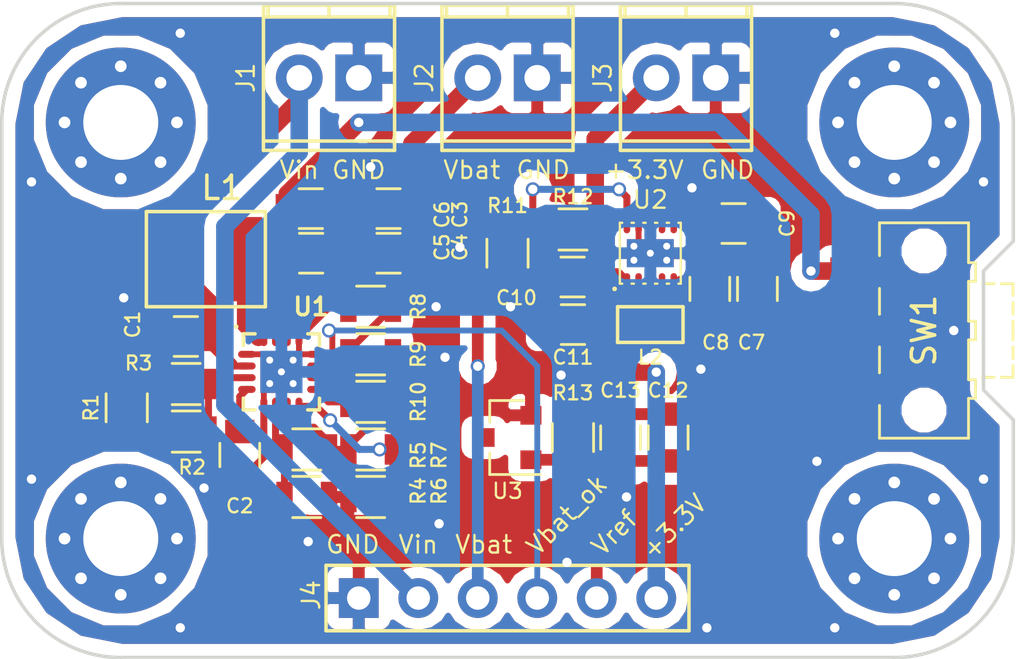
<source format=kicad_pcb>
(kicad_pcb (version 4) (host pcbnew 4.0.6+dfsg1-1)

  (general
    (links 112)
    (no_connects 0)
    (area 126.924999 88.824999 170.255001 116.915001)
    (thickness 1.6)
    (drawings 24)
    (tracks 196)
    (zones 0)
    (modules 65)
    (nets 24)
  )

  (page A4)
  (layers
    (0 F.Cu mixed)
    (31 B.Cu signal)
    (36 B.SilkS user hide)
    (37 F.SilkS user)
    (38 B.Mask user hide)
    (39 F.Mask user hide)
    (40 Dwgs.User user hide)
    (41 Cmts.User user hide)
    (44 Edge.Cuts user)
    (45 Margin user hide)
    (47 F.CrtYd user)
    (48 B.Fab user hide)
    (49 F.Fab user hide)
  )

  (setup
    (last_trace_width 0.3)
    (user_trace_width 0.3)
    (user_trace_width 0.5)
    (user_trace_width 0.75)
    (user_trace_width 1)
    (user_trace_width 1.25)
    (user_trace_width 1.5)
    (user_trace_width 1.75)
    (user_trace_width 2)
    (trace_clearance 0.15)
    (zone_clearance 0.508)
    (zone_45_only yes)
    (trace_min 0.25)
    (segment_width 0.2)
    (edge_width 0.15)
    (via_size 0.6)
    (via_drill 0.4)
    (via_min_size 0.4)
    (via_min_drill 0.3)
    (uvia_size 0.3)
    (uvia_drill 0.1)
    (uvias_allowed no)
    (uvia_min_size 0.2)
    (uvia_min_drill 0.1)
    (pcb_text_width 0.3)
    (pcb_text_size 1.5 1.5)
    (mod_edge_width 0.15)
    (mod_text_size 1 1)
    (mod_text_width 0.15)
    (pad_size 0.6 0.6)
    (pad_drill 0.4)
    (pad_to_mask_clearance 0)
    (aux_axis_origin 0 0)
    (visible_elements 7FFE6B7F)
    (pcbplotparams
      (layerselection 0x00030_80000001)
      (usegerberextensions false)
      (excludeedgelayer true)
      (linewidth 0.100000)
      (plotframeref false)
      (viasonmask false)
      (mode 1)
      (useauxorigin false)
      (hpglpennumber 1)
      (hpglpenspeed 20)
      (hpglpendiameter 15)
      (hpglpenoverlay 2)
      (psnegative false)
      (psa4output false)
      (plotreference true)
      (plotvalue true)
      (plotinvisibletext false)
      (padsonsilk false)
      (subtractmaskfromsilk false)
      (outputformat 1)
      (mirror false)
      (drillshape 1)
      (scaleselection 1)
      (outputdirectory ""))
  )

  (net 0 "")
  (net 1 GND)
  (net 2 /VIN)
  (net 3 "Net-(R1-Pad1)")
  (net 4 "Net-(C2-Pad1)")
  (net 5 "Net-(R4-Pad1)")
  (net 6 "Net-(R8-Pad1)")
  (net 7 /Vbat_ok)
  (net 8 /VBAT)
  (net 9 "Net-(C5-Pad1)")
  (net 10 "Net-(L1-Pad2)")
  (net 11 "Net-(C9-Pad1)")
  (net 12 +3V3)
  (net 13 /Vref)
  (net 14 "Net-(R10-Pad2)")
  (net 15 "Net-(L2-Pad2)")
  (net 16 "Net-(L2-Pad1)")
  (net 17 "Net-(R2-Pad1)")
  (net 18 "Net-(R10-Pad1)")
  (net 19 "Net-(R6-Pad1)")
  (net 20 "Net-(R11-Pad2)")
  (net 21 "Net-(R14-Pad2)")
  (net 22 "Net-(SW1-Pad1)")
  (net 23 "Net-(C7-Pad1)")

  (net_class Default "Ceci est la Netclass par défaut"
    (clearance 0.15)
    (trace_width 0.25)
    (via_dia 0.6)
    (via_drill 0.4)
    (uvia_dia 0.3)
    (uvia_drill 0.1)
    (add_net +3V3)
    (add_net /VBAT)
    (add_net /VIN)
    (add_net /Vbat_ok)
    (add_net /Vref)
    (add_net GND)
    (add_net "Net-(C2-Pad1)")
    (add_net "Net-(C5-Pad1)")
    (add_net "Net-(C7-Pad1)")
    (add_net "Net-(C9-Pad1)")
    (add_net "Net-(L1-Pad2)")
    (add_net "Net-(L2-Pad1)")
    (add_net "Net-(L2-Pad2)")
    (add_net "Net-(R1-Pad1)")
    (add_net "Net-(R10-Pad1)")
    (add_net "Net-(R10-Pad2)")
    (add_net "Net-(R11-Pad2)")
    (add_net "Net-(R14-Pad2)")
    (add_net "Net-(R2-Pad1)")
    (add_net "Net-(R4-Pad1)")
    (add_net "Net-(R6-Pad1)")
    (add_net "Net-(R8-Pad1)")
    (add_net "Net-(SW1-Pad1)")
  )

  (module project_footprint:Via_0.4mm-0.6mm (layer F.Cu) (tedit 5ADA2085) (tstamp 5AE9BE9D)
    (at 161.798 108.458)
    (fp_text reference Via (at 0 0) (layer F.SilkS) hide
      (effects (font (size 1 1) (thickness 0.15)))
    )
    (fp_text value "" (at 0 0) (layer F.Fab) hide
      (effects (font (size 1 1) (thickness 0.15)))
    )
    (pad 1 thru_hole circle (at 0 0) (size 0.6 0.6) (drill 0.4) (layers *.Cu)
      (net 1 GND) (zone_connect 2))
  )

  (module project_footprint:Via_0.4mm-0.6mm (layer F.Cu) (tedit 5ADA2085) (tstamp 5AE9BE99)
    (at 135.636 109.601)
    (fp_text reference Via (at 0 0) (layer F.SilkS) hide
      (effects (font (size 1 1) (thickness 0.15)))
    )
    (fp_text value "" (at 0 0) (layer F.Fab) hide
      (effects (font (size 1 1) (thickness 0.15)))
    )
    (pad 1 thru_hole circle (at 0 0) (size 0.6 0.6) (drill 0.4) (layers *.Cu)
      (net 1 GND) (zone_connect 2))
  )

  (module project_footprint:Via_0.4mm-0.6mm (layer F.Cu) (tedit 5ADA2085) (tstamp 5AE9BE8E)
    (at 167.64 102.87)
    (fp_text reference Via (at 0 0) (layer F.SilkS) hide
      (effects (font (size 1 1) (thickness 0.15)))
    )
    (fp_text value "" (at 0 0) (layer F.Fab) hide
      (effects (font (size 1 1) (thickness 0.15)))
    )
    (pad 1 thru_hole circle (at 0 0) (size 0.6 0.6) (drill 0.4) (layers *.Cu)
      (net 1 GND) (zone_connect 2))
  )

  (module project_footprint:Via_0.4mm-0.6mm (layer F.Cu) (tedit 5ADA2085) (tstamp 5AE9BE8A)
    (at 132.207 101.473)
    (fp_text reference Via (at 0 0) (layer F.SilkS) hide
      (effects (font (size 1 1) (thickness 0.15)))
    )
    (fp_text value "" (at 0 0) (layer F.Fab) hide
      (effects (font (size 1 1) (thickness 0.15)))
    )
    (pad 1 thru_hole circle (at 0 0) (size 0.6 0.6) (drill 0.4) (layers *.Cu)
      (net 1 GND) (zone_connect 2))
  )

  (module project_footprint:Via_0.4mm-0.6mm (layer F.Cu) (tedit 5ADA2085) (tstamp 5AE9BE86)
    (at 157.099 115.57)
    (fp_text reference Via (at 0 0) (layer F.SilkS) hide
      (effects (font (size 1 1) (thickness 0.15)))
    )
    (fp_text value "" (at 0 0) (layer F.Fab) hide
      (effects (font (size 1 1) (thickness 0.15)))
    )
    (pad 1 thru_hole circle (at 0 0) (size 0.6 0.6) (drill 0.4) (layers *.Cu)
      (net 1 GND) (zone_connect 2))
  )

  (module project_footprint:Via_0.4mm-0.6mm (layer F.Cu) (tedit 5ADA2085) (tstamp 5AE9BE82)
    (at 140.081 111.887)
    (fp_text reference Via (at 0 0) (layer F.SilkS) hide
      (effects (font (size 1 1) (thickness 0.15)))
    )
    (fp_text value "" (at 0 0) (layer F.Fab) hide
      (effects (font (size 1 1) (thickness 0.15)))
    )
    (pad 1 thru_hole circle (at 0 0) (size 0.6 0.6) (drill 0.4) (layers *.Cu)
      (net 1 GND) (zone_connect 2))
  )

  (module project_footprint:Via_0.4mm-0.6mm (layer F.Cu) (tedit 5ADA2085) (tstamp 5AE9BE7E)
    (at 156.845 104.521)
    (fp_text reference Via (at 0 0) (layer F.SilkS) hide
      (effects (font (size 1 1) (thickness 0.15)))
    )
    (fp_text value "" (at 0 0) (layer F.Fab) hide
      (effects (font (size 1 1) (thickness 0.15)))
    )
    (pad 1 thru_hole circle (at 0 0) (size 0.6 0.6) (drill 0.4) (layers *.Cu)
      (net 1 GND) (zone_connect 2))
  )

  (module project_footprint:Via_0.4mm-0.6mm (layer F.Cu) (tedit 5ADA2085) (tstamp 5AE9BE7A)
    (at 153.67 109.982)
    (fp_text reference Via (at 0 0) (layer F.SilkS) hide
      (effects (font (size 1 1) (thickness 0.15)))
    )
    (fp_text value "" (at 0 0) (layer F.Fab) hide
      (effects (font (size 1 1) (thickness 0.15)))
    )
    (pad 1 thru_hole circle (at 0 0) (size 0.6 0.6) (drill 0.4) (layers *.Cu)
      (net 1 GND) (zone_connect 2))
  )

  (module project_footprint:Via_0.4mm-0.6mm (layer F.Cu) (tedit 5ADA2085) (tstamp 5AE9BE72)
    (at 156.464 96.774)
    (fp_text reference Via (at 0 0) (layer F.SilkS) hide
      (effects (font (size 1 1) (thickness 0.15)))
    )
    (fp_text value "" (at 0 0) (layer F.Fab) hide
      (effects (font (size 1 1) (thickness 0.15)))
    )
    (pad 1 thru_hole circle (at 0 0) (size 0.6 0.6) (drill 0.4) (layers *.Cu)
      (net 1 GND) (zone_connect 2))
  )

  (module project_footprint:Via_0.4mm-0.6mm (layer F.Cu) (tedit 5ADA2085) (tstamp 5AE9BE6E)
    (at 162.56 90.17)
    (fp_text reference Via (at 0 0) (layer F.SilkS) hide
      (effects (font (size 1 1) (thickness 0.15)))
    )
    (fp_text value "" (at 0 0) (layer F.Fab) hide
      (effects (font (size 1 1) (thickness 0.15)))
    )
    (pad 1 thru_hole circle (at 0 0) (size 0.6 0.6) (drill 0.4) (layers *.Cu)
      (net 1 GND) (zone_connect 2))
  )

  (module project_footprint:Via_0.4mm-0.6mm (layer F.Cu) (tedit 5ADA2085) (tstamp 5AE9BE6A)
    (at 168.91 96.52)
    (fp_text reference Via (at 0 0) (layer F.SilkS) hide
      (effects (font (size 1 1) (thickness 0.15)))
    )
    (fp_text value "" (at 0 0) (layer F.Fab) hide
      (effects (font (size 1 1) (thickness 0.15)))
    )
    (pad 1 thru_hole circle (at 0 0) (size 0.6 0.6) (drill 0.4) (layers *.Cu)
      (net 1 GND) (zone_connect 2))
  )

  (module project_footprint:Via_0.4mm-0.6mm (layer F.Cu) (tedit 5ADA2085) (tstamp 5AE9BE66)
    (at 168.91 109.22)
    (fp_text reference Via (at 0 0) (layer F.SilkS) hide
      (effects (font (size 1 1) (thickness 0.15)))
    )
    (fp_text value "" (at 0 0) (layer F.Fab) hide
      (effects (font (size 1 1) (thickness 0.15)))
    )
    (pad 1 thru_hole circle (at 0 0) (size 0.6 0.6) (drill 0.4) (layers *.Cu)
      (net 1 GND) (zone_connect 2))
  )

  (module project_footprint:Via_0.4mm-0.6mm (layer F.Cu) (tedit 5ADA2085) (tstamp 5AE9BE62)
    (at 162.56 115.57)
    (fp_text reference Via (at 0 0) (layer F.SilkS) hide
      (effects (font (size 1 1) (thickness 0.15)))
    )
    (fp_text value "" (at 0 0) (layer F.Fab) hide
      (effects (font (size 1 1) (thickness 0.15)))
    )
    (pad 1 thru_hole circle (at 0 0) (size 0.6 0.6) (drill 0.4) (layers *.Cu)
      (net 1 GND) (zone_connect 2))
  )

  (module project_footprint:Via_0.4mm-0.6mm (layer F.Cu) (tedit 5ADA2085) (tstamp 5AE9BE5E)
    (at 134.62 115.57)
    (fp_text reference Via (at 0 0) (layer F.SilkS) hide
      (effects (font (size 1 1) (thickness 0.15)))
    )
    (fp_text value "" (at 0 0) (layer F.Fab) hide
      (effects (font (size 1 1) (thickness 0.15)))
    )
    (pad 1 thru_hole circle (at 0 0) (size 0.6 0.6) (drill 0.4) (layers *.Cu)
      (net 1 GND) (zone_connect 2))
  )

  (module project_footprint:Via_0.4mm-0.6mm (layer F.Cu) (tedit 5ADA2085) (tstamp 5AE9BE5A)
    (at 128.27 109.22)
    (fp_text reference Via (at 0 0) (layer F.SilkS) hide
      (effects (font (size 1 1) (thickness 0.15)))
    )
    (fp_text value "" (at 0 0) (layer F.Fab) hide
      (effects (font (size 1 1) (thickness 0.15)))
    )
    (pad 1 thru_hole circle (at 0 0) (size 0.6 0.6) (drill 0.4) (layers *.Cu)
      (net 1 GND) (zone_connect 2))
  )

  (module project_footprint:Via_0.4mm-0.6mm (layer F.Cu) (tedit 5ADA2085) (tstamp 5AE9BE56)
    (at 128.27 96.52)
    (fp_text reference Via (at 0 0) (layer F.SilkS) hide
      (effects (font (size 1 1) (thickness 0.15)))
    )
    (fp_text value "" (at 0 0) (layer F.Fab) hide
      (effects (font (size 1 1) (thickness 0.15)))
    )
    (pad 1 thru_hole circle (at 0 0) (size 0.6 0.6) (drill 0.4) (layers *.Cu)
      (net 1 GND) (zone_connect 2))
  )

  (module project_footprint:Via_0.4mm-0.6mm (layer F.Cu) (tedit 5ADA2085) (tstamp 5AE9BE46)
    (at 134.62 90.17)
    (fp_text reference Via (at 0 0) (layer F.SilkS) hide
      (effects (font (size 1 1) (thickness 0.15)))
    )
    (fp_text value "" (at 0 0) (layer F.Fab) hide
      (effects (font (size 1 1) (thickness 0.15)))
    )
    (pad 1 thru_hole circle (at 0 0) (size 0.6 0.6) (drill 0.4) (layers *.Cu)
      (net 1 GND) (zone_connect 2))
  )

  (module project_footprint:Via_0.4mm-0.6mm (layer F.Cu) (tedit 5ADA2085) (tstamp 5AE9BE40)
    (at 145.669 111.125)
    (fp_text reference Via (at 0 0) (layer F.SilkS) hide
      (effects (font (size 1 1) (thickness 0.15)))
    )
    (fp_text value "" (at 0 0) (layer F.Fab) hide
      (effects (font (size 1 1) (thickness 0.15)))
    )
    (pad 1 thru_hole circle (at 0 0) (size 0.6 0.6) (drill 0.4) (layers *.Cu)
      (net 1 GND) (zone_connect 2))
  )

  (module project_footprint:Via_0.4mm-0.6mm (layer F.Cu) (tedit 5ADA2085) (tstamp 5AE9BE35)
    (at 145.923 104.013)
    (fp_text reference Via (at 0 0) (layer F.SilkS) hide
      (effects (font (size 1 1) (thickness 0.15)))
    )
    (fp_text value "" (at 0 0) (layer F.Fab) hide
      (effects (font (size 1 1) (thickness 0.15)))
    )
    (pad 1 thru_hole circle (at 0 0) (size 0.6 0.6) (drill 0.4) (layers *.Cu)
      (net 1 GND) (zone_connect 2))
  )

  (module project_footprint:Via_0.4mm-0.6mm (layer F.Cu) (tedit 5ADA2085) (tstamp 5AE9BE2D)
    (at 151.13 112.776)
    (fp_text reference Via (at 0 0) (layer F.SilkS) hide
      (effects (font (size 1 1) (thickness 0.15)))
    )
    (fp_text value "" (at 0 0) (layer F.Fab) hide
      (effects (font (size 1 1) (thickness 0.15)))
    )
    (pad 1 thru_hole circle (at 0 0) (size 0.6 0.6) (drill 0.4) (layers *.Cu)
      (net 1 GND) (zone_connect 2))
  )

  (module project_footprint:Via_0.4mm-0.6mm (layer F.Cu) (tedit 5ADA2085) (tstamp 5AE9BE29)
    (at 150.876 104.775)
    (fp_text reference Via (at 0 0) (layer F.SilkS) hide
      (effects (font (size 1 1) (thickness 0.15)))
    )
    (fp_text value "" (at 0 0) (layer F.Fab) hide
      (effects (font (size 1 1) (thickness 0.15)))
    )
    (pad 1 thru_hole circle (at 0 0) (size 0.6 0.6) (drill 0.4) (layers *.Cu)
      (net 1 GND) (zone_connect 2))
  )

  (module project_footprint:Via_0.4mm-0.6mm (layer F.Cu) (tedit 5ADA2085) (tstamp 5AE9BE25)
    (at 148.717 101.854)
    (fp_text reference Via (at 0 0) (layer F.SilkS) hide
      (effects (font (size 1 1) (thickness 0.15)))
    )
    (fp_text value "" (at 0 0) (layer F.Fab) hide
      (effects (font (size 1 1) (thickness 0.15)))
    )
    (pad 1 thru_hole circle (at 0 0) (size 0.6 0.6) (drill 0.4) (layers *.Cu)
      (net 1 GND) (zone_connect 2))
  )

  (module project_footprint:Via_0.4mm-0.6mm (layer F.Cu) (tedit 5ADA2085) (tstamp 5AE9BE21)
    (at 145.542 101.854)
    (fp_text reference Via (at 0 0) (layer F.SilkS) hide
      (effects (font (size 1 1) (thickness 0.15)))
    )
    (fp_text value "" (at 0 0) (layer F.Fab) hide
      (effects (font (size 1 1) (thickness 0.15)))
    )
    (pad 1 thru_hole circle (at 0 0) (size 0.6 0.6) (drill 0.4) (layers *.Cu)
      (net 1 GND) (zone_connect 2))
  )

  (module project_footprint:Via_0.4mm-0.6mm (layer F.Cu) (tedit 5ADA2085) (tstamp 5AE9BE1D)
    (at 146.558 99.314)
    (fp_text reference Via (at 0 0) (layer F.SilkS) hide
      (effects (font (size 1 1) (thickness 0.15)))
    )
    (fp_text value "" (at 0 0) (layer F.Fab) hide
      (effects (font (size 1 1) (thickness 0.15)))
    )
    (pad 1 thru_hole circle (at 0 0) (size 0.6 0.6) (drill 0.4) (layers *.Cu)
      (net 1 GND) (zone_connect 2))
  )

  (module project_footprint:MountingHole_3.2mm_M3_Pad_Via (layer F.Cu) (tedit 5AD7A17B) (tstamp 5AD78DD9)
    (at 165.1 111.76)
    (descr "Mounting Hole 3.2mm, M3")
    (tags "mounting hole 3.2mm m3")
    (fp_text reference MH4 (at 0 -4.2) (layer F.SilkS) hide
      (effects (font (size 1 1) (thickness 0.15)))
    )
    (fp_text value MountingHole_3.2mm_M3_Pad_Via (at 0 4.2) (layer F.Fab)
      (effects (font (size 1 1) (thickness 0.15)))
    )
    (fp_circle (center 0 0) (end 3.2 0) (layer Cmts.User) (width 0.15))
    (fp_circle (center 0 0) (end 3.45 0) (layer F.CrtYd) (width 0.05))
    (pad 1 thru_hole circle (at 0 0) (size 6.4 6.4) (drill 3.2) (layers *.Cu *.Mask))
    (pad 1 thru_hole circle (at 2.4 0) (size 0.6 0.6) (drill 0.5) (layers *.Cu *.Mask))
    (pad 1 thru_hole circle (at 1.697056 1.697056) (size 0.6 0.6) (drill 0.5) (layers *.Cu *.Mask))
    (pad 1 thru_hole circle (at 0 2.4) (size 0.6 0.6) (drill 0.5) (layers *.Cu *.Mask))
    (pad 1 thru_hole circle (at -1.697056 1.697056) (size 0.6 0.6) (drill 0.5) (layers *.Cu *.Mask))
    (pad 1 thru_hole circle (at -2.4 0) (size 0.6 0.6) (drill 0.5) (layers *.Cu *.Mask))
    (pad 1 thru_hole circle (at -1.697056 -1.697056) (size 0.6 0.6) (drill 0.5) (layers *.Cu *.Mask))
    (pad 1 thru_hole circle (at 0 -2.4) (size 0.6 0.6) (drill 0.5) (layers *.Cu *.Mask))
    (pad 1 thru_hole circle (at 1.697056 -1.697056) (size 0.6 0.6) (drill 0.5) (layers *.Cu *.Mask))
  )

  (module project_footprint:MountingHole_3.2mm_M3_Pad_Via (layer F.Cu) (tedit 5AD7A172) (tstamp 5AD78DCD)
    (at 132.08 111.76)
    (descr "Mounting Hole 3.2mm, M3")
    (tags "mounting hole 3.2mm m3")
    (fp_text reference MH3 (at 0 -4.2) (layer F.SilkS) hide
      (effects (font (size 1 1) (thickness 0.15)))
    )
    (fp_text value MountingHole_3.2mm_M3_Pad_Via (at 0 4.2) (layer F.Fab)
      (effects (font (size 1 1) (thickness 0.15)))
    )
    (fp_circle (center 0 0) (end 3.2 0) (layer Cmts.User) (width 0.15))
    (fp_circle (center 0 0) (end 3.45 0) (layer F.CrtYd) (width 0.05))
    (pad 1 thru_hole circle (at 0 0) (size 6.4 6.4) (drill 3.2) (layers *.Cu *.Mask))
    (pad 1 thru_hole circle (at 2.4 0) (size 0.6 0.6) (drill 0.5) (layers *.Cu *.Mask))
    (pad 1 thru_hole circle (at 1.697056 1.697056) (size 0.6 0.6) (drill 0.5) (layers *.Cu *.Mask))
    (pad 1 thru_hole circle (at 0 2.4) (size 0.6 0.6) (drill 0.5) (layers *.Cu *.Mask))
    (pad 1 thru_hole circle (at -1.697056 1.697056) (size 0.6 0.6) (drill 0.5) (layers *.Cu *.Mask))
    (pad 1 thru_hole circle (at -2.4 0) (size 0.6 0.6) (drill 0.5) (layers *.Cu *.Mask))
    (pad 1 thru_hole circle (at -1.697056 -1.697056) (size 0.6 0.6) (drill 0.5) (layers *.Cu *.Mask))
    (pad 1 thru_hole circle (at 0 -2.4) (size 0.6 0.6) (drill 0.5) (layers *.Cu *.Mask))
    (pad 1 thru_hole circle (at 1.697056 -1.697056) (size 0.6 0.6) (drill 0.5) (layers *.Cu *.Mask))
  )

  (module project_footprint:MountingHole_3.2mm_M3_Pad_Via (layer F.Cu) (tedit 5AD7A148) (tstamp 5AD78DB5)
    (at 132.08 93.98)
    (descr "Mounting Hole 3.2mm, M3")
    (tags "mounting hole 3.2mm m3")
    (fp_text reference MH1 (at 0 -4.2) (layer F.SilkS) hide
      (effects (font (size 1 1) (thickness 0.15)))
    )
    (fp_text value MountingHole_3.2mm_M3_Pad_Via (at 0 4.2) (layer F.Fab)
      (effects (font (size 1 1) (thickness 0.15)))
    )
    (fp_circle (center 0 0) (end 3.2 0) (layer Cmts.User) (width 0.15))
    (fp_circle (center 0 0) (end 3.45 0) (layer F.CrtYd) (width 0.05))
    (pad 1 thru_hole circle (at 0 0) (size 6.4 6.4) (drill 3.2) (layers *.Cu *.Mask))
    (pad 1 thru_hole circle (at 2.4 0) (size 0.6 0.6) (drill 0.5) (layers *.Cu *.Mask))
    (pad 1 thru_hole circle (at 1.697056 1.697056) (size 0.6 0.6) (drill 0.5) (layers *.Cu *.Mask))
    (pad 1 thru_hole circle (at 0 2.4) (size 0.6 0.6) (drill 0.5) (layers *.Cu *.Mask))
    (pad 1 thru_hole circle (at -1.697056 1.697056) (size 0.6 0.6) (drill 0.5) (layers *.Cu *.Mask))
    (pad 1 thru_hole circle (at -2.4 0) (size 0.6 0.6) (drill 0.5) (layers *.Cu *.Mask))
    (pad 1 thru_hole circle (at -1.697056 -1.697056) (size 0.6 0.6) (drill 0.5) (layers *.Cu *.Mask))
    (pad 1 thru_hole circle (at 0 -2.4) (size 0.6 0.6) (drill 0.5) (layers *.Cu *.Mask))
    (pad 1 thru_hole circle (at 1.697056 -1.697056) (size 0.6 0.6) (drill 0.5) (layers *.Cu *.Mask))
  )

  (module Capacitors_SMD:C_0805 (layer F.Cu) (tedit 5AD9F20D) (tstamp 5AD4E2A7)
    (at 134.858 103.124 180)
    (descr "Capacitor SMD 0805, reflow soldering, AVX (see smccp.pdf)")
    (tags "capacitor 0805")
    (path /5AD3EAC1)
    (attr smd)
    (fp_text reference C1 (at 2.27 0.508 450) (layer F.SilkS)
      (effects (font (size 0.6 0.6) (thickness 0.1)))
    )
    (fp_text value 10µF (at 0 1.75 180) (layer F.Fab)
      (effects (font (size 1 1) (thickness 0.15)))
    )
    (fp_text user %R (at 0 -1.5 180) (layer F.Fab)
      (effects (font (size 1 1) (thickness 0.15)))
    )
    (fp_line (start -1 0.62) (end -1 -0.62) (layer F.Fab) (width 0.1))
    (fp_line (start 1 0.62) (end -1 0.62) (layer F.Fab) (width 0.1))
    (fp_line (start 1 -0.62) (end 1 0.62) (layer F.Fab) (width 0.1))
    (fp_line (start -1 -0.62) (end 1 -0.62) (layer F.Fab) (width 0.1))
    (fp_line (start 0.5 -0.85) (end -0.5 -0.85) (layer F.SilkS) (width 0.12))
    (fp_line (start -0.5 0.85) (end 0.5 0.85) (layer F.SilkS) (width 0.12))
    (fp_line (start -1.75 -0.88) (end 1.75 -0.88) (layer F.CrtYd) (width 0.05))
    (fp_line (start -1.75 -0.88) (end -1.75 0.87) (layer F.CrtYd) (width 0.05))
    (fp_line (start 1.75 0.87) (end 1.75 -0.88) (layer F.CrtYd) (width 0.05))
    (fp_line (start 1.75 0.87) (end -1.75 0.87) (layer F.CrtYd) (width 0.05))
    (pad 1 smd rect (at -1 0 180) (size 1 1.25) (layers F.Cu F.Mask)
      (net 2 /VIN))
    (pad 2 smd rect (at 1 0 180) (size 1 1.25) (layers F.Cu F.Mask)
      (net 1 GND))
    (model Capacitors_SMD.3dshapes/C_0805.wrl
      (at (xyz 0 0 0))
      (scale (xyz 1 1 1))
      (rotate (xyz 0 0 0))
    )
  )

  (module Capacitors_SMD:C_0805 (layer F.Cu) (tedit 5AD9F24E) (tstamp 5AD4E2AD)
    (at 137.16 108.188 270)
    (descr "Capacitor SMD 0805, reflow soldering, AVX (see smccp.pdf)")
    (tags "capacitor 0805")
    (path /5AD3E37E)
    (attr smd)
    (fp_text reference C2 (at 2.175 0 360) (layer F.SilkS)
      (effects (font (size 0.6 0.6) (thickness 0.1)))
    )
    (fp_text value 100nF (at 0 1.75 270) (layer F.Fab)
      (effects (font (size 1 1) (thickness 0.15)))
    )
    (fp_text user %R (at 0 -1.5 270) (layer F.Fab)
      (effects (font (size 1 1) (thickness 0.15)))
    )
    (fp_line (start -1 0.62) (end -1 -0.62) (layer F.Fab) (width 0.1))
    (fp_line (start 1 0.62) (end -1 0.62) (layer F.Fab) (width 0.1))
    (fp_line (start 1 -0.62) (end 1 0.62) (layer F.Fab) (width 0.1))
    (fp_line (start -1 -0.62) (end 1 -0.62) (layer F.Fab) (width 0.1))
    (fp_line (start 0.5 -0.85) (end -0.5 -0.85) (layer F.SilkS) (width 0.12))
    (fp_line (start -0.5 0.85) (end 0.5 0.85) (layer F.SilkS) (width 0.12))
    (fp_line (start -1.75 -0.88) (end 1.75 -0.88) (layer F.CrtYd) (width 0.05))
    (fp_line (start -1.75 -0.88) (end -1.75 0.87) (layer F.CrtYd) (width 0.05))
    (fp_line (start 1.75 0.87) (end 1.75 -0.88) (layer F.CrtYd) (width 0.05))
    (fp_line (start 1.75 0.87) (end -1.75 0.87) (layer F.CrtYd) (width 0.05))
    (pad 1 smd rect (at -1 0 270) (size 1 1.25) (layers F.Cu F.Mask)
      (net 4 "Net-(C2-Pad1)"))
    (pad 2 smd rect (at 1 0 270) (size 1 1.25) (layers F.Cu F.Mask)
      (net 1 GND))
    (model Capacitors_SMD.3dshapes/C_0805.wrl
      (at (xyz 0 0 0))
      (scale (xyz 1 1 1))
      (rotate (xyz 0 0 0))
    )
  )

  (module Capacitors_SMD:C_0805 (layer F.Cu) (tedit 5AD9DD28) (tstamp 5AD4E2B3)
    (at 143.51 97.663 180)
    (descr "Capacitor SMD 0805, reflow soldering, AVX (see smccp.pdf)")
    (tags "capacitor 0805")
    (path /5AD3E4B4)
    (attr smd)
    (fp_text reference C3 (at -3.048 -0.254 270) (layer F.SilkS)
      (effects (font (size 0.6 0.6) (thickness 0.1)))
    )
    (fp_text value 10µF (at 0 1.75 180) (layer F.Fab)
      (effects (font (size 1 1) (thickness 0.15)))
    )
    (fp_text user %R (at 0 -1.5 180) (layer F.Fab)
      (effects (font (size 1 1) (thickness 0.15)))
    )
    (fp_line (start -1 0.62) (end -1 -0.62) (layer F.Fab) (width 0.1))
    (fp_line (start 1 0.62) (end -1 0.62) (layer F.Fab) (width 0.1))
    (fp_line (start 1 -0.62) (end 1 0.62) (layer F.Fab) (width 0.1))
    (fp_line (start -1 -0.62) (end 1 -0.62) (layer F.Fab) (width 0.1))
    (fp_line (start 0.5 -0.85) (end -0.5 -0.85) (layer F.SilkS) (width 0.12))
    (fp_line (start -0.5 0.85) (end 0.5 0.85) (layer F.SilkS) (width 0.12))
    (fp_line (start -1.75 -0.88) (end 1.75 -0.88) (layer F.CrtYd) (width 0.05))
    (fp_line (start -1.75 -0.88) (end -1.75 0.87) (layer F.CrtYd) (width 0.05))
    (fp_line (start 1.75 0.87) (end 1.75 -0.88) (layer F.CrtYd) (width 0.05))
    (fp_line (start 1.75 0.87) (end -1.75 0.87) (layer F.CrtYd) (width 0.05))
    (pad 1 smd rect (at -1 0 180) (size 1 1.25) (layers F.Cu F.Mask)
      (net 8 /VBAT))
    (pad 2 smd rect (at 1 0 180) (size 1 1.25) (layers F.Cu F.Mask)
      (net 1 GND))
    (model Capacitors_SMD.3dshapes/C_0805.wrl
      (at (xyz 0 0 0))
      (scale (xyz 1 1 1))
      (rotate (xyz 0 0 0))
    )
  )

  (module Capacitors_SMD:C_0805 (layer F.Cu) (tedit 5AD9DD3A) (tstamp 5AD4E2B9)
    (at 143.51 99.568 180)
    (descr "Capacitor SMD 0805, reflow soldering, AVX (see smccp.pdf)")
    (tags "capacitor 0805")
    (path /5AD3E570)
    (attr smd)
    (fp_text reference C4 (at -3.048 0.254 270) (layer F.SilkS)
      (effects (font (size 0.6 0.6) (thickness 0.1)))
    )
    (fp_text value 100nF (at 0 1.75 180) (layer F.Fab)
      (effects (font (size 1 1) (thickness 0.15)))
    )
    (fp_text user %R (at 0 -1.5 180) (layer F.Fab)
      (effects (font (size 1 1) (thickness 0.15)))
    )
    (fp_line (start -1 0.62) (end -1 -0.62) (layer F.Fab) (width 0.1))
    (fp_line (start 1 0.62) (end -1 0.62) (layer F.Fab) (width 0.1))
    (fp_line (start 1 -0.62) (end 1 0.62) (layer F.Fab) (width 0.1))
    (fp_line (start -1 -0.62) (end 1 -0.62) (layer F.Fab) (width 0.1))
    (fp_line (start 0.5 -0.85) (end -0.5 -0.85) (layer F.SilkS) (width 0.12))
    (fp_line (start -0.5 0.85) (end 0.5 0.85) (layer F.SilkS) (width 0.12))
    (fp_line (start -1.75 -0.88) (end 1.75 -0.88) (layer F.CrtYd) (width 0.05))
    (fp_line (start -1.75 -0.88) (end -1.75 0.87) (layer F.CrtYd) (width 0.05))
    (fp_line (start 1.75 0.87) (end 1.75 -0.88) (layer F.CrtYd) (width 0.05))
    (fp_line (start 1.75 0.87) (end -1.75 0.87) (layer F.CrtYd) (width 0.05))
    (pad 1 smd rect (at -1 0 180) (size 1 1.25) (layers F.Cu F.Mask)
      (net 8 /VBAT))
    (pad 2 smd rect (at 1 0 180) (size 1 1.25) (layers F.Cu F.Mask)
      (net 1 GND))
    (model Capacitors_SMD.3dshapes/C_0805.wrl
      (at (xyz 0 0 0))
      (scale (xyz 1 1 1))
      (rotate (xyz 0 0 0))
    )
  )

  (module Capacitors_SMD:C_0805 (layer F.Cu) (tedit 5AD9DD34) (tstamp 5AD4E2BF)
    (at 140.208 99.568)
    (descr "Capacitor SMD 0805, reflow soldering, AVX (see smccp.pdf)")
    (tags "capacitor 0805")
    (path /5AD3E233)
    (attr smd)
    (fp_text reference C5 (at 5.588 -0.254 90) (layer F.SilkS)
      (effects (font (size 0.6 0.6) (thickness 0.1)))
    )
    (fp_text value 100nF (at 0 1.75) (layer F.Fab)
      (effects (font (size 1 1) (thickness 0.15)))
    )
    (fp_text user %R (at 0 -1.5) (layer F.Fab)
      (effects (font (size 1 1) (thickness 0.15)))
    )
    (fp_line (start -1 0.62) (end -1 -0.62) (layer F.Fab) (width 0.1))
    (fp_line (start 1 0.62) (end -1 0.62) (layer F.Fab) (width 0.1))
    (fp_line (start 1 -0.62) (end 1 0.62) (layer F.Fab) (width 0.1))
    (fp_line (start -1 -0.62) (end 1 -0.62) (layer F.Fab) (width 0.1))
    (fp_line (start 0.5 -0.85) (end -0.5 -0.85) (layer F.SilkS) (width 0.12))
    (fp_line (start -0.5 0.85) (end 0.5 0.85) (layer F.SilkS) (width 0.12))
    (fp_line (start -1.75 -0.88) (end 1.75 -0.88) (layer F.CrtYd) (width 0.05))
    (fp_line (start -1.75 -0.88) (end -1.75 0.87) (layer F.CrtYd) (width 0.05))
    (fp_line (start 1.75 0.87) (end 1.75 -0.88) (layer F.CrtYd) (width 0.05))
    (fp_line (start 1.75 0.87) (end -1.75 0.87) (layer F.CrtYd) (width 0.05))
    (pad 1 smd rect (at -1 0) (size 1 1.25) (layers F.Cu F.Mask)
      (net 9 "Net-(C5-Pad1)"))
    (pad 2 smd rect (at 1 0) (size 1 1.25) (layers F.Cu F.Mask)
      (net 1 GND))
    (model Capacitors_SMD.3dshapes/C_0805.wrl
      (at (xyz 0 0 0))
      (scale (xyz 1 1 1))
      (rotate (xyz 0 0 0))
    )
  )

  (module Capacitors_SMD:C_0805 (layer F.Cu) (tedit 5AD9F179) (tstamp 5AD4E2C5)
    (at 140.192 97.663)
    (descr "Capacitor SMD 0805, reflow soldering, AVX (see smccp.pdf)")
    (tags "capacitor 0805")
    (path /5AD3E2CB)
    (attr smd)
    (fp_text reference C6 (at 5.604 0.254 90) (layer F.SilkS)
      (effects (font (size 0.6 0.6) (thickness 0.1)))
    )
    (fp_text value 10µF (at 0 1.75) (layer F.Fab)
      (effects (font (size 1 1) (thickness 0.15)))
    )
    (fp_text user %R (at 0 -1.5) (layer F.Fab)
      (effects (font (size 1 1) (thickness 0.15)))
    )
    (fp_line (start -1 0.62) (end -1 -0.62) (layer F.Fab) (width 0.1))
    (fp_line (start 1 0.62) (end -1 0.62) (layer F.Fab) (width 0.1))
    (fp_line (start 1 -0.62) (end 1 0.62) (layer F.Fab) (width 0.1))
    (fp_line (start -1 -0.62) (end 1 -0.62) (layer F.Fab) (width 0.1))
    (fp_line (start 0.5 -0.85) (end -0.5 -0.85) (layer F.SilkS) (width 0.12))
    (fp_line (start -0.5 0.85) (end 0.5 0.85) (layer F.SilkS) (width 0.12))
    (fp_line (start -1.75 -0.88) (end 1.75 -0.88) (layer F.CrtYd) (width 0.05))
    (fp_line (start -1.75 -0.88) (end -1.75 0.87) (layer F.CrtYd) (width 0.05))
    (fp_line (start 1.75 0.87) (end 1.75 -0.88) (layer F.CrtYd) (width 0.05))
    (fp_line (start 1.75 0.87) (end -1.75 0.87) (layer F.CrtYd) (width 0.05))
    (pad 1 smd rect (at -1 0) (size 1 1.25) (layers F.Cu F.Mask)
      (net 9 "Net-(C5-Pad1)"))
    (pad 2 smd rect (at 1 0) (size 1 1.25) (layers F.Cu F.Mask)
      (net 1 GND))
    (model Capacitors_SMD.3dshapes/C_0805.wrl
      (at (xyz 0 0 0))
      (scale (xyz 1 1 1))
      (rotate (xyz 0 0 0))
    )
  )

  (module Capacitors_SMD:C_0805 (layer F.Cu) (tedit 5AD9F287) (tstamp 5AD4E2CB)
    (at 159.258 101.092 90)
    (descr "Capacitor SMD 0805, reflow soldering, AVX (see smccp.pdf)")
    (tags "capacitor 0805")
    (path /5AD3E11B)
    (attr smd)
    (fp_text reference C7 (at -2.286 -0.254 180) (layer F.SilkS)
      (effects (font (size 0.6 0.6) (thickness 0.1)))
    )
    (fp_text value 10µF (at 0 1.75 90) (layer F.Fab)
      (effects (font (size 1 1) (thickness 0.15)))
    )
    (fp_text user %R (at 0 -1.5 90) (layer F.Fab)
      (effects (font (size 1 1) (thickness 0.15)))
    )
    (fp_line (start -1 0.62) (end -1 -0.62) (layer F.Fab) (width 0.1))
    (fp_line (start 1 0.62) (end -1 0.62) (layer F.Fab) (width 0.1))
    (fp_line (start 1 -0.62) (end 1 0.62) (layer F.Fab) (width 0.1))
    (fp_line (start -1 -0.62) (end 1 -0.62) (layer F.Fab) (width 0.1))
    (fp_line (start 0.5 -0.85) (end -0.5 -0.85) (layer F.SilkS) (width 0.12))
    (fp_line (start -0.5 0.85) (end 0.5 0.85) (layer F.SilkS) (width 0.12))
    (fp_line (start -1.75 -0.88) (end 1.75 -0.88) (layer F.CrtYd) (width 0.05))
    (fp_line (start -1.75 -0.88) (end -1.75 0.87) (layer F.CrtYd) (width 0.05))
    (fp_line (start 1.75 0.87) (end 1.75 -0.88) (layer F.CrtYd) (width 0.05))
    (fp_line (start 1.75 0.87) (end -1.75 0.87) (layer F.CrtYd) (width 0.05))
    (pad 1 smd rect (at -1 0 90) (size 1 1.25) (layers F.Cu F.Mask)
      (net 23 "Net-(C7-Pad1)"))
    (pad 2 smd rect (at 1 0 90) (size 1 1.25) (layers F.Cu F.Mask)
      (net 1 GND))
    (model Capacitors_SMD.3dshapes/C_0805.wrl
      (at (xyz 0 0 0))
      (scale (xyz 1 1 1))
      (rotate (xyz 0 0 0))
    )
  )

  (module Capacitors_SMD:C_0805 (layer F.Cu) (tedit 5AD9F276) (tstamp 5AD4E2D1)
    (at 157.226 101.092 90)
    (descr "Capacitor SMD 0805, reflow soldering, AVX (see smccp.pdf)")
    (tags "capacitor 0805")
    (path /5AD3E089)
    (attr smd)
    (fp_text reference C8 (at -2.286 0.254 180) (layer F.SilkS)
      (effects (font (size 0.6 0.6) (thickness 0.1)))
    )
    (fp_text value 100nF (at 0 1.75 90) (layer F.Fab)
      (effects (font (size 1 1) (thickness 0.15)))
    )
    (fp_text user %R (at 0 -1.5 90) (layer F.Fab)
      (effects (font (size 1 1) (thickness 0.15)))
    )
    (fp_line (start -1 0.62) (end -1 -0.62) (layer F.Fab) (width 0.1))
    (fp_line (start 1 0.62) (end -1 0.62) (layer F.Fab) (width 0.1))
    (fp_line (start 1 -0.62) (end 1 0.62) (layer F.Fab) (width 0.1))
    (fp_line (start -1 -0.62) (end 1 -0.62) (layer F.Fab) (width 0.1))
    (fp_line (start 0.5 -0.85) (end -0.5 -0.85) (layer F.SilkS) (width 0.12))
    (fp_line (start -0.5 0.85) (end 0.5 0.85) (layer F.SilkS) (width 0.12))
    (fp_line (start -1.75 -0.88) (end 1.75 -0.88) (layer F.CrtYd) (width 0.05))
    (fp_line (start -1.75 -0.88) (end -1.75 0.87) (layer F.CrtYd) (width 0.05))
    (fp_line (start 1.75 0.87) (end 1.75 -0.88) (layer F.CrtYd) (width 0.05))
    (fp_line (start 1.75 0.87) (end -1.75 0.87) (layer F.CrtYd) (width 0.05))
    (pad 1 smd rect (at -1 0 90) (size 1 1.25) (layers F.Cu F.Mask)
      (net 23 "Net-(C7-Pad1)"))
    (pad 2 smd rect (at 1 0 90) (size 1 1.25) (layers F.Cu F.Mask)
      (net 1 GND))
    (model Capacitors_SMD.3dshapes/C_0805.wrl
      (at (xyz 0 0 0))
      (scale (xyz 1 1 1))
      (rotate (xyz 0 0 0))
    )
  )

  (module Capacitors_SMD:C_0805 (layer F.Cu) (tedit 5AD9F3DB) (tstamp 5AD4E2D7)
    (at 158.242 98.298)
    (descr "Capacitor SMD 0805, reflow soldering, AVX (see smccp.pdf)")
    (tags "capacitor 0805")
    (path /5AD372D4)
    (attr smd)
    (fp_text reference C9 (at 2.286 0 90) (layer F.SilkS)
      (effects (font (size 0.6 0.6) (thickness 0.1)))
    )
    (fp_text value 100nF (at 0 1.75) (layer F.Fab)
      (effects (font (size 1 1) (thickness 0.15)))
    )
    (fp_text user %R (at 0 -1.5) (layer F.Fab)
      (effects (font (size 1 1) (thickness 0.15)))
    )
    (fp_line (start -1 0.62) (end -1 -0.62) (layer F.Fab) (width 0.1))
    (fp_line (start 1 0.62) (end -1 0.62) (layer F.Fab) (width 0.1))
    (fp_line (start 1 -0.62) (end 1 0.62) (layer F.Fab) (width 0.1))
    (fp_line (start -1 -0.62) (end 1 -0.62) (layer F.Fab) (width 0.1))
    (fp_line (start 0.5 -0.85) (end -0.5 -0.85) (layer F.SilkS) (width 0.12))
    (fp_line (start -0.5 0.85) (end 0.5 0.85) (layer F.SilkS) (width 0.12))
    (fp_line (start -1.75 -0.88) (end 1.75 -0.88) (layer F.CrtYd) (width 0.05))
    (fp_line (start -1.75 -0.88) (end -1.75 0.87) (layer F.CrtYd) (width 0.05))
    (fp_line (start 1.75 0.87) (end 1.75 -0.88) (layer F.CrtYd) (width 0.05))
    (fp_line (start 1.75 0.87) (end -1.75 0.87) (layer F.CrtYd) (width 0.05))
    (pad 1 smd rect (at -1 0) (size 1 1.25) (layers F.Cu F.Mask)
      (net 11 "Net-(C9-Pad1)"))
    (pad 2 smd rect (at 1 0) (size 1 1.25) (layers F.Cu F.Mask)
      (net 1 GND))
    (model Capacitors_SMD.3dshapes/C_0805.wrl
      (at (xyz 0 0 0))
      (scale (xyz 1 1 1))
      (rotate (xyz 0 0 0))
    )
  )

  (module Capacitors_SMD:C_0805 (layer F.Cu) (tedit 5AD9F414) (tstamp 5AD4E2DD)
    (at 151.368 100.584 180)
    (descr "Capacitor SMD 0805, reflow soldering, AVX (see smccp.pdf)")
    (tags "capacitor 0805")
    (path /5AD36C82)
    (attr smd)
    (fp_text reference C10 (at 2.397 -0.889 180) (layer F.SilkS)
      (effects (font (size 0.6 0.6) (thickness 0.1)))
    )
    (fp_text value 100nF (at 0 1.75 180) (layer F.Fab)
      (effects (font (size 1 1) (thickness 0.15)))
    )
    (fp_text user %R (at 0 -1.5 180) (layer F.Fab)
      (effects (font (size 1 1) (thickness 0.15)))
    )
    (fp_line (start -1 0.62) (end -1 -0.62) (layer F.Fab) (width 0.1))
    (fp_line (start 1 0.62) (end -1 0.62) (layer F.Fab) (width 0.1))
    (fp_line (start 1 -0.62) (end 1 0.62) (layer F.Fab) (width 0.1))
    (fp_line (start -1 -0.62) (end 1 -0.62) (layer F.Fab) (width 0.1))
    (fp_line (start 0.5 -0.85) (end -0.5 -0.85) (layer F.SilkS) (width 0.12))
    (fp_line (start -0.5 0.85) (end 0.5 0.85) (layer F.SilkS) (width 0.12))
    (fp_line (start -1.75 -0.88) (end 1.75 -0.88) (layer F.CrtYd) (width 0.05))
    (fp_line (start -1.75 -0.88) (end -1.75 0.87) (layer F.CrtYd) (width 0.05))
    (fp_line (start 1.75 0.87) (end 1.75 -0.88) (layer F.CrtYd) (width 0.05))
    (fp_line (start 1.75 0.87) (end -1.75 0.87) (layer F.CrtYd) (width 0.05))
    (pad 1 smd rect (at -1 0 180) (size 1 1.25) (layers F.Cu F.Mask)
      (net 12 +3V3))
    (pad 2 smd rect (at 1 0 180) (size 1 1.25) (layers F.Cu F.Mask)
      (net 1 GND))
    (model Capacitors_SMD.3dshapes/C_0805.wrl
      (at (xyz 0 0 0))
      (scale (xyz 1 1 1))
      (rotate (xyz 0 0 0))
    )
  )

  (module Capacitors_SMD:C_0805 (layer F.Cu) (tedit 5AD9F40A) (tstamp 5AD4E2E3)
    (at 151.384 102.616 180)
    (descr "Capacitor SMD 0805, reflow soldering, AVX (see smccp.pdf)")
    (tags "capacitor 0805")
    (path /5AD36D19)
    (attr smd)
    (fp_text reference C11 (at 0 -1.397 180) (layer F.SilkS)
      (effects (font (size 0.6 0.6) (thickness 0.1)))
    )
    (fp_text value 10µF (at 0 1.75 180) (layer F.Fab)
      (effects (font (size 1 1) (thickness 0.15)))
    )
    (fp_text user %R (at 0 -1.5 180) (layer F.Fab)
      (effects (font (size 1 1) (thickness 0.15)))
    )
    (fp_line (start -1 0.62) (end -1 -0.62) (layer F.Fab) (width 0.1))
    (fp_line (start 1 0.62) (end -1 0.62) (layer F.Fab) (width 0.1))
    (fp_line (start 1 -0.62) (end 1 0.62) (layer F.Fab) (width 0.1))
    (fp_line (start -1 -0.62) (end 1 -0.62) (layer F.Fab) (width 0.1))
    (fp_line (start 0.5 -0.85) (end -0.5 -0.85) (layer F.SilkS) (width 0.12))
    (fp_line (start -0.5 0.85) (end 0.5 0.85) (layer F.SilkS) (width 0.12))
    (fp_line (start -1.75 -0.88) (end 1.75 -0.88) (layer F.CrtYd) (width 0.05))
    (fp_line (start -1.75 -0.88) (end -1.75 0.87) (layer F.CrtYd) (width 0.05))
    (fp_line (start 1.75 0.87) (end 1.75 -0.88) (layer F.CrtYd) (width 0.05))
    (fp_line (start 1.75 0.87) (end -1.75 0.87) (layer F.CrtYd) (width 0.05))
    (pad 1 smd rect (at -1 0 180) (size 1 1.25) (layers F.Cu F.Mask)
      (net 12 +3V3))
    (pad 2 smd rect (at 1 0 180) (size 1 1.25) (layers F.Cu F.Mask)
      (net 1 GND))
    (model Capacitors_SMD.3dshapes/C_0805.wrl
      (at (xyz 0 0 0))
      (scale (xyz 1 1 1))
      (rotate (xyz 0 0 0))
    )
  )

  (module Capacitors_SMD:C_0805 (layer F.Cu) (tedit 5AD9F3A6) (tstamp 5AD4E2E9)
    (at 155.448 107.442 90)
    (descr "Capacitor SMD 0805, reflow soldering, AVX (see smccp.pdf)")
    (tags "capacitor 0805")
    (path /5AD4F892)
    (attr smd)
    (fp_text reference C12 (at 2.016 0 180) (layer F.SilkS)
      (effects (font (size 0.6 0.6) (thickness 0.1)))
    )
    (fp_text value 10µF (at 0 1.75 90) (layer F.Fab)
      (effects (font (size 1 1) (thickness 0.15)))
    )
    (fp_text user %R (at 0 -1.5 90) (layer F.Fab)
      (effects (font (size 1 1) (thickness 0.15)))
    )
    (fp_line (start -1 0.62) (end -1 -0.62) (layer F.Fab) (width 0.1))
    (fp_line (start 1 0.62) (end -1 0.62) (layer F.Fab) (width 0.1))
    (fp_line (start 1 -0.62) (end 1 0.62) (layer F.Fab) (width 0.1))
    (fp_line (start -1 -0.62) (end 1 -0.62) (layer F.Fab) (width 0.1))
    (fp_line (start 0.5 -0.85) (end -0.5 -0.85) (layer F.SilkS) (width 0.12))
    (fp_line (start -0.5 0.85) (end 0.5 0.85) (layer F.SilkS) (width 0.12))
    (fp_line (start -1.75 -0.88) (end 1.75 -0.88) (layer F.CrtYd) (width 0.05))
    (fp_line (start -1.75 -0.88) (end -1.75 0.87) (layer F.CrtYd) (width 0.05))
    (fp_line (start 1.75 0.87) (end 1.75 -0.88) (layer F.CrtYd) (width 0.05))
    (fp_line (start 1.75 0.87) (end -1.75 0.87) (layer F.CrtYd) (width 0.05))
    (pad 1 smd rect (at -1 0 90) (size 1 1.25) (layers F.Cu F.Mask)
      (net 13 /Vref))
    (pad 2 smd rect (at 1 0 90) (size 1 1.25) (layers F.Cu F.Mask)
      (net 1 GND))
    (model Capacitors_SMD.3dshapes/C_0805.wrl
      (at (xyz 0 0 0))
      (scale (xyz 1 1 1))
      (rotate (xyz 0 0 0))
    )
  )

  (module Capacitors_SMD:C_0805 (layer F.Cu) (tedit 5AD9F392) (tstamp 5AD4E2EF)
    (at 153.416 107.442 90)
    (descr "Capacitor SMD 0805, reflow soldering, AVX (see smccp.pdf)")
    (tags "capacitor 0805")
    (path /5AD4F88C)
    (attr smd)
    (fp_text reference C13 (at 2.016 0 180) (layer F.SilkS)
      (effects (font (size 0.6 0.6) (thickness 0.1)))
    )
    (fp_text value 100nF (at 0 1.75 90) (layer F.Fab)
      (effects (font (size 1 1) (thickness 0.15)))
    )
    (fp_text user %R (at 0 -1.5 90) (layer F.Fab)
      (effects (font (size 1 1) (thickness 0.15)))
    )
    (fp_line (start -1 0.62) (end -1 -0.62) (layer F.Fab) (width 0.1))
    (fp_line (start 1 0.62) (end -1 0.62) (layer F.Fab) (width 0.1))
    (fp_line (start 1 -0.62) (end 1 0.62) (layer F.Fab) (width 0.1))
    (fp_line (start -1 -0.62) (end 1 -0.62) (layer F.Fab) (width 0.1))
    (fp_line (start 0.5 -0.85) (end -0.5 -0.85) (layer F.SilkS) (width 0.12))
    (fp_line (start -0.5 0.85) (end 0.5 0.85) (layer F.SilkS) (width 0.12))
    (fp_line (start -1.75 -0.88) (end 1.75 -0.88) (layer F.CrtYd) (width 0.05))
    (fp_line (start -1.75 -0.88) (end -1.75 0.87) (layer F.CrtYd) (width 0.05))
    (fp_line (start 1.75 0.87) (end 1.75 -0.88) (layer F.CrtYd) (width 0.05))
    (fp_line (start 1.75 0.87) (end -1.75 0.87) (layer F.CrtYd) (width 0.05))
    (pad 1 smd rect (at -1 0 90) (size 1 1.25) (layers F.Cu F.Mask)
      (net 13 /Vref))
    (pad 2 smd rect (at 1 0 90) (size 1 1.25) (layers F.Cu F.Mask)
      (net 1 GND))
    (model Capacitors_SMD.3dshapes/C_0805.wrl
      (at (xyz 0 0 0))
      (scale (xyz 1 1 1))
      (rotate (xyz 0 0 0))
    )
  )

  (module Connectors_Terminal_Blocks:TerminalBlock_Pheonix_MPT-2.54mm_2pol (layer F.Cu) (tedit 5AD78AC5) (tstamp 5AD4E2F5)
    (at 142.24 92.075 180)
    (descr "2-way 2.54mm pitch terminal block, Phoenix MPT series")
    (path /5AD34A3A)
    (fp_text reference J1 (at 4.826 0 270) (layer F.SilkS)
      (effects (font (size 0.75 0.75) (thickness 0.1)))
    )
    (fp_text value "Power IN" (at 1.27 0 180) (layer F.Fab)
      (effects (font (size 1 1) (thickness 0.15)))
    )
    (fp_line (start -1.7 -3.3) (end 4.3 -3.3) (layer F.CrtYd) (width 0.05))
    (fp_line (start -1.7 3.3) (end -1.7 -3.3) (layer F.CrtYd) (width 0.05))
    (fp_line (start 4.3 3.3) (end -1.7 3.3) (layer F.CrtYd) (width 0.05))
    (fp_line (start 4.3 -3.3) (end 4.3 3.3) (layer F.CrtYd) (width 0.05))
    (fp_line (start 4.06908 2.60096) (end -1.52908 2.60096) (layer F.SilkS) (width 0.15))
    (fp_line (start -1.33096 3.0988) (end -1.33096 2.60096) (layer F.SilkS) (width 0.15))
    (fp_line (start 3.87096 2.60096) (end 3.87096 3.0988) (layer F.SilkS) (width 0.15))
    (fp_line (start 1.27 3.0988) (end 1.27 2.60096) (layer F.SilkS) (width 0.15))
    (fp_line (start -1.52908 -2.70002) (end 4.06908 -2.70002) (layer F.SilkS) (width 0.15))
    (fp_line (start -1.52908 3.0988) (end 4.06908 3.0988) (layer F.SilkS) (width 0.15))
    (fp_line (start 4.06908 3.0988) (end 4.06908 -3.0988) (layer F.SilkS) (width 0.15))
    (fp_line (start 4.06908 -3.0988) (end -1.52908 -3.0988) (layer F.SilkS) (width 0.15))
    (fp_line (start -1.52908 -3.0988) (end -1.52908 3.0988) (layer F.SilkS) (width 0.15))
    (pad 2 thru_hole oval (at 2.54 0 180) (size 1.99898 1.99898) (drill 1.09728) (layers *.Cu *.Mask)
      (net 2 /VIN))
    (pad 1 thru_hole rect (at 0 0 180) (size 1.99898 1.99898) (drill 1.09728) (layers *.Cu *.Mask)
      (net 1 GND))
    (model Terminal_Blocks.3dshapes/TerminalBlock_Pheonix_MPT-2.54mm_2pol.wrl
      (at (xyz 0.05 0 0))
      (scale (xyz 1 1 1))
      (rotate (xyz 0 0 0))
    )
  )

  (module Connectors_Terminal_Blocks:TerminalBlock_Pheonix_MPT-2.54mm_2pol (layer F.Cu) (tedit 5AD78ABD) (tstamp 5AD4E2FB)
    (at 149.86 92.075 180)
    (descr "2-way 2.54mm pitch terminal block, Phoenix MPT series")
    (path /5AD34FC0)
    (fp_text reference J2 (at 4.826 0 270) (layer F.SilkS)
      (effects (font (size 0.75 0.75) (thickness 0.1)))
    )
    (fp_text value Storage (at 1.27 0 180) (layer F.Fab)
      (effects (font (size 1 1) (thickness 0.15)))
    )
    (fp_line (start -1.7 -3.3) (end 4.3 -3.3) (layer F.CrtYd) (width 0.05))
    (fp_line (start -1.7 3.3) (end -1.7 -3.3) (layer F.CrtYd) (width 0.05))
    (fp_line (start 4.3 3.3) (end -1.7 3.3) (layer F.CrtYd) (width 0.05))
    (fp_line (start 4.3 -3.3) (end 4.3 3.3) (layer F.CrtYd) (width 0.05))
    (fp_line (start 4.06908 2.60096) (end -1.52908 2.60096) (layer F.SilkS) (width 0.15))
    (fp_line (start -1.33096 3.0988) (end -1.33096 2.60096) (layer F.SilkS) (width 0.15))
    (fp_line (start 3.87096 2.60096) (end 3.87096 3.0988) (layer F.SilkS) (width 0.15))
    (fp_line (start 1.27 3.0988) (end 1.27 2.60096) (layer F.SilkS) (width 0.15))
    (fp_line (start -1.52908 -2.70002) (end 4.06908 -2.70002) (layer F.SilkS) (width 0.15))
    (fp_line (start -1.52908 3.0988) (end 4.06908 3.0988) (layer F.SilkS) (width 0.15))
    (fp_line (start 4.06908 3.0988) (end 4.06908 -3.0988) (layer F.SilkS) (width 0.15))
    (fp_line (start 4.06908 -3.0988) (end -1.52908 -3.0988) (layer F.SilkS) (width 0.15))
    (fp_line (start -1.52908 -3.0988) (end -1.52908 3.0988) (layer F.SilkS) (width 0.15))
    (pad 2 thru_hole oval (at 2.54 0 180) (size 1.99898 1.99898) (drill 1.09728) (layers *.Cu *.Mask)
      (net 8 /VBAT))
    (pad 1 thru_hole rect (at 0 0 180) (size 1.99898 1.99898) (drill 1.09728) (layers *.Cu *.Mask)
      (net 1 GND))
    (model Terminal_Blocks.3dshapes/TerminalBlock_Pheonix_MPT-2.54mm_2pol.wrl
      (at (xyz 0.05 0 0))
      (scale (xyz 1 1 1))
      (rotate (xyz 0 0 0))
    )
  )

  (module Resistors_SMD:R_0805 (layer F.Cu) (tedit 5AD9F1CC) (tstamp 5AD4E311)
    (at 132.334 106.172 90)
    (descr "Resistor SMD 0805, reflow soldering, Vishay (see dcrcw.pdf)")
    (tags "resistor 0805")
    (path /5AD72DE5)
    (attr smd)
    (fp_text reference R1 (at 0 -1.524 90) (layer F.SilkS)
      (effects (font (size 0.6 0.6) (thickness 0.1)))
    )
    (fp_text value 10M (at 0 1.75 90) (layer F.Fab)
      (effects (font (size 1 1) (thickness 0.15)))
    )
    (fp_text user %R (at 0 -1.65 90) (layer F.Fab)
      (effects (font (size 1 1) (thickness 0.15)))
    )
    (fp_line (start -1 0.62) (end -1 -0.62) (layer F.Fab) (width 0.1))
    (fp_line (start 1 0.62) (end -1 0.62) (layer F.Fab) (width 0.1))
    (fp_line (start 1 -0.62) (end 1 0.62) (layer F.Fab) (width 0.1))
    (fp_line (start -1 -0.62) (end 1 -0.62) (layer F.Fab) (width 0.1))
    (fp_line (start 0.6 0.88) (end -0.6 0.88) (layer F.SilkS) (width 0.12))
    (fp_line (start -0.6 -0.88) (end 0.6 -0.88) (layer F.SilkS) (width 0.12))
    (fp_line (start -1.55 -0.9) (end 1.55 -0.9) (layer F.CrtYd) (width 0.05))
    (fp_line (start -1.55 -0.9) (end -1.55 0.9) (layer F.CrtYd) (width 0.05))
    (fp_line (start 1.55 0.9) (end 1.55 -0.9) (layer F.CrtYd) (width 0.05))
    (fp_line (start 1.55 0.9) (end -1.55 0.9) (layer F.CrtYd) (width 0.05))
    (pad 1 smd rect (at -0.95 0 90) (size 0.7 1.3) (layers F.Cu F.Mask)
      (net 3 "Net-(R1-Pad1)"))
    (pad 2 smd rect (at 0.95 0 90) (size 0.7 1.3) (layers F.Cu F.Mask)
      (net 1 GND))
    (model Resistors_SMD.3dshapes/R_0805.wrl
      (at (xyz 0 0 0))
      (scale (xyz 1 1 1))
      (rotate (xyz 0 0 0))
    )
  )

  (module Resistors_SMD:R_0805 (layer F.Cu) (tedit 5AD9F1D8) (tstamp 5AD4E317)
    (at 134.874 107.188 180)
    (descr "Resistor SMD 0805, reflow soldering, Vishay (see dcrcw.pdf)")
    (tags "resistor 0805")
    (path /5AD346F2)
    (attr smd)
    (fp_text reference R2 (at -0.254 -1.524 180) (layer F.SilkS)
      (effects (font (size 0.6 0.6) (thickness 0.1)))
    )
    (fp_text value 5.60M (at 0 1.75 180) (layer F.Fab)
      (effects (font (size 1 1) (thickness 0.15)))
    )
    (fp_text user %R (at 0 -1.65 180) (layer F.Fab)
      (effects (font (size 1 1) (thickness 0.15)))
    )
    (fp_line (start -1 0.62) (end -1 -0.62) (layer F.Fab) (width 0.1))
    (fp_line (start 1 0.62) (end -1 0.62) (layer F.Fab) (width 0.1))
    (fp_line (start 1 -0.62) (end 1 0.62) (layer F.Fab) (width 0.1))
    (fp_line (start -1 -0.62) (end 1 -0.62) (layer F.Fab) (width 0.1))
    (fp_line (start 0.6 0.88) (end -0.6 0.88) (layer F.SilkS) (width 0.12))
    (fp_line (start -0.6 -0.88) (end 0.6 -0.88) (layer F.SilkS) (width 0.12))
    (fp_line (start -1.55 -0.9) (end 1.55 -0.9) (layer F.CrtYd) (width 0.05))
    (fp_line (start -1.55 -0.9) (end -1.55 0.9) (layer F.CrtYd) (width 0.05))
    (fp_line (start 1.55 0.9) (end 1.55 -0.9) (layer F.CrtYd) (width 0.05))
    (fp_line (start 1.55 0.9) (end -1.55 0.9) (layer F.CrtYd) (width 0.05))
    (pad 1 smd rect (at -0.95 0 180) (size 0.7 1.3) (layers F.Cu F.Mask)
      (net 17 "Net-(R2-Pad1)"))
    (pad 2 smd rect (at 0.95 0 180) (size 0.7 1.3) (layers F.Cu F.Mask)
      (net 3 "Net-(R1-Pad1)"))
    (model Resistors_SMD.3dshapes/R_0805.wrl
      (at (xyz 0 0 0))
      (scale (xyz 1 1 1))
      (rotate (xyz 0 0 0))
    )
  )

  (module Resistors_SMD:R_0805 (layer F.Cu) (tedit 5AD9F1D1) (tstamp 5AD4E31D)
    (at 134.874 105.156)
    (descr "Resistor SMD 0805, reflow soldering, Vishay (see dcrcw.pdf)")
    (tags "resistor 0805")
    (path /5AD3469F)
    (attr smd)
    (fp_text reference R3 (at -2.032 -0.889) (layer F.SilkS)
      (effects (font (size 0.6 0.6) (thickness 0.1)))
    )
    (fp_text value 4.42M (at 0 1.75) (layer F.Fab)
      (effects (font (size 1 1) (thickness 0.15)))
    )
    (fp_text user %R (at 0 -1.65) (layer F.Fab)
      (effects (font (size 1 1) (thickness 0.15)))
    )
    (fp_line (start -1 0.62) (end -1 -0.62) (layer F.Fab) (width 0.1))
    (fp_line (start 1 0.62) (end -1 0.62) (layer F.Fab) (width 0.1))
    (fp_line (start 1 -0.62) (end 1 0.62) (layer F.Fab) (width 0.1))
    (fp_line (start -1 -0.62) (end 1 -0.62) (layer F.Fab) (width 0.1))
    (fp_line (start 0.6 0.88) (end -0.6 0.88) (layer F.SilkS) (width 0.12))
    (fp_line (start -0.6 -0.88) (end 0.6 -0.88) (layer F.SilkS) (width 0.12))
    (fp_line (start -1.55 -0.9) (end 1.55 -0.9) (layer F.CrtYd) (width 0.05))
    (fp_line (start -1.55 -0.9) (end -1.55 0.9) (layer F.CrtYd) (width 0.05))
    (fp_line (start 1.55 0.9) (end 1.55 -0.9) (layer F.CrtYd) (width 0.05))
    (fp_line (start 1.55 0.9) (end -1.55 0.9) (layer F.CrtYd) (width 0.05))
    (pad 1 smd rect (at -0.95 0) (size 0.7 1.3) (layers F.Cu F.Mask)
      (net 2 /VIN))
    (pad 2 smd rect (at 0.95 0) (size 0.7 1.3) (layers F.Cu F.Mask)
      (net 17 "Net-(R2-Pad1)"))
    (model Resistors_SMD.3dshapes/R_0805.wrl
      (at (xyz 0 0 0))
      (scale (xyz 1 1 1))
      (rotate (xyz 0 0 0))
    )
  )

  (module Resistors_SMD:R_0805 (layer F.Cu) (tedit 5AD9F680) (tstamp 5AD4E323)
    (at 140.02 109.982)
    (descr "Resistor SMD 0805, reflow soldering, Vishay (see dcrcw.pdf)")
    (tags "resistor 0805")
    (path /5AD33F76)
    (attr smd)
    (fp_text reference R4 (at 4.76 -0.254 90) (layer F.SilkS)
      (effects (font (size 0.6 0.6) (thickness 0.1)))
    )
    (fp_text value 3.74M (at 0 1.75) (layer F.Fab)
      (effects (font (size 1 1) (thickness 0.15)))
    )
    (fp_text user %R (at 0 -1.65) (layer F.Fab)
      (effects (font (size 1 1) (thickness 0.15)))
    )
    (fp_line (start -1 0.62) (end -1 -0.62) (layer F.Fab) (width 0.1))
    (fp_line (start 1 0.62) (end -1 0.62) (layer F.Fab) (width 0.1))
    (fp_line (start 1 -0.62) (end 1 0.62) (layer F.Fab) (width 0.1))
    (fp_line (start -1 -0.62) (end 1 -0.62) (layer F.Fab) (width 0.1))
    (fp_line (start 0.6 0.88) (end -0.6 0.88) (layer F.SilkS) (width 0.12))
    (fp_line (start -0.6 -0.88) (end 0.6 -0.88) (layer F.SilkS) (width 0.12))
    (fp_line (start -1.55 -0.9) (end 1.55 -0.9) (layer F.CrtYd) (width 0.05))
    (fp_line (start -1.55 -0.9) (end -1.55 0.9) (layer F.CrtYd) (width 0.05))
    (fp_line (start 1.55 0.9) (end 1.55 -0.9) (layer F.CrtYd) (width 0.05))
    (fp_line (start 1.55 0.9) (end -1.55 0.9) (layer F.CrtYd) (width 0.05))
    (pad 1 smd rect (at -0.95 0) (size 0.7 1.3) (layers F.Cu F.Mask)
      (net 5 "Net-(R4-Pad1)"))
    (pad 2 smd rect (at 0.95 0) (size 0.7 1.3) (layers F.Cu F.Mask)
      (net 1 GND))
    (model Resistors_SMD.3dshapes/R_0805.wrl
      (at (xyz 0 0 0))
      (scale (xyz 1 1 1))
      (rotate (xyz 0 0 0))
    )
  )

  (module Resistors_SMD:R_0805 (layer F.Cu) (tedit 5AD9F678) (tstamp 5AD4E329)
    (at 140.02 107.95 180)
    (descr "Resistor SMD 0805, reflow soldering, Vishay (see dcrcw.pdf)")
    (tags "resistor 0805")
    (path /5AD33EC5)
    (attr smd)
    (fp_text reference R5 (at -4.76 -0.254 270) (layer F.SilkS)
      (effects (font (size 0.6 0.6) (thickness 0.1)))
    )
    (fp_text value 6.20M (at 0 1.75 180) (layer F.Fab)
      (effects (font (size 1 1) (thickness 0.15)))
    )
    (fp_text user %R (at 0 -1.65 180) (layer F.Fab)
      (effects (font (size 1 1) (thickness 0.15)))
    )
    (fp_line (start -1 0.62) (end -1 -0.62) (layer F.Fab) (width 0.1))
    (fp_line (start 1 0.62) (end -1 0.62) (layer F.Fab) (width 0.1))
    (fp_line (start 1 -0.62) (end 1 0.62) (layer F.Fab) (width 0.1))
    (fp_line (start -1 -0.62) (end 1 -0.62) (layer F.Fab) (width 0.1))
    (fp_line (start 0.6 0.88) (end -0.6 0.88) (layer F.SilkS) (width 0.12))
    (fp_line (start -0.6 -0.88) (end 0.6 -0.88) (layer F.SilkS) (width 0.12))
    (fp_line (start -1.55 -0.9) (end 1.55 -0.9) (layer F.CrtYd) (width 0.05))
    (fp_line (start -1.55 -0.9) (end -1.55 0.9) (layer F.CrtYd) (width 0.05))
    (fp_line (start 1.55 0.9) (end 1.55 -0.9) (layer F.CrtYd) (width 0.05))
    (fp_line (start 1.55 0.9) (end -1.55 0.9) (layer F.CrtYd) (width 0.05))
    (pad 1 smd rect (at -0.95 0 180) (size 0.7 1.3) (layers F.Cu F.Mask)
      (net 18 "Net-(R10-Pad1)"))
    (pad 2 smd rect (at 0.95 0 180) (size 0.7 1.3) (layers F.Cu F.Mask)
      (net 5 "Net-(R4-Pad1)"))
    (model Resistors_SMD.3dshapes/R_0805.wrl
      (at (xyz 0 0 0))
      (scale (xyz 1 1 1))
      (rotate (xyz 0 0 0))
    )
  )

  (module Resistors_SMD:R_0805 (layer F.Cu) (tedit 5AD9F68F) (tstamp 5AD4E32F)
    (at 142.748 109.982 180)
    (descr "Resistor SMD 0805, reflow soldering, Vishay (see dcrcw.pdf)")
    (tags "resistor 0805")
    (path /5AD33FF5)
    (attr smd)
    (fp_text reference R6 (at -2.921 0.254 270) (layer F.SilkS)
      (effects (font (size 0.6 0.6) (thickness 0.1)))
    )
    (fp_text value 5.60M (at 0 1.75 180) (layer F.Fab)
      (effects (font (size 1 1) (thickness 0.15)))
    )
    (fp_text user %R (at 0 -1.65 180) (layer F.Fab)
      (effects (font (size 1 1) (thickness 0.15)))
    )
    (fp_line (start -1 0.62) (end -1 -0.62) (layer F.Fab) (width 0.1))
    (fp_line (start 1 0.62) (end -1 0.62) (layer F.Fab) (width 0.1))
    (fp_line (start 1 -0.62) (end 1 0.62) (layer F.Fab) (width 0.1))
    (fp_line (start -1 -0.62) (end 1 -0.62) (layer F.Fab) (width 0.1))
    (fp_line (start 0.6 0.88) (end -0.6 0.88) (layer F.SilkS) (width 0.12))
    (fp_line (start -0.6 -0.88) (end 0.6 -0.88) (layer F.SilkS) (width 0.12))
    (fp_line (start -1.55 -0.9) (end 1.55 -0.9) (layer F.CrtYd) (width 0.05))
    (fp_line (start -1.55 -0.9) (end -1.55 0.9) (layer F.CrtYd) (width 0.05))
    (fp_line (start 1.55 0.9) (end 1.55 -0.9) (layer F.CrtYd) (width 0.05))
    (fp_line (start 1.55 0.9) (end -1.55 0.9) (layer F.CrtYd) (width 0.05))
    (pad 1 smd rect (at -0.95 0 180) (size 0.7 1.3) (layers F.Cu F.Mask)
      (net 19 "Net-(R6-Pad1)"))
    (pad 2 smd rect (at 0.95 0 180) (size 0.7 1.3) (layers F.Cu F.Mask)
      (net 1 GND))
    (model Resistors_SMD.3dshapes/R_0805.wrl
      (at (xyz 0 0 0))
      (scale (xyz 1 1 1))
      (rotate (xyz 0 0 0))
    )
  )

  (module Resistors_SMD:R_0805 (layer F.Cu) (tedit 5AD9F688) (tstamp 5AD4E335)
    (at 142.748 107.95)
    (descr "Resistor SMD 0805, reflow soldering, Vishay (see dcrcw.pdf)")
    (tags "resistor 0805")
    (path /5AD33FC8)
    (attr smd)
    (fp_text reference R7 (at 2.921 0.254 90) (layer F.SilkS)
      (effects (font (size 0.6 0.6) (thickness 0.1)))
    )
    (fp_text value 4.42M (at 0 1.75) (layer F.Fab)
      (effects (font (size 1 1) (thickness 0.15)))
    )
    (fp_text user %R (at 0 -1.65) (layer F.Fab)
      (effects (font (size 1 1) (thickness 0.15)))
    )
    (fp_line (start -1 0.62) (end -1 -0.62) (layer F.Fab) (width 0.1))
    (fp_line (start 1 0.62) (end -1 0.62) (layer F.Fab) (width 0.1))
    (fp_line (start 1 -0.62) (end 1 0.62) (layer F.Fab) (width 0.1))
    (fp_line (start -1 -0.62) (end 1 -0.62) (layer F.Fab) (width 0.1))
    (fp_line (start 0.6 0.88) (end -0.6 0.88) (layer F.SilkS) (width 0.12))
    (fp_line (start -0.6 -0.88) (end 0.6 -0.88) (layer F.SilkS) (width 0.12))
    (fp_line (start -1.55 -0.9) (end 1.55 -0.9) (layer F.CrtYd) (width 0.05))
    (fp_line (start -1.55 -0.9) (end -1.55 0.9) (layer F.CrtYd) (width 0.05))
    (fp_line (start 1.55 0.9) (end 1.55 -0.9) (layer F.CrtYd) (width 0.05))
    (fp_line (start 1.55 0.9) (end -1.55 0.9) (layer F.CrtYd) (width 0.05))
    (pad 1 smd rect (at -0.95 0) (size 0.7 1.3) (layers F.Cu F.Mask)
      (net 18 "Net-(R10-Pad1)"))
    (pad 2 smd rect (at 0.95 0) (size 0.7 1.3) (layers F.Cu F.Mask)
      (net 19 "Net-(R6-Pad1)"))
    (model Resistors_SMD.3dshapes/R_0805.wrl
      (at (xyz 0 0 0))
      (scale (xyz 1 1 1))
      (rotate (xyz 0 0 0))
    )
  )

  (module Resistors_SMD:R_0805 (layer F.Cu) (tedit 5AD9F180) (tstamp 5AD4E33B)
    (at 142.748 101.854 180)
    (descr "Resistor SMD 0805, reflow soldering, Vishay (see dcrcw.pdf)")
    (tags "resistor 0805")
    (path /5AD34519)
    (attr smd)
    (fp_text reference R8 (at -2.032 0 270) (layer F.SilkS)
      (effects (font (size 0.6 0.6) (thickness 0.1)))
    )
    (fp_text value 3.48M (at 0 1.75 180) (layer F.Fab)
      (effects (font (size 1 1) (thickness 0.15)))
    )
    (fp_text user %R (at 0 -1.65 180) (layer F.Fab)
      (effects (font (size 1 1) (thickness 0.15)))
    )
    (fp_line (start -1 0.62) (end -1 -0.62) (layer F.Fab) (width 0.1))
    (fp_line (start 1 0.62) (end -1 0.62) (layer F.Fab) (width 0.1))
    (fp_line (start 1 -0.62) (end 1 0.62) (layer F.Fab) (width 0.1))
    (fp_line (start -1 -0.62) (end 1 -0.62) (layer F.Fab) (width 0.1))
    (fp_line (start 0.6 0.88) (end -0.6 0.88) (layer F.SilkS) (width 0.12))
    (fp_line (start -0.6 -0.88) (end 0.6 -0.88) (layer F.SilkS) (width 0.12))
    (fp_line (start -1.55 -0.9) (end 1.55 -0.9) (layer F.CrtYd) (width 0.05))
    (fp_line (start -1.55 -0.9) (end -1.55 0.9) (layer F.CrtYd) (width 0.05))
    (fp_line (start 1.55 0.9) (end 1.55 -0.9) (layer F.CrtYd) (width 0.05))
    (fp_line (start 1.55 0.9) (end -1.55 0.9) (layer F.CrtYd) (width 0.05))
    (pad 1 smd rect (at -0.95 0 180) (size 0.7 1.3) (layers F.Cu F.Mask)
      (net 6 "Net-(R8-Pad1)"))
    (pad 2 smd rect (at 0.95 0 180) (size 0.7 1.3) (layers F.Cu F.Mask)
      (net 1 GND))
    (model Resistors_SMD.3dshapes/R_0805.wrl
      (at (xyz 0 0 0))
      (scale (xyz 1 1 1))
      (rotate (xyz 0 0 0))
    )
  )

  (module Resistors_SMD:R_0805 (layer F.Cu) (tedit 5AD9F188) (tstamp 5AD4E341)
    (at 142.748 103.886 180)
    (descr "Resistor SMD 0805, reflow soldering, Vishay (see dcrcw.pdf)")
    (tags "resistor 0805")
    (path /5AD3426C)
    (attr smd)
    (fp_text reference R9 (at -2.032 0 270) (layer F.SilkS)
      (effects (font (size 0.6 0.6) (thickness 0.1)))
    )
    (fp_text value 4.87M (at 0 1.75 180) (layer F.Fab)
      (effects (font (size 1 1) (thickness 0.15)))
    )
    (fp_text user %R (at 0 -1.65 180) (layer F.Fab)
      (effects (font (size 1 1) (thickness 0.15)))
    )
    (fp_line (start -1 0.62) (end -1 -0.62) (layer F.Fab) (width 0.1))
    (fp_line (start 1 0.62) (end -1 0.62) (layer F.Fab) (width 0.1))
    (fp_line (start 1 -0.62) (end 1 0.62) (layer F.Fab) (width 0.1))
    (fp_line (start -1 -0.62) (end 1 -0.62) (layer F.Fab) (width 0.1))
    (fp_line (start 0.6 0.88) (end -0.6 0.88) (layer F.SilkS) (width 0.12))
    (fp_line (start -0.6 -0.88) (end 0.6 -0.88) (layer F.SilkS) (width 0.12))
    (fp_line (start -1.55 -0.9) (end 1.55 -0.9) (layer F.CrtYd) (width 0.05))
    (fp_line (start -1.55 -0.9) (end -1.55 0.9) (layer F.CrtYd) (width 0.05))
    (fp_line (start 1.55 0.9) (end 1.55 -0.9) (layer F.CrtYd) (width 0.05))
    (fp_line (start 1.55 0.9) (end -1.55 0.9) (layer F.CrtYd) (width 0.05))
    (pad 1 smd rect (at -0.95 0 180) (size 0.7 1.3) (layers F.Cu F.Mask)
      (net 14 "Net-(R10-Pad2)"))
    (pad 2 smd rect (at 0.95 0 180) (size 0.7 1.3) (layers F.Cu F.Mask)
      (net 6 "Net-(R8-Pad1)"))
    (model Resistors_SMD.3dshapes/R_0805.wrl
      (at (xyz 0 0 0))
      (scale (xyz 1 1 1))
      (rotate (xyz 0 0 0))
    )
  )

  (module Resistors_SMD:R_0805 (layer F.Cu) (tedit 5AD9F198) (tstamp 5AD4E347)
    (at 142.748 105.918 180)
    (descr "Resistor SMD 0805, reflow soldering, Vishay (see dcrcw.pdf)")
    (tags "resistor 0805")
    (path /5AD3423A)
    (attr smd)
    (fp_text reference R10 (at -2.032 0 270) (layer F.SilkS)
      (effects (font (size 0.6 0.6) (thickness 0.1)))
    )
    (fp_text value 1.69M (at 0 1.75 180) (layer F.Fab)
      (effects (font (size 1 1) (thickness 0.15)))
    )
    (fp_text user %R (at 0 -1.65 180) (layer F.Fab)
      (effects (font (size 1 1) (thickness 0.15)))
    )
    (fp_line (start -1 0.62) (end -1 -0.62) (layer F.Fab) (width 0.1))
    (fp_line (start 1 0.62) (end -1 0.62) (layer F.Fab) (width 0.1))
    (fp_line (start 1 -0.62) (end 1 0.62) (layer F.Fab) (width 0.1))
    (fp_line (start -1 -0.62) (end 1 -0.62) (layer F.Fab) (width 0.1))
    (fp_line (start 0.6 0.88) (end -0.6 0.88) (layer F.SilkS) (width 0.12))
    (fp_line (start -0.6 -0.88) (end 0.6 -0.88) (layer F.SilkS) (width 0.12))
    (fp_line (start -1.55 -0.9) (end 1.55 -0.9) (layer F.CrtYd) (width 0.05))
    (fp_line (start -1.55 -0.9) (end -1.55 0.9) (layer F.CrtYd) (width 0.05))
    (fp_line (start 1.55 0.9) (end 1.55 -0.9) (layer F.CrtYd) (width 0.05))
    (fp_line (start 1.55 0.9) (end -1.55 0.9) (layer F.CrtYd) (width 0.05))
    (pad 1 smd rect (at -0.95 0 180) (size 0.7 1.3) (layers F.Cu F.Mask)
      (net 18 "Net-(R10-Pad1)"))
    (pad 2 smd rect (at 0.95 0 180) (size 0.7 1.3) (layers F.Cu F.Mask)
      (net 14 "Net-(R10-Pad2)"))
    (model Resistors_SMD.3dshapes/R_0805.wrl
      (at (xyz 0 0 0))
      (scale (xyz 1 1 1))
      (rotate (xyz 0 0 0))
    )
  )

  (module Resistors_SMD:R_0805 (layer F.Cu) (tedit 5AD9F261) (tstamp 5AD4E34D)
    (at 148.59 99.568 90)
    (descr "Resistor SMD 0805, reflow soldering, Vishay (see dcrcw.pdf)")
    (tags "resistor 0805")
    (path /5AD4882E)
    (attr smd)
    (fp_text reference R11 (at 2.032 0 180) (layer F.SilkS)
      (effects (font (size 0.6 0.6) (thickness 0.1)))
    )
    (fp_text value 100k (at 0 1.75 90) (layer F.Fab)
      (effects (font (size 1 1) (thickness 0.15)))
    )
    (fp_text user %R (at 0 -1.65 90) (layer F.Fab)
      (effects (font (size 1 1) (thickness 0.15)))
    )
    (fp_line (start -1 0.62) (end -1 -0.62) (layer F.Fab) (width 0.1))
    (fp_line (start 1 0.62) (end -1 0.62) (layer F.Fab) (width 0.1))
    (fp_line (start 1 -0.62) (end 1 0.62) (layer F.Fab) (width 0.1))
    (fp_line (start -1 -0.62) (end 1 -0.62) (layer F.Fab) (width 0.1))
    (fp_line (start 0.6 0.88) (end -0.6 0.88) (layer F.SilkS) (width 0.12))
    (fp_line (start -0.6 -0.88) (end 0.6 -0.88) (layer F.SilkS) (width 0.12))
    (fp_line (start -1.55 -0.9) (end 1.55 -0.9) (layer F.CrtYd) (width 0.05))
    (fp_line (start -1.55 -0.9) (end -1.55 0.9) (layer F.CrtYd) (width 0.05))
    (fp_line (start 1.55 0.9) (end 1.55 -0.9) (layer F.CrtYd) (width 0.05))
    (fp_line (start 1.55 0.9) (end -1.55 0.9) (layer F.CrtYd) (width 0.05))
    (pad 1 smd rect (at -0.95 0 90) (size 0.7 1.3) (layers F.Cu F.Mask)
      (net 1 GND))
    (pad 2 smd rect (at 0.95 0 90) (size 0.7 1.3) (layers F.Cu F.Mask)
      (net 20 "Net-(R11-Pad2)"))
    (model Resistors_SMD.3dshapes/R_0805.wrl
      (at (xyz 0 0 0))
      (scale (xyz 1 1 1))
      (rotate (xyz 0 0 0))
    )
  )

  (module Resistors_SMD:R_0805 (layer F.Cu) (tedit 5AD9F3FA) (tstamp 5AD4E353)
    (at 151.384 98.552)
    (descr "Resistor SMD 0805, reflow soldering, Vishay (see dcrcw.pdf)")
    (tags "resistor 0805")
    (path /5AD48708)
    (attr smd)
    (fp_text reference R12 (at 0 -1.397) (layer F.SilkS)
      (effects (font (size 0.6 0.6) (thickness 0.1)))
    )
    (fp_text value 560k (at 0 1.75) (layer F.Fab)
      (effects (font (size 1 1) (thickness 0.15)))
    )
    (fp_text user %R (at 0 -1.65) (layer F.Fab)
      (effects (font (size 1 1) (thickness 0.15)))
    )
    (fp_line (start -1 0.62) (end -1 -0.62) (layer F.Fab) (width 0.1))
    (fp_line (start 1 0.62) (end -1 0.62) (layer F.Fab) (width 0.1))
    (fp_line (start 1 -0.62) (end 1 0.62) (layer F.Fab) (width 0.1))
    (fp_line (start -1 -0.62) (end 1 -0.62) (layer F.Fab) (width 0.1))
    (fp_line (start 0.6 0.88) (end -0.6 0.88) (layer F.SilkS) (width 0.12))
    (fp_line (start -0.6 -0.88) (end 0.6 -0.88) (layer F.SilkS) (width 0.12))
    (fp_line (start -1.55 -0.9) (end 1.55 -0.9) (layer F.CrtYd) (width 0.05))
    (fp_line (start -1.55 -0.9) (end -1.55 0.9) (layer F.CrtYd) (width 0.05))
    (fp_line (start 1.55 0.9) (end 1.55 -0.9) (layer F.CrtYd) (width 0.05))
    (fp_line (start 1.55 0.9) (end -1.55 0.9) (layer F.CrtYd) (width 0.05))
    (pad 1 smd rect (at -0.95 0) (size 0.7 1.3) (layers F.Cu F.Mask)
      (net 20 "Net-(R11-Pad2)"))
    (pad 2 smd rect (at 0.95 0) (size 0.7 1.3) (layers F.Cu F.Mask)
      (net 12 +3V3))
    (model Resistors_SMD.3dshapes/R_0805.wrl
      (at (xyz 0 0 0))
      (scale (xyz 1 1 1))
      (rotate (xyz 0 0 0))
    )
  )

  (module Resistors_SMD:R_0805 (layer F.Cu) (tedit 5AD9F37B) (tstamp 5AD4E359)
    (at 151.384 107.442 90)
    (descr "Resistor SMD 0805, reflow soldering, Vishay (see dcrcw.pdf)")
    (tags "resistor 0805")
    (path /5AD3A72D)
    (attr smd)
    (fp_text reference R13 (at 1.905 0 180) (layer F.SilkS)
      (effects (font (size 0.6 0.6) (thickness 0.1)))
    )
    (fp_text value 5k (at 0 1.75 90) (layer F.Fab)
      (effects (font (size 1 1) (thickness 0.15)))
    )
    (fp_text user %R (at 0 -1.65 90) (layer F.Fab)
      (effects (font (size 1 1) (thickness 0.15)))
    )
    (fp_line (start -1 0.62) (end -1 -0.62) (layer F.Fab) (width 0.1))
    (fp_line (start 1 0.62) (end -1 0.62) (layer F.Fab) (width 0.1))
    (fp_line (start 1 -0.62) (end 1 0.62) (layer F.Fab) (width 0.1))
    (fp_line (start -1 -0.62) (end 1 -0.62) (layer F.Fab) (width 0.1))
    (fp_line (start 0.6 0.88) (end -0.6 0.88) (layer F.SilkS) (width 0.12))
    (fp_line (start -0.6 -0.88) (end 0.6 -0.88) (layer F.SilkS) (width 0.12))
    (fp_line (start -1.55 -0.9) (end 1.55 -0.9) (layer F.CrtYd) (width 0.05))
    (fp_line (start -1.55 -0.9) (end -1.55 0.9) (layer F.CrtYd) (width 0.05))
    (fp_line (start 1.55 0.9) (end 1.55 -0.9) (layer F.CrtYd) (width 0.05))
    (fp_line (start 1.55 0.9) (end -1.55 0.9) (layer F.CrtYd) (width 0.05))
    (pad 1 smd rect (at -0.95 0 90) (size 0.7 1.3) (layers F.Cu F.Mask)
      (net 13 /Vref))
    (pad 2 smd rect (at 0.95 0 90) (size 0.7 1.3) (layers F.Cu F.Mask)
      (net 12 +3V3))
    (model Resistors_SMD.3dshapes/R_0805.wrl
      (at (xyz 0 0 0))
      (scale (xyz 1 1 1))
      (rotate (xyz 0 0 0))
    )
  )

  (module TO_SOT_Packages_SMD:SOT-23 (layer F.Cu) (tedit 5AD9C621) (tstamp 5AD4E360)
    (at 148.59 107.442 180)
    (descr "SOT-23, Standard")
    (tags SOT-23)
    (path /5AD3A0A5)
    (attr smd)
    (fp_text reference U3 (at 0 -2.286 180) (layer F.SilkS)
      (effects (font (size 0.65 0.65) (thickness 0.1)))
    )
    (fp_text value ADR510 (at 0 2.5 180) (layer F.Fab)
      (effects (font (size 1 1) (thickness 0.15)))
    )
    (fp_line (start -0.7 -0.95) (end -0.7 1.5) (layer F.Fab) (width 0.1))
    (fp_line (start -0.15 -1.52) (end 0.7 -1.52) (layer F.Fab) (width 0.1))
    (fp_line (start -0.7 -0.95) (end -0.15 -1.52) (layer F.Fab) (width 0.1))
    (fp_line (start 0.7 -1.52) (end 0.7 1.52) (layer F.Fab) (width 0.1))
    (fp_line (start -0.7 1.52) (end 0.7 1.52) (layer F.Fab) (width 0.1))
    (fp_line (start 0.76 1.58) (end 0.76 0.65) (layer F.SilkS) (width 0.12))
    (fp_line (start 0.76 -1.58) (end 0.76 -0.65) (layer F.SilkS) (width 0.12))
    (fp_line (start -1.7 -1.75) (end 1.7 -1.75) (layer F.CrtYd) (width 0.05))
    (fp_line (start 1.7 -1.75) (end 1.7 1.75) (layer F.CrtYd) (width 0.05))
    (fp_line (start 1.7 1.75) (end -1.7 1.75) (layer F.CrtYd) (width 0.05))
    (fp_line (start -1.7 1.75) (end -1.7 -1.75) (layer F.CrtYd) (width 0.05))
    (fp_line (start 0.76 -1.58) (end -1.4 -1.58) (layer F.SilkS) (width 0.12))
    (fp_line (start 0.76 1.58) (end -0.7 1.58) (layer F.SilkS) (width 0.12))
    (pad 1 smd rect (at -1 -0.95 180) (size 0.9 0.8) (layers F.Cu F.Mask)
      (net 13 /Vref))
    (pad 2 smd rect (at -1 0.95 180) (size 0.9 0.8) (layers F.Cu F.Mask)
      (net 1 GND))
    (pad 3 smd rect (at 1 0 180) (size 0.9 0.8) (layers F.Cu F.Mask)
      (net 21 "Net-(R14-Pad2)"))
    (model TO_SOT_Packages_SMD.3dshapes/SOT-23.wrl
      (at (xyz 0 0 0))
      (scale (xyz 1 1 1))
      (rotate (xyz 0 0 0))
    )
  )

  (module project_footprint:SW_SPDT_CK-JS102011SAQN (layer F.Cu) (tedit 58A50DA6) (tstamp 5AD7898A)
    (at 166.37 102.87 90)
    (descr http://www.ckswitches.com/media/1422/js.pdf)
    (tags "switch spdt")
    (path /5AD362BD)
    (attr smd)
    (fp_text reference SW1 (at 0 0 90) (layer F.SilkS)
      (effects (font (size 1 1) (thickness 0.15)))
    )
    (fp_text value SW_SPDT (at 0 -2.9 90) (layer F.Fab)
      (effects (font (size 1 1) (thickness 0.15)))
    )
    (fp_line (start -4.5 -1.8) (end 4.5 -1.8) (layer F.Fab) (width 0.1))
    (fp_line (start 4.5 -1.8) (end 4.5 1.8) (layer F.Fab) (width 0.1))
    (fp_line (start 4.5 1.8) (end -4.4 1.8) (layer F.Fab) (width 0.1))
    (fp_line (start -4.4 1.8) (end -4.5 1.8) (layer F.Fab) (width 0.1))
    (fp_line (start -4.5 1.8) (end -4.5 1.8) (layer F.Fab) (width 0.1))
    (fp_line (start -4.5 -1.8) (end -4.5 1.8) (layer F.Fab) (width 0.1))
    (fp_line (start -4.5 1.8) (end -4.5 1.8) (layer F.Fab) (width 0.1))
    (fp_text user %R (at 0 0 90) (layer F.Fab)
      (effects (font (size 1 1) (thickness 0.15)))
    )
    (fp_line (start -1.5 1.8) (end -1.5 1.8) (layer F.Fab) (width 0.1))
    (fp_line (start 3.2 -1.9) (end 4.6 -1.9) (layer F.SilkS) (width 0.12))
    (fp_line (start 4.6 -1.9) (end 4.6 1.9) (layer F.SilkS) (width 0.12))
    (fp_line (start -4.6 1.9) (end -4.6 -1.9) (layer F.SilkS) (width 0.12))
    (fp_line (start -4.6 -1.9) (end -3.2 -1.9) (layer F.SilkS) (width 0.12))
    (fp_line (start 1.8 -1.9) (end 0.7 -1.9) (layer F.SilkS) (width 0.12))
    (fp_line (start 0.7 -1.9) (end 0.7 -1.9) (layer F.SilkS) (width 0.12))
    (fp_line (start -0.7 -1.9) (end -1.8 -1.9) (layer F.SilkS) (width 0.12))
    (fp_line (start -1.8 -1.9) (end -1.8 -1.9) (layer F.SilkS) (width 0.12))
    (fp_line (start 0.3 1.8) (end 0.3 2.1) (layer F.Fab) (width 0.1))
    (fp_line (start 0.3 2.1) (end -0.3 2.1) (layer F.Fab) (width 0.1))
    (fp_line (start -0.3 2.1) (end -0.3 1.8) (layer F.Fab) (width 0.1))
    (fp_line (start -0.3 1.8) (end -0.3 1.8) (layer F.Fab) (width 0.1))
    (fp_line (start -2.2 1.8) (end -2.2 2.1) (layer F.Fab) (width 0.1))
    (fp_line (start -2.2 2.1) (end -2.8 2.1) (layer F.Fab) (width 0.1))
    (fp_line (start -2.8 2.1) (end -2.8 1.8) (layer F.Fab) (width 0.1))
    (fp_line (start -2.8 1.8) (end -2.8 1.8) (layer F.Fab) (width 0.1))
    (fp_line (start 2.2 1.8) (end 2.2 2.1) (layer F.Fab) (width 0.1))
    (fp_line (start 2.2 2.1) (end 2.8 2.1) (layer F.Fab) (width 0.1))
    (fp_line (start 2.8 2.1) (end 2.8 1.8) (layer F.Fab) (width 0.1))
    (fp_line (start 2.8 1.8) (end 2.8 1.8) (layer F.Fab) (width 0.1))
    (fp_line (start 4.6 1.9) (end 2.9 1.9) (layer F.SilkS) (width 0.12))
    (fp_line (start 2.9 1.9) (end 2.9 2.2) (layer F.SilkS) (width 0.12))
    (fp_line (start 2.9 2.2) (end 2.1 2.2) (layer F.SilkS) (width 0.12))
    (fp_line (start 2.1 2.2) (end 2.1 1.9) (layer F.SilkS) (width 0.12))
    (fp_line (start 2.1 1.9) (end 0.4 1.9) (layer F.SilkS) (width 0.12))
    (fp_line (start 0.4 1.9) (end 0.4 2.2) (layer F.SilkS) (width 0.12))
    (fp_line (start 0.4 2.2) (end -0.4 2.2) (layer F.SilkS) (width 0.12))
    (fp_line (start -0.4 2.2) (end -0.4 1.9) (layer F.SilkS) (width 0.12))
    (fp_line (start -0.4 1.9) (end -2.1 1.9) (layer F.SilkS) (width 0.12))
    (fp_line (start -2.1 1.9) (end -2.1 2.2) (layer F.SilkS) (width 0.12))
    (fp_line (start -2.1 2.2) (end -2.9 2.2) (layer F.SilkS) (width 0.12))
    (fp_line (start -2.9 2.2) (end -2.9 1.9) (layer F.SilkS) (width 0.12))
    (fp_line (start -2.9 1.9) (end -4.6 1.9) (layer F.SilkS) (width 0.12))
    (fp_line (start -4.6 1.9) (end -4.6 1.9) (layer F.SilkS) (width 0.12))
    (fp_line (start -0.5 1.8) (end -0.5 3.8) (layer F.Fab) (width 0.1))
    (fp_line (start -0.5 3.8) (end -2 3.8) (layer F.Fab) (width 0.1))
    (fp_line (start -2 3.8) (end -2 1.8) (layer F.Fab) (width 0.1))
    (fp_line (start -2 1.8) (end -2 1.8) (layer F.Fab) (width 0.1))
    (fp_line (start -5 -2.25) (end -5 2.25) (layer F.CrtYd) (width 0.05))
    (fp_line (start -5 2.25) (end -3.25 2.25) (layer F.CrtYd) (width 0.05))
    (fp_line (start -3.25 2.25) (end -3.25 2.75) (layer F.CrtYd) (width 0.05))
    (fp_line (start -3.25 2.75) (end -2.5 2.75) (layer F.CrtYd) (width 0.05))
    (fp_line (start -2.5 2.75) (end -2.5 4.25) (layer F.CrtYd) (width 0.05))
    (fp_line (start -2.5 4.25) (end 2.5 4.25) (layer F.CrtYd) (width 0.05))
    (fp_line (start 2.5 4.25) (end 2.5 2.5) (layer F.CrtYd) (width 0.05))
    (fp_line (start 2.5 2.5) (end 3.25 2.5) (layer F.CrtYd) (width 0.05))
    (fp_line (start 3.25 2.5) (end 3.25 2.25) (layer F.CrtYd) (width 0.05))
    (fp_line (start 3.25 2.25) (end 5 2.25) (layer F.CrtYd) (width 0.05))
    (fp_line (start 5 2.25) (end 5 -2.25) (layer F.CrtYd) (width 0.05))
    (fp_line (start 5 -2.25) (end 3.5 -2.25) (layer F.CrtYd) (width 0.05))
    (fp_line (start 3.5 -2.25) (end 3.5 -4.5) (layer F.CrtYd) (width 0.05))
    (fp_line (start 3.5 -4.5) (end -3.5 -4.5) (layer F.CrtYd) (width 0.05))
    (fp_line (start -3.5 -4.5) (end -3.5 -2.25) (layer F.CrtYd) (width 0.05))
    (fp_line (start -3.5 -2.25) (end -5 -2.25) (layer F.CrtYd) (width 0.05))
    (fp_line (start -5 -2.25) (end -5 -2.25) (layer F.CrtYd) (width 0.05))
    (fp_line (start -2 3.8) (end -2 3.3) (layer F.SilkS) (width 0.12))
    (fp_line (start -2 3.3) (end -2 3.3) (layer F.SilkS) (width 0.12))
    (fp_line (start -2 3.8) (end -1.5 3.8) (layer F.SilkS) (width 0.12))
    (fp_line (start -1.5 3.8) (end -1.5 3.8) (layer F.SilkS) (width 0.12))
    (fp_line (start 2 3.8) (end 1.5 3.8) (layer F.SilkS) (width 0.12))
    (fp_line (start 1.5 3.8) (end 1.5 3.8) (layer F.SilkS) (width 0.12))
    (fp_line (start 2 3.8) (end 2 3.3) (layer F.SilkS) (width 0.12))
    (fp_line (start 2 3.3) (end 2 3.3) (layer F.SilkS) (width 0.12))
    (fp_line (start 2 3) (end 2 2.5) (layer F.SilkS) (width 0.12))
    (fp_line (start 2 2.5) (end 2 2.5) (layer F.SilkS) (width 0.12))
    (fp_line (start -2 3) (end -2 2.5) (layer F.SilkS) (width 0.12))
    (fp_line (start -2 2.5) (end -2 2.5) (layer F.SilkS) (width 0.12))
    (fp_line (start -1.2 3.8) (end -0.7 3.8) (layer F.SilkS) (width 0.12))
    (fp_line (start -0.7 3.8) (end -0.7 3.8) (layer F.SilkS) (width 0.12))
    (fp_line (start 1.2 3.8) (end 0.7 3.8) (layer F.SilkS) (width 0.12))
    (fp_line (start 0.7 3.8) (end 0.7 3.8) (layer F.SilkS) (width 0.12))
    (fp_line (start 0.4 3.8) (end -0.4 3.8) (layer F.SilkS) (width 0.12))
    (fp_line (start -0.4 3.8) (end -0.4 3.8) (layer F.SilkS) (width 0.12))
    (pad 1 smd rect (at -2.5 -2.75 90) (size 1.25 2.5) (layers F.Cu F.Mask)
      (net 22 "Net-(SW1-Pad1)"))
    (pad 2 smd rect (at 0 -2.75 90) (size 1.25 2.5) (layers F.Cu F.Mask)
      (net 23 "Net-(C7-Pad1)"))
    (pad 3 smd rect (at 2.5 -2.75 90) (size 1.25 2.5) (layers F.Cu F.Mask)
      (net 9 "Net-(C5-Pad1)"))
    (pad "" np_thru_hole circle (at -3.4 0 90) (size 0.9 0.9) (drill 0.9) (layers *.Cu *.Mask))
    (pad "" np_thru_hole circle (at 3.4 0 90) (size 0.9 0.9) (drill 0.9) (layers *.Cu *.Mask))
    (model ${KISYS3DMOD}/Buttons_Switches_SMD.3dshapes/SW_SPDT_CK-JS102011SAQN.wrl
      (at (xyz 0 0 0))
      (scale (xyz 1 1 1))
      (rotate (xyz 0 0 0))
    )
  )

  (module Connectors_Terminal_Blocks:TerminalBlock_Pheonix_MPT-2.54mm_2pol (layer F.Cu) (tedit 5AD78D2E) (tstamp 5AD78DA5)
    (at 157.48 92.075 180)
    (descr "2-way 2.54mm pitch terminal block, Phoenix MPT series")
    (path /5AD3992C)
    (fp_text reference J3 (at 4.826 0 270) (layer F.SilkS)
      (effects (font (size 0.75 0.75) (thickness 0.1)))
    )
    (fp_text value "Power OUT" (at 1.27 4.50088 180) (layer F.Fab)
      (effects (font (size 1 1) (thickness 0.15)))
    )
    (fp_line (start -1.7 -3.3) (end 4.3 -3.3) (layer F.CrtYd) (width 0.05))
    (fp_line (start -1.7 3.3) (end -1.7 -3.3) (layer F.CrtYd) (width 0.05))
    (fp_line (start 4.3 3.3) (end -1.7 3.3) (layer F.CrtYd) (width 0.05))
    (fp_line (start 4.3 -3.3) (end 4.3 3.3) (layer F.CrtYd) (width 0.05))
    (fp_line (start 4.06908 2.60096) (end -1.52908 2.60096) (layer F.SilkS) (width 0.15))
    (fp_line (start -1.33096 3.0988) (end -1.33096 2.60096) (layer F.SilkS) (width 0.15))
    (fp_line (start 3.87096 2.60096) (end 3.87096 3.0988) (layer F.SilkS) (width 0.15))
    (fp_line (start 1.27 3.0988) (end 1.27 2.60096) (layer F.SilkS) (width 0.15))
    (fp_line (start -1.52908 -2.70002) (end 4.06908 -2.70002) (layer F.SilkS) (width 0.15))
    (fp_line (start -1.52908 3.0988) (end 4.06908 3.0988) (layer F.SilkS) (width 0.15))
    (fp_line (start 4.06908 3.0988) (end 4.06908 -3.0988) (layer F.SilkS) (width 0.15))
    (fp_line (start 4.06908 -3.0988) (end -1.52908 -3.0988) (layer F.SilkS) (width 0.15))
    (fp_line (start -1.52908 -3.0988) (end -1.52908 3.0988) (layer F.SilkS) (width 0.15))
    (pad 2 thru_hole oval (at 2.54 0 180) (size 1.99898 1.99898) (drill 1.09728) (layers *.Cu *.Mask)
      (net 12 +3V3))
    (pad 1 thru_hole rect (at 0 0 180) (size 1.99898 1.99898) (drill 1.09728) (layers *.Cu *.Mask)
      (net 1 GND))
    (model Terminal_Blocks.3dshapes/TerminalBlock_Pheonix_MPT-2.54mm_2pol.wrl
      (at (xyz 0.05 0 0))
      (scale (xyz 1 1 1))
      (rotate (xyz 0 0 0))
    )
  )

  (module project_footprint:MountingHole_3.2mm_M3_Pad_Via (layer F.Cu) (tedit 5AD7A15B) (tstamp 5AD78DB3)
    (at 165.1 93.98)
    (descr "Mounting Hole 3.2mm, M3")
    (tags "mounting hole 3.2mm m3")
    (fp_text reference MH2 (at 0 -4.2) (layer F.SilkS) hide
      (effects (font (size 1 1) (thickness 0.15)))
    )
    (fp_text value MountingHole_3.2mm_M3_Pad_Via (at 0 4.2) (layer F.Fab)
      (effects (font (size 1 1) (thickness 0.15)))
    )
    (fp_circle (center 0 0) (end 3.2 0) (layer Cmts.User) (width 0.15))
    (fp_circle (center 0 0) (end 3.45 0) (layer F.CrtYd) (width 0.05))
    (pad 1 thru_hole circle (at 0 0) (size 6.4 6.4) (drill 3.2) (layers *.Cu *.Mask))
    (pad 1 thru_hole circle (at 2.4 0) (size 0.6 0.6) (drill 0.5) (layers *.Cu *.Mask))
    (pad 1 thru_hole circle (at 1.697056 1.697056) (size 0.6 0.6) (drill 0.5) (layers *.Cu *.Mask))
    (pad 1 thru_hole circle (at 0 2.4) (size 0.6 0.6) (drill 0.5) (layers *.Cu *.Mask))
    (pad 1 thru_hole circle (at -1.697056 1.697056) (size 0.6 0.6) (drill 0.5) (layers *.Cu *.Mask))
    (pad 1 thru_hole circle (at -2.4 0) (size 0.6 0.6) (drill 0.5) (layers *.Cu *.Mask))
    (pad 1 thru_hole circle (at -1.697056 -1.697056) (size 0.6 0.6) (drill 0.5) (layers *.Cu *.Mask))
    (pad 1 thru_hole circle (at 0 -2.4) (size 0.6 0.6) (drill 0.5) (layers *.Cu *.Mask))
    (pad 1 thru_hole circle (at 1.697056 -1.697056) (size 0.6 0.6) (drill 0.5) (layers *.Cu *.Mask))
  )

  (module project_footprint:Pin_Header_Straight_1x06_Pitch2.54mm (layer F.Cu) (tedit 5AD7A0E2) (tstamp 5AD7917A)
    (at 142.24 114.3 90)
    (descr "Through hole straight pin header, 1x06, 2.54mm pitch, single row")
    (tags "Through hole pin header THT 1x06 2.54mm single row")
    (path /5AD4AAC7)
    (fp_text reference J4 (at 0.127 -2.032 90) (layer F.SilkS)
      (effects (font (size 0.75 0.75) (thickness 0.1)))
    )
    (fp_text value Conn_01x06 (at 0 15.09 90) (layer F.Fab)
      (effects (font (size 1 1) (thickness 0.15)))
    )
    (fp_line (start 1.397 14.097) (end -1.397 14.097) (layer F.SilkS) (width 0.15))
    (fp_line (start 1.397 -1.397) (end 1.397 14.097) (layer F.SilkS) (width 0.15))
    (fp_line (start -1.397 -1.397) (end -1.397 14.097) (layer F.SilkS) (width 0.15))
    (fp_line (start 1.397 -1.397) (end -1.397 -1.397) (layer F.SilkS) (width 0.15))
    (fp_line (start -1.27 -1.27) (end -1.27 13.97) (layer F.Fab) (width 0.1))
    (fp_line (start -1.27 13.97) (end 1.27 13.97) (layer F.Fab) (width 0.1))
    (fp_line (start 1.27 13.97) (end 1.27 -1.27) (layer F.Fab) (width 0.1))
    (fp_line (start 1.27 -1.27) (end -1.27 -1.27) (layer F.Fab) (width 0.1))
    (fp_line (start -1.6 -1.6) (end -1.6 14.3) (layer F.CrtYd) (width 0.05))
    (fp_line (start -1.6 14.3) (end 1.6 14.3) (layer F.CrtYd) (width 0.05))
    (fp_line (start 1.6 14.3) (end 1.6 -1.6) (layer F.CrtYd) (width 0.05))
    (fp_line (start 1.6 -1.6) (end -1.6 -1.6) (layer F.CrtYd) (width 0.05))
    (pad 1 thru_hole rect (at 0 0 90) (size 1.7 1.7) (drill 1) (layers *.Cu *.Mask)
      (net 1 GND))
    (pad 2 thru_hole oval (at 0 2.54 180) (size 1.7 1.7) (drill 1) (layers *.Cu *.Mask)
      (net 2 /VIN))
    (pad 3 thru_hole oval (at 0 5.08 90) (size 1.7 1.7) (drill 1) (layers *.Cu *.Mask)
      (net 8 /VBAT))
    (pad 4 thru_hole oval (at 0 7.62 90) (size 1.7 1.7) (drill 1) (layers *.Cu *.Mask)
      (net 7 /Vbat_ok))
    (pad 5 thru_hole oval (at 0 10.16 90) (size 1.7 1.7) (drill 1) (layers *.Cu *.Mask)
      (net 13 /Vref))
    (pad 6 thru_hole oval (at 0 12.7 90) (size 1.7 1.7) (drill 1) (layers *.Cu *.Mask)
      (net 12 +3V3))
    (model Pin_Headers.3dshapes/Pin_Header_Straight_1x06_Pitch2.54mm.wrl
      (at (xyz 0 0 0))
      (scale (xyz 1 1 1))
      (rotate (xyz 0 0 0))
    )
  )

  (module project_footprint:QFN-16-1EP_3x3mm_Pitch0.5mm_ThermalVias (layer F.Cu) (tedit 5AD9F13C) (tstamp 5AD9E1D7)
    (at 138.938 104.636)
    (descr "16-Lead Plastic Quad Flat, No Lead Package (NG) - 3x3x0.9 mm Body [QFN]; (see Microchip Packaging Specification 00000049BS.pdf)")
    (tags "QFN 0.5")
    (path /5AD33BB4)
    (attr smd)
    (fp_text reference U1 (at 1.27 -2.782) (layer F.SilkS)
      (effects (font (size 0.75 0.75) (thickness 0.15)))
    )
    (fp_text value BQ25504 (at 0 2.85) (layer F.Fab)
      (effects (font (size 1 1) (thickness 0.15)))
    )
    (fp_circle (center -1.9304 -1.9304) (end -1.9304 -1.9812) (layer F.SilkS) (width 0.1))
    (fp_text user %R (at 0 0) (layer F.Fab)
      (effects (font (size 0.65 0.65) (thickness 0.125)))
    )
    (fp_line (start -0.5 -1.5) (end 1.5 -1.5) (layer F.Fab) (width 0.15))
    (fp_line (start 1.5 -1.5) (end 1.5 1.5) (layer F.Fab) (width 0.15))
    (fp_line (start 1.5 1.5) (end -1.5 1.5) (layer F.Fab) (width 0.15))
    (fp_line (start -1.5 1.5) (end -1.5 -0.5) (layer F.Fab) (width 0.15))
    (fp_line (start -1.5 -0.5) (end -0.5 -1.5) (layer F.Fab) (width 0.15))
    (fp_line (start -2.1 -2.1) (end -2.1 2.1) (layer F.CrtYd) (width 0.05))
    (fp_line (start 2.1 -2.1) (end 2.1 2.1) (layer F.CrtYd) (width 0.05))
    (fp_line (start -2.1 -2.1) (end 2.1 -2.1) (layer F.CrtYd) (width 0.05))
    (fp_line (start -2.1 2.1) (end 2.1 2.1) (layer F.CrtYd) (width 0.05))
    (fp_line (start 1.625 -1.625) (end 1.625 -1.125) (layer F.SilkS) (width 0.15))
    (fp_line (start -1.625 1.625) (end -1.625 1.125) (layer F.SilkS) (width 0.15))
    (fp_line (start 1.625 1.625) (end 1.625 1.125) (layer F.SilkS) (width 0.15))
    (fp_line (start -1.625 -1.625) (end -1.125 -1.625) (layer F.SilkS) (width 0.15))
    (fp_line (start -1.625 1.625) (end -1.125 1.625) (layer F.SilkS) (width 0.15))
    (fp_line (start 1.625 1.625) (end 1.125 1.625) (layer F.SilkS) (width 0.15))
    (fp_line (start 1.625 -1.625) (end 1.125 -1.625) (layer F.SilkS) (width 0.15))
    (fp_line (start -1.625 -1.625) (end -1.625 -1.125) (layer F.SilkS) (width 0.15))
    (pad 1 smd oval (at -1.475 -0.75) (size 0.75 0.3) (layers F.Cu F.Mask)
      (net 1 GND))
    (pad 2 smd oval (at -1.475 -0.25) (size 0.75 0.3) (layers F.Cu F.Mask)
      (net 2 /VIN))
    (pad 3 smd oval (at -1.475 0.25) (size 0.75 0.3) (layers F.Cu F.Mask)
      (net 17 "Net-(R2-Pad1)"))
    (pad 4 smd oval (at -1.475 0.75) (size 0.75 0.3) (layers F.Cu F.Mask)
      (net 4 "Net-(C2-Pad1)"))
    (pad 5 smd oval (at -0.75 1.475 90) (size 0.75 0.3) (layers F.Cu F.Mask)
      (net 1 GND))
    (pad 6 smd oval (at -0.25 1.475 90) (size 0.75 0.3) (layers F.Cu F.Mask)
      (net 5 "Net-(R4-Pad1)"))
    (pad 7 smd oval (at 0.25 1.475 90) (size 0.75 0.3) (layers F.Cu F.Mask)
      (net 18 "Net-(R10-Pad1)"))
    (pad 8 smd oval (at 0.75 1.475 90) (size 0.75 0.3) (layers F.Cu F.Mask)
      (net 19 "Net-(R6-Pad1)"))
    (pad 9 smd oval (at 1.475 0.75) (size 0.75 0.3) (layers F.Cu F.Mask)
      (net 14 "Net-(R10-Pad2)"))
    (pad 10 smd oval (at 1.475 0.25) (size 0.75 0.3) (layers F.Cu F.Mask)
      (net 6 "Net-(R8-Pad1)"))
    (pad 11 smd oval (at 1.475 -0.25) (size 0.75 0.3) (layers F.Cu F.Mask)
      (net 7 /Vbat_ok))
    (pad 12 smd oval (at 1.475 -0.75) (size 0.75 0.3) (layers F.Cu F.Mask)
      (net 1 GND))
    (pad 13 smd oval (at 0.75 -1.475 90) (size 0.75 0.3) (layers F.Cu F.Mask)
      (net 1 GND))
    (pad 14 smd oval (at 0.25 -1.475 90) (size 0.75 0.3) (layers F.Cu F.Mask)
      (net 8 /VBAT))
    (pad 15 smd oval (at -0.25 -1.475 90) (size 0.75 0.3) (layers F.Cu F.Mask)
      (net 9 "Net-(C5-Pad1)"))
    (pad 16 smd oval (at -0.75 -1.475 90) (size 0.75 0.3) (layers F.Cu F.Mask)
      (net 10 "Net-(L1-Pad2)"))
    (pad 17 thru_hole rect (at 0 0) (size 1.8 1.8) (drill 0.3) (layers *.Cu *.Mask)
      (net 1 GND))
    (pad 17 thru_hole circle (at -0.5 -0.5) (size 0.6 0.6) (drill 0.3) (layers *.Cu)
      (net 1 GND))
    (pad 17 thru_hole circle (at 0.5 -0.5) (size 0.6 0.6) (drill 0.3) (layers *.Cu)
      (net 1 GND))
    (pad 17 thru_hole circle (at 0.5 0.5) (size 0.6 0.6) (drill 0.3) (layers *.Cu)
      (net 1 GND))
    (pad 17 thru_hole circle (at -0.5 0.5) (size 0.6 0.6) (drill 0.3) (layers *.Cu)
      (net 1 GND))
    (model Housings_DFN_QFN.3dshapes/QFN-16-1EP_3x3mm_Pitch0.5mm.wrl
      (at (xyz 0 0 0))
      (scale (xyz 1 1 1))
      (rotate (xyz 0 0 0))
    )
  )

  (module project_footprint:R-PWSON-10 (layer F.Cu) (tedit 5AD9C53E) (tstamp 5AD9E202)
    (at 154.686 99.568)
    (path /5AD36262)
    (fp_text reference U2 (at 0 -2.286) (layer F.SilkS)
      (effects (font (size 0.75 0.75) (thickness 0.1)))
    )
    (fp_text value TPS63030 (at 0 0) (layer F.Fab)
      (effects (font (size 0.5 0.5) (thickness 0.08)))
    )
    (fp_circle (center -1.524 1.524) (end -1.524 1.4732) (layer F.SilkS) (width 0.1))
    (fp_line (start -1.27 0.762) (end -1.27 -1.27) (layer F.Fab) (width 0.1))
    (fp_line (start -0.762 1.27) (end -1.27 0.762) (layer F.Fab) (width 0.1))
    (fp_line (start 1.27 1.27) (end -0.762 1.27) (layer F.Fab) (width 0.1))
    (fp_line (start 1.27 -1.27) (end 1.27 1.27) (layer F.Fab) (width 0.1))
    (fp_line (start -1.27 -1.27) (end 1.27 -1.27) (layer F.Fab) (width 0.1))
    (fp_line (start 0.3 -1.3) (end 0.2 -1.3) (layer F.SilkS) (width 0.1))
    (fp_line (start 0.8 -1.3) (end 0.7 -1.3) (layer F.SilkS) (width 0.1))
    (fp_line (start -1.3 1.3) (end -1.2 1.3) (layer F.SilkS) (width 0.1))
    (fp_line (start 1.3 1.3) (end 1.3 -1.3) (layer F.SilkS) (width 0.1))
    (fp_line (start -1.3 -1.3) (end -1.3 1.3) (layer F.SilkS) (width 0.1))
    (fp_line (start -0.3 1.3) (end -0.2 1.3) (layer F.SilkS) (width 0.1))
    (fp_line (start -0.8 1.3) (end -0.7 1.3) (layer F.SilkS) (width 0.1))
    (fp_line (start 1.3 1.3) (end 1.2 1.3) (layer F.SilkS) (width 0.1))
    (fp_line (start -1.3 -1.3) (end -1.2 -1.3) (layer F.SilkS) (width 0.1))
    (fp_line (start -0.8 -1.3) (end -0.7 -1.3) (layer F.SilkS) (width 0.1))
    (fp_line (start -0.3 -1.3) (end -0.2 -1.3) (layer F.SilkS) (width 0.1))
    (fp_line (start 0.3 1.3) (end 0.2 1.3) (layer F.SilkS) (width 0.1))
    (fp_line (start 0.8 1.3) (end 0.7 1.3) (layer F.SilkS) (width 0.1))
    (fp_line (start 1.3 -1.3) (end 1.2 -1.3) (layer F.SilkS) (width 0.1))
    (pad 11 thru_hole rect (at 0 0) (size 2 1.2) (drill 0.3) (layers *.Cu *.Mask)
      (net 1 GND))
    (pad 1 smd oval (at -1 1.32) (size 0.28 0.94) (layers F.Cu F.Mask)
      (net 12 +3V3))
    (pad 2 smd oval (at -0.5 1.32) (size 0.28 0.94) (layers F.Cu F.Mask)
      (net 15 "Net-(L2-Pad2)"))
    (pad 3 smd oval (at 0 1.32) (size 0.28 0.94) (layers F.Cu F.Mask)
      (net 1 GND))
    (pad 4 smd oval (at 0.5 1.32) (size 0.28 0.94) (layers F.Cu F.Mask)
      (net 16 "Net-(L2-Pad1)"))
    (pad 5 smd oval (at 1 1.32) (size 0.28 0.94) (layers F.Cu F.Mask)
      (net 23 "Net-(C7-Pad1)"))
    (pad 6 smd oval (at 1 -1.32) (size 0.28 0.94) (layers F.Cu F.Mask)
      (net 11 "Net-(C9-Pad1)"))
    (pad 7 smd oval (at 0.5 -1.32) (size 0.28 0.94) (layers F.Cu F.Mask)
      (net 11 "Net-(C9-Pad1)"))
    (pad 8 smd oval (at 0 -1.32) (size 0.28 0.94) (layers F.Cu F.Mask)
      (net 11 "Net-(C9-Pad1)"))
    (pad 9 smd oval (at -0.5 -1.32) (size 0.28 0.94) (layers F.Cu F.Mask)
      (net 1 GND))
    (pad 10 smd oval (at -1 -1.32) (size 0.28 0.94) (layers F.Cu F.Mask)
      (net 20 "Net-(R11-Pad2)"))
    (pad 11 thru_hole circle (at 0.7 -0.3) (size 0.4 0.4) (drill 0.3) (layers *.Cu *.Mask)
      (net 1 GND))
    (pad 11 thru_hole circle (at -0.7 -0.3) (size 0.4 0.4) (drill 0.3) (layers *.Cu *.Mask)
      (net 1 GND))
    (pad 11 thru_hole circle (at -0.7 0.3) (size 0.4 0.4) (drill 0.3) (layers *.Cu *.Mask)
      (net 1 GND))
    (pad 11 thru_hole circle (at 0.7 0.3) (size 0.4 0.4) (drill 0.3) (layers *.Cu *.Mask)
      (net 1 GND))
    (model Housings_SON.3dshapes/VSON-10-1EP_3x3mm_Pitch0.5mm_ThermalPad.wrl
      (at (xyz 0 0 0))
      (scale (xyz 1 1 1))
      (rotate (xyz 0 0 -90))
    )
  )

  (module project_footprint:L_Wuerth_WE-LQ (layer F.Cu) (tedit 5AD9D7F7) (tstamp 5AD9EE4B)
    (at 135.714 99.822)
    (path /5AD33C1C)
    (fp_text reference L1 (at 0.684 -3.048 180) (layer F.SilkS)
      (effects (font (size 1 1) (thickness 0.15)))
    )
    (fp_text value 22µH (at 0 3.048) (layer F.Fab)
      (effects (font (size 1 1) (thickness 0.15)))
    )
    (fp_text user REF** (at 0 0) (layer F.Fab)
      (effects (font (size 1 1) (thickness 0.15)))
    )
    (fp_line (start -2.54 2.032) (end -2.54 -2.032) (layer F.Fab) (width 0.15))
    (fp_line (start 2.54 2.032) (end -2.54 2.032) (layer F.Fab) (width 0.15))
    (fp_line (start 2.54 -2.032) (end 2.54 2.032) (layer F.Fab) (width 0.15))
    (fp_line (start -2.54 -2.032) (end 2.54 -2.032) (layer F.Fab) (width 0.15))
    (fp_line (start -2.54 2.032) (end -2.54 -2.032) (layer F.CrtYd) (width 0.15))
    (fp_line (start 2.54 2.032) (end -2.54 2.032) (layer F.CrtYd) (width 0.15))
    (fp_line (start 2.54 -2.032) (end 2.54 2.032) (layer F.CrtYd) (width 0.15))
    (fp_line (start -2.54 -2.032) (end 2.54 -2.032) (layer F.CrtYd) (width 0.15))
    (fp_line (start -2.54 2.032) (end -2.54 -2.032) (layer F.SilkS) (width 0.15))
    (fp_line (start 2.54 2.032) (end -2.54 2.032) (layer F.SilkS) (width 0.15))
    (fp_line (start 2.54 -2.032) (end 2.54 2.032) (layer F.SilkS) (width 0.15))
    (fp_line (start -2.54 -2.032) (end 2.54 -2.032) (layer F.SilkS) (width 0.15))
    (pad 1 smd rect (at -1.7 0) (size 1.4 3.6) (layers F.Cu F.Mask)
      (net 2 /VIN))
    (pad 2 smd rect (at 1.7 0) (size 1.4 3.6) (layers F.Cu F.Mask)
      (net 10 "Net-(L1-Pad2)"))
  )

  (module project_footprint:L_Wuerth_WE-LQS (layer F.Cu) (tedit 5AD9F42C) (tstamp 5AD9EE5E)
    (at 154.686 102.616 180)
    (path /5AD380E7)
    (fp_text reference L2 (at 0 -1.397 180) (layer F.SilkS)
      (effects (font (size 0.6 0.6) (thickness 0.1)))
    )
    (fp_text value 1.5µH (at 0 1.651 180) (layer F.Fab)
      (effects (font (size 1 1) (thickness 0.15)))
    )
    (fp_text user REF** (at 0 0 180) (layer F.Fab)
      (effects (font (size 0.65 0.65) (thickness 0.125)))
    )
    (fp_line (start -1.397 0.762) (end -1.397 -0.762) (layer F.CrtYd) (width 0.15))
    (fp_line (start 1.397 0.762) (end -1.397 0.762) (layer F.CrtYd) (width 0.15))
    (fp_line (start 1.397 -0.762) (end 1.397 0.762) (layer F.CrtYd) (width 0.15))
    (fp_line (start -1.397 -0.762) (end 1.397 -0.762) (layer F.CrtYd) (width 0.15))
    (fp_line (start -1.397 0.762) (end -1.397 -0.762) (layer F.Fab) (width 0.15))
    (fp_line (start 1.397 0.762) (end -1.397 0.762) (layer F.Fab) (width 0.15))
    (fp_line (start 1.397 -0.762) (end 1.397 0.762) (layer F.Fab) (width 0.15))
    (fp_line (start -1.397 -0.762) (end 1.397 -0.762) (layer F.Fab) (width 0.15))
    (fp_line (start 1.397 -0.762) (end -1.397 -0.762) (layer F.SilkS) (width 0.15))
    (fp_line (start 1.397 0.762) (end 1.397 -0.762) (layer F.SilkS) (width 0.15))
    (fp_line (start -1.397 0.762) (end 1.397 0.762) (layer F.SilkS) (width 0.15))
    (fp_line (start -1.397 -0.762) (end -1.397 0.762) (layer F.SilkS) (width 0.15))
    (pad 1 smd rect (at -0.775 0 180) (size 0.85 1.2) (layers F.Cu F.Mask)
      (net 16 "Net-(L2-Pad1)"))
    (pad 2 smd rect (at 0.775 0 180) (size 0.85 1.2) (layers F.Cu F.Mask)
      (net 15 "Net-(L2-Pad2)"))
  )

  (module project_footprint:Via_0.4mm-0.6mm (layer F.Cu) (tedit 5ADA2085) (tstamp 5AE9BDED)
    (at 142.748 95.885)
    (fp_text reference Via (at 0 0) (layer F.SilkS) hide
      (effects (font (size 1 1) (thickness 0.15)))
    )
    (fp_text value "" (at 0 0) (layer F.Fab) hide
      (effects (font (size 1 1) (thickness 0.15)))
    )
    (pad 1 thru_hole circle (at 0 0) (size 0.6 0.6) (drill 0.4) (layers *.Cu)
      (net 1 GND) (zone_connect 2))
  )

  (gr_text Vbat (at 147.066 96.012) (layer F.SilkS) (tstamp 5AD7A303)
    (effects (font (size 0.75 0.75) (thickness 0.1)))
  )
  (gr_text +3.3V (at 154.432 96.012) (layer F.SilkS) (tstamp 5AD7A2D8)
    (effects (font (size 0.75 0.75) (thickness 0.1)))
  )
  (gr_text Vin (at 139.7 96.012) (layer F.SilkS) (tstamp 5AD7A27B)
    (effects (font (size 0.75 0.75) (thickness 0.1)))
  )
  (gr_text GND (at 157.988 96.012) (layer F.SilkS) (tstamp 5AD7A263)
    (effects (font (size 0.75 0.75) (thickness 0.1)))
  )
  (gr_text GND (at 150.114 96.012) (layer F.SilkS) (tstamp 5AD7A25C)
    (effects (font (size 0.75 0.75) (thickness 0.1)))
  )
  (gr_text GND (at 142.24 96.012) (layer F.SilkS) (tstamp 5AD7A251)
    (effects (font (size 0.75 0.75) (thickness 0.1)))
  )
  (gr_line (start 127 111.76) (end 127 93.98) (layer Edge.Cuts) (width 0.15))
  (gr_line (start 170.18 99.06) (end 170.18 93.98) (layer Edge.Cuts) (width 0.15))
  (gr_line (start 168.91 100.33) (end 170.18 99.06) (layer Edge.Cuts) (width 0.15))
  (gr_line (start 168.91 105.41) (end 168.91 100.33) (layer Edge.Cuts) (width 0.15))
  (gr_line (start 170.18 106.68) (end 168.91 105.41) (layer Edge.Cuts) (width 0.15))
  (gr_line (start 170.18 111.76) (end 170.18 106.68) (layer Edge.Cuts) (width 0.15))
  (gr_text +3.3V (at 155.702 111.252 45) (layer F.SilkS) (tstamp 5AD65D3A)
    (effects (font (size 0.75 0.75) (thickness 0.1)))
  )
  (gr_text Vref (at 153.162 111.506 45) (layer F.SilkS) (tstamp 5AD65D38)
    (effects (font (size 0.75 0.75) (thickness 0.1)))
  )
  (gr_text Vbat_ok (at 151.13 110.744 45) (layer F.SilkS) (tstamp 5AD65D35)
    (effects (font (size 0.75 0.75) (thickness 0.1)))
  )
  (gr_text Vbat (at 147.574 112.014) (layer F.SilkS) (tstamp 5AD65D34)
    (effects (font (size 0.75 0.75) (thickness 0.1)))
  )
  (gr_text Vin (at 144.78 112.014) (layer F.SilkS) (tstamp 5AD65D27)
    (effects (font (size 0.75 0.75) (thickness 0.1)))
  )
  (gr_text GND (at 141.986 112.014) (layer F.SilkS)
    (effects (font (size 0.75 0.75) (thickness 0.1)))
  )
  (gr_line (start 132.08 88.9) (end 165.1 88.9) (angle 90) (layer Edge.Cuts) (width 0.15))
  (gr_line (start 165.1 116.84) (end 132.08 116.84) (angle 90) (layer Edge.Cuts) (width 0.15))
  (gr_arc (start 165.1 111.76) (end 170.18 111.76) (angle 90) (layer Edge.Cuts) (width 0.15))
  (gr_arc (start 132.08 111.76) (end 132.08 116.84) (angle 90) (layer Edge.Cuts) (width 0.15))
  (gr_arc (start 165.1 93.98) (end 165.1 88.9) (angle 90) (layer Edge.Cuts) (width 0.15))
  (gr_arc (start 132.08 93.98) (end 127 93.98) (angle 90) (layer Edge.Cuts) (width 0.15))

  (segment (start 154.686 99.568) (end 154.686 100.711) (width 0.5) (layer B.Cu) (net 1))
  (segment (start 154.686 98.806) (end 154.686 98.425) (width 0.5) (layer B.Cu) (net 1))
  (segment (start 154.686 99.568) (end 154.686 98.806) (width 0.5) (layer B.Cu) (net 1))
  (segment (start 154.686 99.568) (end 156.21 99.568) (width 0.5) (layer B.Cu) (net 1))
  (segment (start 156.21 99.568) (end 156.702 99.568) (width 0.25) (layer F.Cu) (net 1))
  (segment (start 156.21 99.568) (end 154.686 99.568) (width 0.5) (layer F.Cu) (net 1))
  (segment (start 154.686 99.568) (end 153.162 99.568) (width 0.5) (layer B.Cu) (net 1))
  (segment (start 138.938 104.636) (end 138.938 103.251) (width 0.5) (layer B.Cu) (net 1))
  (segment (start 138.938 104.636) (end 140.323 104.636) (width 0.5) (layer B.Cu) (net 1))
  (segment (start 138.938 104.636) (end 138.938 106.045) (width 0.5) (layer B.Cu) (net 1))
  (segment (start 140.97 110.998) (end 141.859 110.998) (width 0.5) (layer F.Cu) (net 1))
  (segment (start 141.859 110.998) (end 142.748 110.998) (width 0.5) (layer F.Cu) (net 1))
  (segment (start 141.798 110.937) (end 141.859 110.998) (width 0.5) (layer F.Cu) (net 1))
  (segment (start 141.798 109.982) (end 141.798 110.937) (width 0.5) (layer F.Cu) (net 1))
  (segment (start 140.97 110.998) (end 140.081 110.998) (width 0.5) (layer F.Cu) (net 1))
  (segment (start 140.97 109.982) (end 140.97 110.998) (width 0.5) (layer F.Cu) (net 1))
  (segment (start 140.97 109.982) (end 141.798 109.982) (width 0.5) (layer F.Cu) (net 1))
  (segment (start 139.688 103.161) (end 140.995 101.854) (width 0.3) (layer F.Cu) (net 1))
  (segment (start 140.995 101.854) (end 141.798 101.854) (width 0.3) (layer F.Cu) (net 1))
  (segment (start 138.188 106.111) (end 138.188 108.285) (width 0.3) (layer F.Cu) (net 1))
  (segment (start 138.188 108.285) (end 137.285 109.188) (width 0.3) (layer F.Cu) (net 1))
  (segment (start 137.285 109.188) (end 137.16 109.188) (width 0.3) (layer F.Cu) (net 1))
  (segment (start 156.702 99.568) (end 157.226 100.092) (width 0.25) (layer F.Cu) (net 1))
  (segment (start 154.186 98.248) (end 154.186 99.068) (width 0.25) (layer F.Cu) (net 1))
  (segment (start 154.186 99.068) (end 154.686 99.568) (width 0.25) (layer F.Cu) (net 1))
  (segment (start 154.686 100.888) (end 154.686 99.568) (width 0.25) (layer F.Cu) (net 1))
  (segment (start 138.188 106.111) (end 138.188 105.386) (width 0.25) (layer F.Cu) (net 1))
  (segment (start 138.188 105.386) (end 138.938 104.636) (width 0.25) (layer F.Cu) (net 1))
  (segment (start 139.688 103.161) (end 139.688 103.886) (width 0.25) (layer F.Cu) (net 1))
  (segment (start 139.688 103.886) (end 138.938 104.636) (width 0.25) (layer F.Cu) (net 1))
  (segment (start 140.413 103.886) (end 139.688 103.886) (width 0.25) (layer F.Cu) (net 1))
  (segment (start 139.688 103.886) (end 139.438 104.136) (width 0.25) (layer F.Cu) (net 1))
  (segment (start 137.463 103.886) (end 138.188 103.886) (width 0.25) (layer F.Cu) (net 1))
  (segment (start 138.188 103.886) (end 138.438 104.136) (width 0.25) (layer F.Cu) (net 1))
  (segment (start 139.7 95.25) (end 139.7 92.075) (width 0.75) (layer B.Cu) (net 2))
  (segment (start 136.525 98.425) (end 139.7 95.25) (width 0.75) (layer B.Cu) (net 2))
  (segment (start 136.525 106.045) (end 136.525 98.425) (width 0.75) (layer B.Cu) (net 2))
  (segment (start 144.78 114.3) (end 136.525 106.045) (width 0.75) (layer B.Cu) (net 2))
  (segment (start 134.014 99.822) (end 134.014 98.722) (width 0.75) (layer F.Cu) (net 2))
  (segment (start 134.014 98.722) (end 139.7 93.036) (width 0.75) (layer F.Cu) (net 2))
  (segment (start 139.7 93.036) (end 139.7 92.075) (width 0.75) (layer F.Cu) (net 2))
  (segment (start 137.463 104.386) (end 136.889458 104.386) (width 0.3) (layer F.Cu) (net 2))
  (segment (start 136.889458 104.386) (end 136.814448 104.31099) (width 0.3) (layer F.Cu) (net 2))
  (segment (start 135.858 103.354542) (end 136.814448 104.31099) (width 0.5) (layer F.Cu) (net 2))
  (segment (start 135.858 103.124) (end 135.858 103.354542) (width 0.5) (layer F.Cu) (net 2))
  (segment (start 133.924 105.156) (end 133.924 105.058) (width 0.3) (layer F.Cu) (net 2))
  (segment (start 133.924 105.058) (end 135.858 103.124) (width 0.3) (layer F.Cu) (net 2))
  (segment (start 135.858 103.124) (end 135.858 101.666) (width 0.75) (layer F.Cu) (net 2))
  (segment (start 135.858 101.666) (end 134.014 99.822) (width 0.75) (layer F.Cu) (net 2))
  (segment (start 132.334 107.122) (end 133.858 107.122) (width 0.3) (layer F.Cu) (net 3))
  (segment (start 133.858 107.122) (end 133.924 107.188) (width 0.3) (layer F.Cu) (net 3))
  (segment (start 137.16 107.188) (end 137.16 105.689) (width 0.3) (layer F.Cu) (net 4))
  (segment (start 137.16 105.689) (end 137.463 105.386) (width 0.3) (layer F.Cu) (net 4))
  (segment (start 139.07 107.95) (end 138.688 107.568) (width 0.3) (layer F.Cu) (net 5))
  (segment (start 138.688 107.568) (end 138.688 106.111) (width 0.3) (layer F.Cu) (net 5))
  (segment (start 139.07 109.982) (end 139.07 107.95) (width 0.3) (layer F.Cu) (net 5))
  (segment (start 141.798 103.886) (end 141.798 103.754) (width 0.3) (layer F.Cu) (net 6))
  (segment (start 141.798 103.754) (end 143.698 101.854) (width 0.3) (layer F.Cu) (net 6))
  (segment (start 140.413 104.886) (end 141.098 104.886) (width 0.3) (layer F.Cu) (net 6))
  (segment (start 141.098 104.886) (end 141.798 104.186) (width 0.3) (layer F.Cu) (net 6))
  (segment (start 141.798 104.186) (end 141.798 103.886) (width 0.3) (layer F.Cu) (net 6))
  (segment (start 148.336 102.87) (end 140.97 102.87) (width 0.25) (layer B.Cu) (net 7))
  (segment (start 149.86 104.394) (end 148.336 102.87) (width 0.25) (layer B.Cu) (net 7))
  (segment (start 149.86 114.3) (end 149.86 104.394) (width 0.25) (layer B.Cu) (net 7))
  (segment (start 140.413 104.386) (end 140.809765 104.386) (width 0.25) (layer F.Cu) (net 7))
  (segment (start 140.809765 104.386) (end 141.11301 104.082755) (width 0.25) (layer F.Cu) (net 7))
  (segment (start 141.11301 104.082755) (end 141.11301 103.01301) (width 0.25) (layer F.Cu) (net 7))
  (segment (start 141.11301 103.01301) (end 140.97 102.87) (width 0.25) (layer F.Cu) (net 7))
  (via (at 140.97 102.87) (size 0.6) (drill 0.4) (layers F.Cu B.Cu) (net 7))
  (segment (start 143.449001 100.753999) (end 144.526 100.753999) (width 0.5) (layer F.Cu) (net 8))
  (segment (start 144.526 100.753999) (end 146.473999 100.753999) (width 0.5) (layer F.Cu) (net 8))
  (segment (start 144.51 99.568) (end 144.51 100.737999) (width 0.75) (layer F.Cu) (net 8))
  (segment (start 144.51 100.737999) (end 144.526 100.753999) (width 0.75) (layer F.Cu) (net 8))
  (segment (start 147.32 114.3) (end 147.32 104.394) (width 0.5) (layer B.Cu) (net 8))
  (segment (start 147.32 101.6) (end 147.32 104.394) (width 0.5) (layer F.Cu) (net 8))
  (via (at 147.32 104.394) (size 0.6) (drill 0.4) (layers F.Cu B.Cu) (net 8))
  (segment (start 146.473999 100.753999) (end 147.32 101.6) (width 0.5) (layer F.Cu) (net 8))
  (segment (start 144.51 97.663) (end 144.51 94.885) (width 0.75) (layer F.Cu) (net 8))
  (segment (start 144.51 94.885) (end 147.32 92.075) (width 0.75) (layer F.Cu) (net 8))
  (segment (start 144.51 99.568) (end 144.51 97.663) (width 0.75) (layer F.Cu) (net 8))
  (segment (start 139.188 103.161) (end 139.188 102.366) (width 0.3) (layer F.Cu) (net 8))
  (segment (start 140.800001 100.753999) (end 139.192 102.362) (width 0.5) (layer F.Cu) (net 8))
  (segment (start 143.449001 100.753999) (end 140.800001 100.753999) (width 0.5) (layer F.Cu) (net 8))
  (segment (start 139.188 102.366) (end 139.192 102.362) (width 0.3) (layer F.Cu) (net 8) (tstamp 5AD9FDD7))
  (segment (start 144.51 99.568) (end 144.51 99.693) (width 0.5) (layer F.Cu) (net 8))
  (segment (start 144.51 97.79) (end 144.51 94.885) (width 0.25) (layer F.Cu) (net 8))
  (segment (start 138.7475 101.7905) (end 138.557 101.981) (width 0.5) (layer F.Cu) (net 9))
  (segment (start 139.199998 101.338002) (end 138.7475 101.7905) (width 0.5) (layer F.Cu) (net 9))
  (segment (start 138.7475 101.7905) (end 138.641992 101.896008) (width 0.3) (layer F.Cu) (net 9))
  (segment (start 138.641992 101.896008) (end 138.641992 102.753582) (width 0.3) (layer F.Cu) (net 9))
  (segment (start 138.641992 102.753582) (end 138.688 102.79959) (width 0.3) (layer F.Cu) (net 9))
  (segment (start 138.541992 102.653582) (end 138.688 102.79959) (width 0.3) (layer F.Cu) (net 9))
  (segment (start 138.541992 102.504008) (end 138.541992 102.653582) (width 0.3) (layer F.Cu) (net 9))
  (segment (start 138.688 103.161) (end 138.688 102.79959) (width 0.3) (layer F.Cu) (net 9))
  (segment (start 138.541992 102.092756) (end 138.541992 102.504008) (width 0.5) (layer F.Cu) (net 9))
  (segment (start 138.557 101.981) (end 138.557 102.077748) (width 0.5) (layer F.Cu) (net 9))
  (segment (start 138.557 102.077748) (end 138.541992 102.092756) (width 0.5) (layer F.Cu) (net 9))
  (segment (start 161.544 100.33) (end 163.58 100.33) (width 0.75) (layer F.Cu) (net 9))
  (segment (start 163.58 100.33) (end 163.62 100.37) (width 0.75) (layer F.Cu) (net 9))
  (segment (start 142.24 93.98) (end 157.607 93.98) (width 0.75) (layer B.Cu) (net 9))
  (segment (start 157.607 93.98) (end 161.544 97.917) (width 0.75) (layer B.Cu) (net 9))
  (segment (start 161.544 97.917) (end 161.544 100.33) (width 0.75) (layer B.Cu) (net 9))
  (segment (start 139.192 97.663) (end 139.192 97.028) (width 0.75) (layer F.Cu) (net 9))
  (segment (start 139.192 97.028) (end 142.24 93.98) (width 0.75) (layer F.Cu) (net 9))
  (via (at 142.24 93.98) (size 0.6) (drill 0.4) (layers F.Cu B.Cu) (net 9))
  (segment (start 139.208 101.083001) (end 139.208 99.568) (width 0.5) (layer F.Cu) (net 9))
  (segment (start 139.208 101.083001) (end 139.208 101.338002) (width 0.5) (layer F.Cu) (net 9))
  (segment (start 139.208 101.338002) (end 139.199998 101.338002) (width 0.5) (layer F.Cu) (net 9))
  (segment (start 139.192 97.79) (end 139.192 99.806) (width 0.5) (layer F.Cu) (net 9))
  (segment (start 139.192 99.806) (end 139.208 99.822) (width 0.5) (layer F.Cu) (net 9))
  (segment (start 161.584 100.37) (end 161.544 100.33) (width 0.25) (layer F.Cu) (net 9))
  (via (at 161.544 100.33) (size 0.6) (drill 0.4) (layers F.Cu B.Cu) (net 9))
  (segment (start 138.188 103.161) (end 137.96299 103.161) (width 0.3) (layer F.Cu) (net 10))
  (segment (start 137.414 99.822) (end 137.414 102.61201) (width 0.75) (layer F.Cu) (net 10))
  (segment (start 137.414 102.61201) (end 137.96299 103.161) (width 0.75) (layer F.Cu) (net 10))
  (segment (start 155.686 98.248) (end 157.192 98.248) (width 0.3) (layer F.Cu) (net 11))
  (segment (start 157.192 98.248) (end 157.242 98.298) (width 0.3) (layer F.Cu) (net 11))
  (segment (start 155.186 98.248) (end 155.686 98.248) (width 0.3) (layer F.Cu) (net 11))
  (segment (start 154.686 98.248) (end 155.186 98.248) (width 0.3) (layer F.Cu) (net 11))
  (segment (start 153.2255 100.584) (end 153.2255 100.8675) (width 0.3) (layer F.Cu) (net 12))
  (segment (start 153.2255 100.8675) (end 153.246 100.888) (width 0.3) (layer F.Cu) (net 12))
  (segment (start 153.246 100.888) (end 153.686 100.888) (width 0.3) (layer F.Cu) (net 12))
  (segment (start 152.368 100.584) (end 153.2255 100.584) (width 0.75) (layer F.Cu) (net 12))
  (segment (start 153.2255 100.584) (end 153.416 100.7745) (width 0.75) (layer F.Cu) (net 12))
  (segment (start 152.384 103.991) (end 152.66 104.267) (width 0.75) (layer F.Cu) (net 12))
  (segment (start 152.66 104.267) (end 153.041 104.648) (width 0.75) (layer F.Cu) (net 12))
  (segment (start 151.384 106.492) (end 151.384 105.642) (width 0.5) (layer F.Cu) (net 12))
  (segment (start 151.384 105.642) (end 152.66 104.366) (width 0.5) (layer F.Cu) (net 12))
  (segment (start 152.66 104.366) (end 152.66 104.267) (width 0.5) (layer F.Cu) (net 12))
  (segment (start 154.94 104.648) (end 154.94 114.3) (width 0.75) (layer B.Cu) (net 12))
  (segment (start 152.384 102.616) (end 152.384 103.991) (width 0.75) (layer F.Cu) (net 12))
  (segment (start 153.041 104.648) (end 154.94 104.648) (width 0.75) (layer F.Cu) (net 12))
  (via (at 154.94 104.648) (size 0.6) (drill 0.4) (layers F.Cu B.Cu) (net 12))
  (segment (start 152.368 100.584) (end 152.368 102.6) (width 0.75) (layer F.Cu) (net 12))
  (segment (start 152.368 102.6) (end 152.384 102.616) (width 0.75) (layer F.Cu) (net 12))
  (segment (start 152.334 98.552) (end 152.334 100.55) (width 0.75) (layer F.Cu) (net 12))
  (segment (start 152.334 100.55) (end 152.368 100.584) (width 0.75) (layer F.Cu) (net 12))
  (segment (start 154.94 92.075) (end 152.334 94.681) (width 0.75) (layer F.Cu) (net 12))
  (segment (start 152.334 94.681) (end 152.334 98.552) (width 0.75) (layer F.Cu) (net 12))
  (segment (start 152.368 98.586) (end 152.334 98.552) (width 0.25) (layer F.Cu) (net 12))
  (segment (start 151.384 108.392) (end 152.4 108.392) (width 0.5) (layer F.Cu) (net 13))
  (segment (start 152.4 108.392) (end 153.366 108.392) (width 0.5) (layer F.Cu) (net 13))
  (segment (start 152.4 114.3) (end 152.4 108.392) (width 0.5) (layer F.Cu) (net 13))
  (segment (start 153.366 108.392) (end 153.416 108.442) (width 0.5) (layer F.Cu) (net 13))
  (segment (start 149.59 108.392) (end 151.384 108.392) (width 0.5) (layer F.Cu) (net 13))
  (segment (start 155.448 108.442) (end 153.416 108.442) (width 0.5) (layer F.Cu) (net 13))
  (segment (start 141.798 105.918) (end 140.945 105.918) (width 0.3) (layer F.Cu) (net 14))
  (segment (start 140.945 105.918) (end 140.413 105.386) (width 0.3) (layer F.Cu) (net 14))
  (segment (start 143.698 103.886) (end 143.698 104.018) (width 0.3) (layer F.Cu) (net 14))
  (segment (start 143.698 104.018) (end 141.798 105.918) (width 0.3) (layer F.Cu) (net 14))
  (segment (start 154.186 101.481689) (end 154.186 101.125821) (width 0.3) (layer F.Cu) (net 15))
  (segment (start 154.186 101.125821) (end 154.196 101.115821) (width 0.3) (layer F.Cu) (net 15))
  (segment (start 154.196 101.115821) (end 154.196 100.888) (width 0.3) (layer F.Cu) (net 15))
  (segment (start 153.911 101.756689) (end 154.186 101.481689) (width 0.5) (layer F.Cu) (net 15))
  (segment (start 153.911 102.616) (end 153.911 101.756689) (width 0.5) (layer F.Cu) (net 15))
  (segment (start 155.186 101.481689) (end 155.186 100.888) (width 0.3) (layer F.Cu) (net 16))
  (segment (start 155.461 101.756689) (end 155.186 101.481689) (width 0.5) (layer F.Cu) (net 16))
  (segment (start 155.461 102.616) (end 155.461 101.756689) (width 0.5) (layer F.Cu) (net 16))
  (segment (start 137.463 104.886) (end 136.094 104.886) (width 0.3) (layer F.Cu) (net 17))
  (segment (start 136.094 104.886) (end 135.824 105.156) (width 0.3) (layer F.Cu) (net 17))
  (segment (start 135.824 107.188) (end 135.824 105.156) (width 0.3) (layer F.Cu) (net 17))
  (segment (start 141.798 107.95) (end 141.798 107.818) (width 0.3) (layer F.Cu) (net 18))
  (segment (start 141.798 107.818) (end 143.698 105.918) (width 0.3) (layer F.Cu) (net 18))
  (segment (start 140.97 107.95) (end 141.798 107.95) (width 0.3) (layer F.Cu) (net 18))
  (segment (start 139.188 106.111) (end 139.188 106.47241) (width 0.3) (layer F.Cu) (net 18))
  (segment (start 139.188 106.47241) (end 139.71559 107) (width 0.3) (layer F.Cu) (net 18))
  (segment (start 139.71559 107) (end 140.32 107) (width 0.3) (layer F.Cu) (net 18))
  (segment (start 140.32 107) (end 140.97 107.65) (width 0.3) (layer F.Cu) (net 18))
  (segment (start 140.97 107.65) (end 140.97 107.95) (width 0.3) (layer F.Cu) (net 18))
  (segment (start 143.698 107.95) (end 143.698 109.982) (width 0.3) (layer F.Cu) (net 19))
  (segment (start 143.129 107.95) (end 143.698 107.95) (width 0.3) (layer F.Cu) (net 19))
  (segment (start 142.264499 107.95) (end 143.129 107.95) (width 0.3) (layer B.Cu) (net 19))
  (via (at 143.129 107.95) (size 0.6) (drill 0.4) (layers F.Cu B.Cu) (net 19))
  (segment (start 141.019294 106.704795) (end 142.264499 107.95) (width 0.3) (layer B.Cu) (net 19))
  (segment (start 139.688 106.111) (end 140.425499 106.111) (width 0.3) (layer F.Cu) (net 19))
  (segment (start 140.425499 106.111) (end 141.019294 106.704795) (width 0.3) (layer F.Cu) (net 19))
  (via (at 141.019294 106.704795) (size 0.6) (drill 0.4) (layers F.Cu B.Cu) (net 19))
  (segment (start 148.59 98.618) (end 149.6695 98.618) (width 0.3) (layer F.Cu) (net 20))
  (segment (start 149.6695 98.618) (end 150.368 98.618) (width 0.3) (layer F.Cu) (net 20))
  (segment (start 149.6695 96.8375) (end 149.6695 98.618) (width 0.3) (layer F.Cu) (net 20))
  (segment (start 150.368 98.618) (end 150.434 98.552) (width 0.3) (layer F.Cu) (net 20))
  (segment (start 150.4315 96.8375) (end 149.6695 96.8375) (width 0.3) (layer B.Cu) (net 20))
  (via (at 149.6695 96.8375) (size 0.6) (drill 0.4) (layers F.Cu B.Cu) (net 20))
  (segment (start 153.3525 96.8375) (end 150.4315 96.8375) (width 0.3) (layer B.Cu) (net 20))
  (segment (start 153.686 98.248) (end 153.686 97.171) (width 0.3) (layer F.Cu) (net 20))
  (segment (start 153.686 97.171) (end 153.3525 96.8375) (width 0.3) (layer F.Cu) (net 20))
  (via (at 153.3525 96.8375) (size 0.6) (drill 0.4) (layers F.Cu B.Cu) (net 20))
  (segment (start 155.686 100.888) (end 156.006 100.888) (width 0.3) (layer F.Cu) (net 23))
  (segment (start 156.006 100.888) (end 156.0195 100.9015) (width 0.3) (layer F.Cu) (net 23))
  (segment (start 157.21 102.092) (end 156.0195 100.9015) (width 0.75) (layer F.Cu) (net 23))
  (segment (start 157.226 102.092) (end 157.21 102.092) (width 0.75) (layer F.Cu) (net 23))
  (segment (start 160.893 102.092) (end 160.893 102.143) (width 0.75) (layer F.Cu) (net 23))
  (segment (start 160.893 102.143) (end 161.62 102.87) (width 0.75) (layer F.Cu) (net 23))
  (segment (start 161.62 102.87) (end 163.62 102.87) (width 0.75) (layer F.Cu) (net 23))
  (segment (start 159.258 102.092) (end 160.893 102.092) (width 0.75) (layer F.Cu) (net 23))
  (segment (start 157.226 102.092) (end 159.258 102.092) (width 0.75) (layer F.Cu) (net 23))

  (zone (net 1) (net_name GND) (layer F.Cu) (tstamp 0) (hatch edge 0.508)
    (connect_pads (clearance 0.508))
    (min_thickness 0.254)
    (fill yes (mode segment) (arc_segments 16) (thermal_gap 0.508) (thermal_bridge_width 0.508) (smoothing fillet) (radius 1))
    (polygon
      (pts
        (xy 127 88.9) (xy 127 116.84) (xy 170.18 116.84) (xy 170.18 88.9)
      )
    )
    (filled_polygon
      (pts
        (xy 166.767005 89.955498) (xy 168.180221 90.899779) (xy 169.124502 92.312997) (xy 169.47 94.049931) (xy 169.47 98.765908)
        (xy 168.407954 99.827954) (xy 168.254046 100.058295) (xy 168.2 100.33) (xy 168.2 105.41) (xy 168.254046 105.681705)
        (xy 168.407954 105.912046) (xy 169.47 106.974092) (xy 169.47 111.690069) (xy 169.124502 113.427003) (xy 168.180221 114.840221)
        (xy 166.767005 115.784502) (xy 165.030069 116.13) (xy 132.149931 116.13) (xy 130.412997 115.784502) (xy 128.999779 114.840221)
        (xy 128.055498 113.427005) (xy 127.71 111.690069) (xy 127.71 104.745691) (xy 131.049 104.745691) (xy 131.049 104.93625)
        (xy 131.20775 105.095) (xy 132.207 105.095) (xy 132.207 104.39575) (xy 132.04825 104.237) (xy 131.55769 104.237)
        (xy 131.324301 104.333673) (xy 131.145673 104.512302) (xy 131.049 104.745691) (xy 127.71 104.745691) (xy 127.71 94.739482)
        (xy 128.244336 94.739482) (xy 128.82695 96.149515) (xy 129.904811 97.229259) (xy 131.313825 97.814333) (xy 132.708367 97.81555)
        (xy 132.66656 98.022) (xy 132.66656 101.622) (xy 132.710838 101.857317) (xy 132.84991 102.073441) (xy 132.871073 102.087901)
        (xy 132.819673 102.139301) (xy 132.723 102.37269) (xy 132.723 102.83825) (xy 132.88175 102.997) (xy 133.731 102.997)
        (xy 133.731 102.977) (xy 133.985 102.977) (xy 133.985 102.997) (xy 134.005 102.997) (xy 134.005 103.251)
        (xy 133.985 103.251) (xy 133.985 103.271) (xy 133.731 103.271) (xy 133.731 103.251) (xy 132.88175 103.251)
        (xy 132.723 103.40975) (xy 132.723 103.87531) (xy 132.819673 104.108699) (xy 132.947975 104.237) (xy 132.61975 104.237)
        (xy 132.461 104.39575) (xy 132.461 105.095) (xy 132.481 105.095) (xy 132.481 105.349) (xy 132.461 105.349)
        (xy 132.461 105.369) (xy 132.207 105.369) (xy 132.207 105.349) (xy 131.20775 105.349) (xy 131.049 105.50775)
        (xy 131.049 105.698309) (xy 131.145673 105.931698) (xy 131.324301 106.110327) (xy 131.460287 106.166654) (xy 131.448683 106.168838)
        (xy 131.232559 106.30791) (xy 131.087569 106.52011) (xy 131.03656 106.772) (xy 131.03656 107.472) (xy 131.080838 107.707317)
        (xy 131.21991 107.923441) (xy 131.258639 107.949904) (xy 129.910485 108.50695) (xy 128.830741 109.584811) (xy 128.245667 110.993825)
        (xy 128.244336 112.519482) (xy 128.82695 113.929515) (xy 129.904811 115.009259) (xy 131.313825 115.594333) (xy 132.839482 115.595664)
        (xy 134.249515 115.01305) (xy 134.677561 114.58575) (xy 140.755 114.58575) (xy 140.755 115.276309) (xy 140.851673 115.509698)
        (xy 141.030301 115.688327) (xy 141.26369 115.785) (xy 141.95425 115.785) (xy 142.113 115.62625) (xy 142.113 114.427)
        (xy 140.91375 114.427) (xy 140.755 114.58575) (xy 134.677561 114.58575) (xy 135.329259 113.935189) (xy 135.583175 113.323691)
        (xy 140.755 113.323691) (xy 140.755 114.01425) (xy 140.91375 114.173) (xy 142.113 114.173) (xy 142.113 112.97375)
        (xy 141.95425 112.815) (xy 141.26369 112.815) (xy 141.030301 112.911673) (xy 140.851673 113.090302) (xy 140.755 113.323691)
        (xy 135.583175 113.323691) (xy 135.914333 112.526175) (xy 135.915664 111.000518) (xy 135.33305 109.590485) (xy 135.216519 109.47375)
        (xy 135.9 109.47375) (xy 135.9 109.814309) (xy 135.996673 110.047698) (xy 136.175301 110.226327) (xy 136.40869 110.323)
        (xy 136.87425 110.323) (xy 137.033 110.16425) (xy 137.033 109.315) (xy 136.05875 109.315) (xy 135.9 109.47375)
        (xy 135.216519 109.47375) (xy 134.255189 108.510741) (xy 134.194257 108.48544) (xy 134.274 108.48544) (xy 134.509317 108.441162)
        (xy 134.725441 108.30209) (xy 134.870431 108.08989) (xy 134.873081 108.076803) (xy 135.00991 108.289441) (xy 135.22211 108.434431)
        (xy 135.474 108.48544) (xy 135.931584 108.48544) (xy 135.9 108.561691) (xy 135.9 108.90225) (xy 136.05875 109.061)
        (xy 137.033 109.061) (xy 137.033 109.041) (xy 137.287 109.041) (xy 137.287 109.061) (xy 137.307 109.061)
        (xy 137.307 109.315) (xy 137.287 109.315) (xy 137.287 110.16425) (xy 137.44575 110.323) (xy 137.91131 110.323)
        (xy 138.07256 110.256208) (xy 138.07256 110.632) (xy 138.116838 110.867317) (xy 138.25591 111.083441) (xy 138.46811 111.228431)
        (xy 138.72 111.27944) (xy 139.42 111.27944) (xy 139.655317 111.235162) (xy 139.871441 111.09609) (xy 140.016431 110.88389)
        (xy 140.023191 110.85051) (xy 140.081673 110.991699) (xy 140.260302 111.170327) (xy 140.493691 111.267) (xy 140.68425 111.267)
        (xy 140.843 111.10825) (xy 140.843 110.830736) (xy 140.909673 110.991699) (xy 141.088302 111.170327) (xy 141.209123 111.220373)
        (xy 141.25575 111.267) (xy 141.51225 111.267) (xy 141.558877 111.220373) (xy 141.679698 111.170327) (xy 141.858327 110.991699)
        (xy 141.925 110.830736) (xy 141.925 111.10825) (xy 142.08375 111.267) (xy 142.274309 111.267) (xy 142.507698 111.170327)
        (xy 142.686327 110.991699) (xy 142.742654 110.855713) (xy 142.744838 110.867317) (xy 142.88391 111.083441) (xy 143.09611 111.228431)
        (xy 143.348 111.27944) (xy 144.048 111.27944) (xy 144.283317 111.235162) (xy 144.499441 111.09609) (xy 144.644431 110.88389)
        (xy 144.69544 110.632) (xy 144.69544 109.332) (xy 144.651162 109.096683) (xy 144.566775 108.965543) (xy 144.644431 108.85189)
        (xy 144.69544 108.6) (xy 144.69544 107.3) (xy 144.651162 107.064683) (xy 144.566775 106.933543) (xy 144.644431 106.81989)
        (xy 144.69544 106.568) (xy 144.69544 105.96569) (xy 148.505 105.96569) (xy 148.505 106.20625) (xy 148.66375 106.365)
        (xy 149.463 106.365) (xy 149.463 105.61575) (xy 149.30425 105.457) (xy 149.013691 105.457) (xy 148.780302 105.553673)
        (xy 148.601673 105.732301) (xy 148.505 105.96569) (xy 144.69544 105.96569) (xy 144.69544 105.268) (xy 144.651162 105.032683)
        (xy 144.566775 104.901543) (xy 144.644431 104.78789) (xy 144.69544 104.536) (xy 144.69544 103.236) (xy 144.651162 103.000683)
        (xy 144.566775 102.869543) (xy 144.644431 102.75589) (xy 144.69544 102.504) (xy 144.69544 101.730295) (xy 144.91251 101.687117)
        (xy 144.984524 101.638999) (xy 146.107419 101.638999) (xy 146.435 101.966579) (xy 146.435 104.087178) (xy 146.385162 104.207201)
        (xy 146.384838 104.579167) (xy 146.526883 104.922943) (xy 146.789673 105.186192) (xy 147.133201 105.328838) (xy 147.505167 105.329162)
        (xy 147.848943 105.187117) (xy 148.112192 104.924327) (xy 148.254838 104.580799) (xy 148.255162 104.208833) (xy 148.205 104.087431)
        (xy 148.205 102.90175) (xy 149.249 102.90175) (xy 149.249 103.36731) (xy 149.345673 103.600699) (xy 149.524302 103.779327)
        (xy 149.757691 103.876) (xy 150.09825 103.876) (xy 150.257 103.71725) (xy 150.257 102.743) (xy 149.40775 102.743)
        (xy 149.249 102.90175) (xy 148.205 102.90175) (xy 148.205 101.600005) (xy 148.205001 101.6) (xy 148.185706 101.503)
        (xy 148.30425 101.503) (xy 148.463 101.34425) (xy 148.463 100.645) (xy 148.717 100.645) (xy 148.717 101.34425)
        (xy 148.87575 101.503) (xy 149.30246 101.503) (xy 149.329673 101.568699) (xy 149.368974 101.608) (xy 149.345673 101.631301)
        (xy 149.249 101.86469) (xy 149.249 102.33025) (xy 149.40775 102.489) (xy 150.257 102.489) (xy 150.257 101.51475)
        (xy 150.241 101.49875) (xy 150.241 100.711) (xy 149.78225 100.711) (xy 149.71625 100.645) (xy 148.717 100.645)
        (xy 148.463 100.645) (xy 148.443 100.645) (xy 148.443 100.391) (xy 148.463 100.391) (xy 148.463 100.371)
        (xy 148.717 100.371) (xy 148.717 100.391) (xy 149.32575 100.391) (xy 149.39175 100.457) (xy 150.241 100.457)
        (xy 150.241 100.437) (xy 150.495 100.437) (xy 150.495 100.457) (xy 150.515 100.457) (xy 150.515 100.711)
        (xy 150.495 100.711) (xy 150.495 101.68525) (xy 150.511 101.70125) (xy 150.511 102.489) (xy 150.531 102.489)
        (xy 150.531 102.743) (xy 150.511 102.743) (xy 150.511 103.71725) (xy 150.66975 103.876) (xy 151.010309 103.876)
        (xy 151.243698 103.779327) (xy 151.374 103.649026) (xy 151.374 103.991) (xy 151.441928 104.332493) (xy 150.75821 105.01621)
        (xy 150.566367 105.303325) (xy 150.566367 105.303326) (xy 150.52033 105.534765) (xy 150.498683 105.538838) (xy 150.429428 105.583403)
        (xy 150.399698 105.553673) (xy 150.166309 105.457) (xy 149.87575 105.457) (xy 149.717 105.61575) (xy 149.717 106.365)
        (xy 149.737 106.365) (xy 149.737 106.619) (xy 149.717 106.619) (xy 149.717 106.639) (xy 149.463 106.639)
        (xy 149.463 106.619) (xy 148.66375 106.619) (xy 148.577738 106.705012) (xy 148.50409 106.590559) (xy 148.29189 106.445569)
        (xy 148.04 106.39456) (xy 147.14 106.39456) (xy 146.904683 106.438838) (xy 146.688559 106.57791) (xy 146.543569 106.79011)
        (xy 146.49256 107.042) (xy 146.49256 107.842) (xy 146.536838 108.077317) (xy 146.67591 108.293441) (xy 146.88811 108.438431)
        (xy 147.14 108.48944) (xy 148.04 108.48944) (xy 148.275317 108.445162) (xy 148.491441 108.30609) (xy 148.49256 108.304452)
        (xy 148.49256 108.792) (xy 148.536838 109.027317) (xy 148.67591 109.243441) (xy 148.88811 109.388431) (xy 149.14 109.43944)
        (xy 150.04 109.43944) (xy 150.275317 109.395162) (xy 150.424574 109.299118) (xy 150.48211 109.338431) (xy 150.734 109.38944)
        (xy 151.515 109.38944) (xy 151.515 113.110568) (xy 151.349946 113.220853) (xy 151.13 113.550026) (xy 150.910054 113.220853)
        (xy 150.428285 112.898946) (xy 149.86 112.785907) (xy 149.291715 112.898946) (xy 148.809946 113.220853) (xy 148.59 113.550026)
        (xy 148.370054 113.220853) (xy 147.888285 112.898946) (xy 147.32 112.785907) (xy 146.751715 112.898946) (xy 146.269946 113.220853)
        (xy 146.054827 113.542802) (xy 145.859147 113.249946) (xy 145.377378 112.928039) (xy 144.809093 112.815) (xy 144.750907 112.815)
        (xy 144.182622 112.928039) (xy 143.700853 113.249946) (xy 143.696903 113.255858) (xy 143.628327 113.090302) (xy 143.449699 112.911673)
        (xy 143.21631 112.815) (xy 142.52575 112.815) (xy 142.367 112.97375) (xy 142.367 114.173) (xy 142.387 114.173)
        (xy 142.387 114.427) (xy 142.367 114.427) (xy 142.367 115.62625) (xy 142.52575 115.785) (xy 143.21631 115.785)
        (xy 143.449699 115.688327) (xy 143.628327 115.509698) (xy 143.696903 115.344142) (xy 143.700853 115.350054) (xy 144.182622 115.671961)
        (xy 144.750907 115.785) (xy 144.809093 115.785) (xy 145.377378 115.671961) (xy 145.859147 115.350054) (xy 146.054827 115.057198)
        (xy 146.269946 115.379147) (xy 146.751715 115.701054) (xy 147.32 115.814093) (xy 147.888285 115.701054) (xy 148.370054 115.379147)
        (xy 148.59 115.049974) (xy 148.809946 115.379147) (xy 149.291715 115.701054) (xy 149.86 115.814093) (xy 150.428285 115.701054)
        (xy 150.910054 115.379147) (xy 151.13 115.049974) (xy 151.349946 115.379147) (xy 151.831715 115.701054) (xy 152.4 115.814093)
        (xy 152.968285 115.701054) (xy 153.450054 115.379147) (xy 153.67 115.049974) (xy 153.889946 115.379147) (xy 154.371715 115.701054)
        (xy 154.94 115.814093) (xy 155.508285 115.701054) (xy 155.990054 115.379147) (xy 156.311961 114.897378) (xy 156.425 114.329093)
        (xy 156.425 114.270907) (xy 156.311961 113.702622) (xy 155.990054 113.220853) (xy 155.508285 112.898946) (xy 154.94 112.785907)
        (xy 154.371715 112.898946) (xy 153.889946 113.220853) (xy 153.67 113.550026) (xy 153.450054 113.220853) (xy 153.285 113.110568)
        (xy 153.285 112.519482) (xy 161.264336 112.519482) (xy 161.84695 113.929515) (xy 162.924811 115.009259) (xy 164.333825 115.594333)
        (xy 165.859482 115.595664) (xy 167.269515 115.01305) (xy 168.349259 113.935189) (xy 168.934333 112.526175) (xy 168.935664 111.000518)
        (xy 168.35305 109.590485) (xy 167.275189 108.510741) (xy 165.866175 107.925667) (xy 164.340518 107.924336) (xy 162.930485 108.50695)
        (xy 161.850741 109.584811) (xy 161.265667 110.993825) (xy 161.264336 112.519482) (xy 153.285 112.519482) (xy 153.285 109.58944)
        (xy 154.041 109.58944) (xy 154.276317 109.545162) (xy 154.433207 109.444206) (xy 154.57111 109.538431) (xy 154.823 109.58944)
        (xy 156.073 109.58944) (xy 156.308317 109.545162) (xy 156.524441 109.40609) (xy 156.669431 109.19389) (xy 156.72044 108.942)
        (xy 156.72044 107.942) (xy 156.676162 107.706683) (xy 156.53709 107.490559) (xy 156.468994 107.444031) (xy 156.611327 107.301698)
        (xy 156.708 107.068309) (xy 156.708 106.72775) (xy 156.54925 106.569) (xy 155.575 106.569) (xy 155.575 106.589)
        (xy 155.321 106.589) (xy 155.321 106.569) (xy 153.543 106.569) (xy 153.543 106.589) (xy 153.289 106.589)
        (xy 153.289 106.569) (xy 153.269 106.569) (xy 153.269 106.315) (xy 153.289 106.315) (xy 153.289 106.295)
        (xy 153.543 106.295) (xy 153.543 106.315) (xy 155.321 106.315) (xy 155.321 106.295) (xy 155.575 106.295)
        (xy 155.575 106.315) (xy 156.54925 106.315) (xy 156.708 106.15625) (xy 156.708 105.815691) (xy 156.611327 105.582302)
        (xy 156.432699 105.403673) (xy 156.19931 105.307) (xy 155.73375 105.307) (xy 155.575002 105.465748) (xy 155.575002 105.415082)
        (xy 155.654178 105.362178) (xy 155.873118 105.03451) (xy 155.95 104.648) (xy 155.873118 104.26149) (xy 155.654178 103.933822)
        (xy 155.548844 103.86344) (xy 155.886 103.86344) (xy 156.121317 103.819162) (xy 156.337441 103.68009) (xy 156.482431 103.46789)
        (xy 156.531542 103.225374) (xy 156.601 103.23944) (xy 157.851 103.23944) (xy 158.086317 103.195162) (xy 158.231095 103.102)
        (xy 158.254614 103.102) (xy 158.38111 103.188431) (xy 158.633 103.23944) (xy 159.883 103.23944) (xy 160.118317 103.195162)
        (xy 160.263095 103.102) (xy 160.423644 103.102) (xy 160.905822 103.584178) (xy 161.23349 103.803118) (xy 161.62 103.88)
        (xy 161.863156 103.88) (xy 161.90591 103.946441) (xy 162.11811 104.091431) (xy 162.25512 104.119176) (xy 162.134683 104.141838)
        (xy 161.918559 104.28091) (xy 161.773569 104.49311) (xy 161.72256 104.745) (xy 161.72256 105.995) (xy 161.766838 106.230317)
        (xy 161.90591 106.446441) (xy 162.11811 106.591431) (xy 162.37 106.64244) (xy 164.87 106.64244) (xy 165.105317 106.598162)
        (xy 165.284814 106.482659) (xy 165.284812 106.484873) (xy 165.449646 106.8838) (xy 165.754595 107.189282) (xy 166.153233 107.354811)
        (xy 166.584873 107.355188) (xy 166.9838 107.190354) (xy 167.289282 106.885405) (xy 167.454811 106.486767) (xy 167.455188 106.055127)
        (xy 167.290354 105.6562) (xy 166.985405 105.350718) (xy 166.586767 105.185189) (xy 166.155127 105.184812) (xy 165.7562 105.349646)
        (xy 165.51744 105.587989) (xy 165.51744 104.745) (xy 165.473162 104.509683) (xy 165.33409 104.293559) (xy 165.12189 104.148569)
        (xy 164.98488 104.120824) (xy 165.105317 104.098162) (xy 165.321441 103.95909) (xy 165.466431 103.74689) (xy 165.51744 103.495)
        (xy 165.51744 102.245) (xy 165.473162 102.009683) (xy 165.33409 101.793559) (xy 165.12189 101.648569) (xy 164.98488 101.620824)
        (xy 165.105317 101.598162) (xy 165.321441 101.45909) (xy 165.466431 101.24689) (xy 165.51744 100.995) (xy 165.51744 100.151712)
        (xy 165.754595 100.389282) (xy 166.153233 100.554811) (xy 166.584873 100.555188) (xy 166.9838 100.390354) (xy 167.289282 100.085405)
        (xy 167.454811 99.686767) (xy 167.455188 99.255127) (xy 167.290354 98.8562) (xy 166.985405 98.550718) (xy 166.586767 98.385189)
        (xy 166.155127 98.384812) (xy 165.7562 98.549646) (xy 165.450718 98.854595) (xy 165.285189 99.253233) (xy 165.285183 99.260142)
        (xy 165.12189 99.148569) (xy 164.87 99.09756) (xy 162.37 99.09756) (xy 162.134683 99.141838) (xy 161.918559 99.28091)
        (xy 161.89185 99.32) (xy 161.544 99.32) (xy 161.15749 99.396882) (xy 160.829822 99.615822) (xy 160.610882 99.94349)
        (xy 160.534 100.33) (xy 160.610882 100.71651) (xy 160.829822 101.044178) (xy 160.886427 101.082) (xy 160.291026 101.082)
        (xy 160.421327 100.951698) (xy 160.518 100.718309) (xy 160.518 100.37775) (xy 160.35925 100.219) (xy 159.385 100.219)
        (xy 159.385 100.239) (xy 159.131 100.239) (xy 159.131 100.219) (xy 157.353 100.219) (xy 157.353 100.239)
        (xy 157.099 100.239) (xy 157.099 100.219) (xy 157.079 100.219) (xy 157.079 99.965) (xy 157.099 99.965)
        (xy 157.099 99.945) (xy 157.353 99.945) (xy 157.353 99.965) (xy 159.131 99.965) (xy 159.131 99.11575)
        (xy 159.115 99.09975) (xy 159.115 98.425) (xy 159.369 98.425) (xy 159.369 99.39925) (xy 159.385 99.41525)
        (xy 159.385 99.965) (xy 160.35925 99.965) (xy 160.518 99.80625) (xy 160.518 99.465691) (xy 160.421327 99.232302)
        (xy 160.336386 99.147361) (xy 160.377 99.04931) (xy 160.377 98.58375) (xy 160.21825 98.425) (xy 159.369 98.425)
        (xy 159.115 98.425) (xy 159.095 98.425) (xy 159.095 98.171) (xy 159.115 98.171) (xy 159.115 97.19675)
        (xy 159.369 97.19675) (xy 159.369 98.171) (xy 160.21825 98.171) (xy 160.377 98.01225) (xy 160.377 97.54669)
        (xy 160.280327 97.313301) (xy 160.101698 97.134673) (xy 159.868309 97.038) (xy 159.52775 97.038) (xy 159.369 97.19675)
        (xy 159.115 97.19675) (xy 158.95625 97.038) (xy 158.615691 97.038) (xy 158.382302 97.134673) (xy 158.241064 97.27591)
        (xy 158.20609 97.221559) (xy 157.99389 97.076569) (xy 157.742 97.02556) (xy 156.742 97.02556) (xy 156.506683 97.069838)
        (xy 156.290559 97.20891) (xy 156.207424 97.330581) (xy 155.98258 97.180345) (xy 155.686 97.121352) (xy 155.436 97.17108)
        (xy 155.186 97.121352) (xy 154.936 97.17108) (xy 154.686 97.121352) (xy 154.469683 97.16438) (xy 154.452216 97.076569)
        (xy 154.411245 96.870593) (xy 154.287633 96.685594) (xy 154.287662 96.652333) (xy 154.145617 96.308557) (xy 153.882827 96.045308)
        (xy 153.539299 95.902662) (xy 153.344 95.902492) (xy 153.344 95.099356) (xy 153.703874 94.739482) (xy 161.264336 94.739482)
        (xy 161.84695 96.149515) (xy 162.924811 97.229259) (xy 164.333825 97.814333) (xy 165.859482 97.815664) (xy 167.269515 97.23305)
        (xy 168.349259 96.155189) (xy 168.934333 94.746175) (xy 168.935664 93.220518) (xy 168.35305 91.810485) (xy 167.275189 90.730741)
        (xy 165.866175 90.145667) (xy 164.340518 90.144336) (xy 162.930485 90.72695) (xy 161.850741 91.804811) (xy 161.265667 93.213825)
        (xy 161.264336 94.739482) (xy 153.703874 94.739482) (xy 154.762753 93.680603) (xy 154.907978 93.70949) (xy 154.972022 93.70949)
        (xy 155.597514 93.585072) (xy 155.916418 93.371987) (xy 155.942183 93.434189) (xy 156.120812 93.612817) (xy 156.354201 93.70949)
        (xy 157.19425 93.70949) (xy 157.353 93.55074) (xy 157.353 92.202) (xy 157.607 92.202) (xy 157.607 93.55074)
        (xy 157.76575 93.70949) (xy 158.605799 93.70949) (xy 158.839188 93.612817) (xy 159.017817 93.434189) (xy 159.11449 93.2008)
        (xy 159.11449 92.36075) (xy 158.95574 92.202) (xy 157.607 92.202) (xy 157.353 92.202) (xy 157.333 92.202)
        (xy 157.333 91.948) (xy 157.353 91.948) (xy 157.353 90.59926) (xy 157.607 90.59926) (xy 157.607 91.948)
        (xy 158.95574 91.948) (xy 159.11449 91.78925) (xy 159.11449 90.9492) (xy 159.017817 90.715811) (xy 158.839188 90.537183)
        (xy 158.605799 90.44051) (xy 157.76575 90.44051) (xy 157.607 90.59926) (xy 157.353 90.59926) (xy 157.19425 90.44051)
        (xy 156.354201 90.44051) (xy 156.120812 90.537183) (xy 155.942183 90.715811) (xy 155.916418 90.778013) (xy 155.597514 90.564928)
        (xy 154.972022 90.44051) (xy 154.907978 90.44051) (xy 154.282486 90.564928) (xy 153.752219 90.919241) (xy 153.397906 91.449508)
        (xy 153.273488 92.075) (xy 153.313001 92.273643) (xy 151.619822 93.966822) (xy 151.400882 94.29449) (xy 151.324 94.681)
        (xy 151.324 97.568526) (xy 151.24809 97.450559) (xy 151.03589 97.305569) (xy 150.784 97.25456) (xy 150.508725 97.25456)
        (xy 150.604338 97.024299) (xy 150.604662 96.652333) (xy 150.462617 96.308557) (xy 150.199827 96.045308) (xy 149.856299 95.902662)
        (xy 149.484333 95.902338) (xy 149.140557 96.044383) (xy 148.877308 96.307173) (xy 148.734662 96.650701) (xy 148.734338 97.022667)
        (xy 148.876383 97.366443) (xy 148.8845 97.374574) (xy 148.8845 97.62056) (xy 147.94 97.62056) (xy 147.704683 97.664838)
        (xy 147.488559 97.80391) (xy 147.343569 98.01611) (xy 147.29256 98.268) (xy 147.29256 98.968) (xy 147.336838 99.203317)
        (xy 147.47591 99.419441) (xy 147.68811 99.564431) (xy 147.72149 99.571191) (xy 147.580301 99.629673) (xy 147.401673 99.808302)
        (xy 147.305 100.041691) (xy 147.305 100.23225) (xy 147.463748 100.390998) (xy 147.362577 100.390998) (xy 147.099789 100.128209)
        (xy 146.998188 100.060322) (xy 146.812674 99.936366) (xy 146.756483 99.925189) (xy 146.473999 99.868998) (xy 146.473994 99.868999)
        (xy 145.65744 99.868999) (xy 145.65744 98.943) (xy 145.613162 98.707683) (xy 145.554293 98.616197) (xy 145.606431 98.53989)
        (xy 145.65744 98.288) (xy 145.65744 97.038) (xy 145.613162 96.802683) (xy 145.52 96.657905) (xy 145.52 95.303356)
        (xy 147.142753 93.680603) (xy 147.287978 93.70949) (xy 147.352022 93.70949) (xy 147.977514 93.585072) (xy 148.296418 93.371987)
        (xy 148.322183 93.434189) (xy 148.500812 93.612817) (xy 148.734201 93.70949) (xy 149.57425 93.70949) (xy 149.733 93.55074)
        (xy 149.733 92.202) (xy 149.987 92.202) (xy 149.987 93.55074) (xy 150.14575 93.70949) (xy 150.985799 93.70949)
        (xy 151.219188 93.612817) (xy 151.397817 93.434189) (xy 151.49449 93.2008) (xy 151.49449 92.36075) (xy 151.33574 92.202)
        (xy 149.987 92.202) (xy 149.733 92.202) (xy 149.713 92.202) (xy 149.713 91.948) (xy 149.733 91.948)
        (xy 149.733 90.59926) (xy 149.987 90.59926) (xy 149.987 91.948) (xy 151.33574 91.948) (xy 151.49449 91.78925)
        (xy 151.49449 90.9492) (xy 151.397817 90.715811) (xy 151.219188 90.537183) (xy 150.985799 90.44051) (xy 150.14575 90.44051)
        (xy 149.987 90.59926) (xy 149.733 90.59926) (xy 149.57425 90.44051) (xy 148.734201 90.44051) (xy 148.500812 90.537183)
        (xy 148.322183 90.715811) (xy 148.296418 90.778013) (xy 147.977514 90.564928) (xy 147.352022 90.44051) (xy 147.287978 90.44051)
        (xy 146.662486 90.564928) (xy 146.132219 90.919241) (xy 145.777906 91.449508) (xy 145.653488 92.075) (xy 145.693001 92.273643)
        (xy 143.795822 94.170822) (xy 143.576882 94.49849) (xy 143.5 94.885) (xy 143.5 96.629974) (xy 143.369698 96.499673)
        (xy 143.136309 96.403) (xy 142.79575 96.403) (xy 142.637 96.56175) (xy 142.637 97.536) (xy 142.657 97.536)
        (xy 142.657 97.79) (xy 142.637 97.79) (xy 142.637 99.441) (xy 142.657 99.441) (xy 142.657 99.695)
        (xy 142.637 99.695) (xy 142.637 99.715) (xy 142.383 99.715) (xy 142.383 99.695) (xy 141.335 99.695)
        (xy 141.335 99.715) (xy 141.081 99.715) (xy 141.081 99.695) (xy 141.061 99.695) (xy 141.061 99.441)
        (xy 141.081 99.441) (xy 141.081 98.46675) (xy 141.065 98.45075) (xy 141.065 97.79) (xy 141.319 97.79)
        (xy 141.319 98.76425) (xy 141.335 98.78025) (xy 141.335 99.441) (xy 142.383 99.441) (xy 142.383 97.79)
        (xy 141.319 97.79) (xy 141.065 97.79) (xy 141.045 97.79) (xy 141.045 97.536) (xy 141.065 97.536)
        (xy 141.065 97.516) (xy 141.319 97.516) (xy 141.319 97.536) (xy 142.383 97.536) (xy 142.383 96.56175)
        (xy 142.22425 96.403) (xy 141.883691 96.403) (xy 141.851 96.416541) (xy 141.818309 96.403) (xy 141.47775 96.403)
        (xy 141.319002 96.561748) (xy 141.319002 96.403) (xy 141.245356 96.403) (xy 142.954178 94.694178) (xy 143.173118 94.36651)
        (xy 143.25 93.98) (xy 143.196192 93.70949) (xy 143.365799 93.70949) (xy 143.599188 93.612817) (xy 143.777817 93.434189)
        (xy 143.87449 93.2008) (xy 143.87449 92.36075) (xy 143.71574 92.202) (xy 142.367 92.202) (xy 142.367 92.222)
        (xy 142.113 92.222) (xy 142.113 92.202) (xy 142.093 92.202) (xy 142.093 91.948) (xy 142.113 91.948)
        (xy 142.113 90.59926) (xy 142.367 90.59926) (xy 142.367 91.948) (xy 143.71574 91.948) (xy 143.87449 91.78925)
        (xy 143.87449 90.9492) (xy 143.777817 90.715811) (xy 143.599188 90.537183) (xy 143.365799 90.44051) (xy 142.52575 90.44051)
        (xy 142.367 90.59926) (xy 142.113 90.59926) (xy 141.95425 90.44051) (xy 141.114201 90.44051) (xy 140.880812 90.537183)
        (xy 140.702183 90.715811) (xy 140.676418 90.778013) (xy 140.357514 90.564928) (xy 139.732022 90.44051) (xy 139.667978 90.44051)
        (xy 139.042486 90.564928) (xy 138.512219 90.919241) (xy 138.157906 91.449508) (xy 138.033488 92.075) (xy 138.157906 92.700492)
        (xy 138.337849 92.969795) (xy 135.454806 95.852838) (xy 135.914333 94.746175) (xy 135.915664 93.220518) (xy 135.33305 91.810485)
        (xy 134.255189 90.730741) (xy 132.846175 90.145667) (xy 131.320518 90.144336) (xy 129.910485 90.72695) (xy 128.830741 91.804811)
        (xy 128.245667 93.213825) (xy 128.244336 94.739482) (xy 127.71 94.739482) (xy 127.71 94.049931) (xy 128.055498 92.312995)
        (xy 128.999779 90.899779) (xy 130.412997 89.955498) (xy 132.149931 89.61) (xy 165.030069 89.61)
      )
    )
    (filled_polygon
      (pts
        (xy 140.97175 109.855) (xy 141.79625 109.855) (xy 141.81625 109.835) (xy 141.925 109.835) (xy 141.925 109.855)
        (xy 141.945 109.855) (xy 141.945 110.109) (xy 141.925 110.109) (xy 141.925 110.23775) (xy 141.79625 110.109)
        (xy 140.97175 110.109) (xy 140.843 110.23775) (xy 140.843 110.109) (xy 140.823 110.109) (xy 140.823 109.855)
        (xy 140.843 109.855) (xy 140.843 109.835) (xy 140.95175 109.835)
      )
    )
    (filled_polygon
      (pts
        (xy 141.925 101.727) (xy 141.945 101.727) (xy 141.945 101.981) (xy 141.925 101.981) (xy 141.925 102.001)
        (xy 141.671 102.001) (xy 141.671 101.981) (xy 141.651 101.981) (xy 141.651 101.727) (xy 141.671 101.727)
        (xy 141.671 101.707) (xy 141.925 101.707)
      )
    )
    (fill_segments
      (pts (xy 132.149931 89.61) (xy 165.030069 89.61))
      (pts (xy 131.128376 89.8132) (xy 166.051624 89.8132))
      (pts (xy 130.32185 90.0164) (xy 166.858151 90.0164))
      (pts (xy 130.017739 90.2196) (xy 131.138366 90.2196))
      (pts (xy 133.024226 90.2196) (xy 164.158366 90.2196))
      (pts (xy 166.044226 90.2196) (xy 167.162261 90.2196))
      (pts (xy 129.713629 90.4228) (xy 130.646584 90.4228))
      (pts (xy 133.513586 90.4228) (xy 163.666584 90.4228))
      (pts (xy 166.533586 90.4228) (xy 167.466371 90.4228))
      (pts (xy 129.409518 90.626) (xy 130.154803 90.626))
      (pts (xy 134.002945 90.626) (xy 138.951086 90.626))
      (pts (xy 140.448915 90.626) (xy 140.791995 90.626))
      (pts (xy 142.113 90.626) (xy 142.367 90.626))
      (pts (xy 143.688006 90.626) (xy 146.571086 90.626))
      (pts (xy 148.068915 90.626) (xy 148.411995 90.626))
      (pts (xy 149.733 90.626) (xy 149.987 90.626))
      (pts (xy 151.308006 90.626) (xy 154.191086 90.626))
      (pts (xy 155.688915 90.626) (xy 156.031995 90.626))
      (pts (xy 157.353 90.626) (xy 157.607 90.626))
      (pts (xy 158.928006 90.626) (xy 163.174803 90.626))
      (pts (xy 167.022945 90.626) (xy 167.770481 90.626))
      (pts (xy 129.105408 90.8292) (xy 129.808057 90.8292))
      (pts (xy 134.353477 90.8292) (xy 138.646975 90.8292))
      (pts (xy 142.113 90.8292) (xy 142.367 90.8292))
      (pts (xy 143.824785 90.8292) (xy 146.266975 90.8292))
      (pts (xy 149.733 90.8292) (xy 149.987 90.8292))
      (pts (xy 151.444785 90.8292) (xy 153.886975 90.8292))
      (pts (xy 157.353 90.8292) (xy 157.607 90.8292))
      (pts (xy 159.064785 90.8292) (xy 162.828057 90.8292))
      (pts (xy 167.373477 90.8292) (xy 168.074592 90.8292))
      (pts (xy 128.911164 91.0324) (xy 129.604502 91.0324))
      (pts (xy 134.556322 91.0324) (xy 138.436609 91.0324))
      (pts (xy 142.113 91.0324) (xy 142.367 91.0324))
      (pts (xy 143.87449 91.0324) (xy 146.056609 91.0324))
      (pts (xy 149.733 91.0324) (xy 149.987 91.0324))
      (pts (xy 151.49449 91.0324) (xy 153.676609 91.0324))
      (pts (xy 157.353 91.0324) (xy 157.607 91.0324))
      (pts (xy 159.11449 91.0324) (xy 162.624502 91.0324))
      (pts (xy 167.576322 91.0324) (xy 168.268835 91.0324))
      (pts (xy 128.77539 91.2356) (xy 129.400947 91.2356))
      (pts (xy 134.759168 91.2356) (xy 138.300835 91.2356))
      (pts (xy 142.113 91.2356) (xy 142.367 91.2356))
      (pts (xy 143.87449 91.2356) (xy 145.920835 91.2356))
      (pts (xy 149.733 91.2356) (xy 149.987 91.2356))
      (pts (xy 151.49449 91.2356) (xy 153.540835 91.2356))
      (pts (xy 157.353 91.2356) (xy 157.607 91.2356))
      (pts (xy 159.11449 91.2356) (xy 162.420947 91.2356))
      (pts (xy 167.779168 91.2356) (xy 168.404609 91.2356))
      (pts (xy 128.639616 91.4388) (xy 129.197392 91.4388))
      (pts (xy 134.962014 91.4388) (xy 138.165061 91.4388))
      (pts (xy 142.113 91.4388) (xy 142.367 91.4388))
      (pts (xy 143.87449 91.4388) (xy 145.785061 91.4388))
      (pts (xy 149.733 91.4388) (xy 149.987 91.4388))
      (pts (xy 151.49449 91.4388) (xy 153.405061 91.4388))
      (pts (xy 157.353 91.4388) (xy 157.607 91.4388))
      (pts (xy 159.11449 91.4388) (xy 162.217392 91.4388))
      (pts (xy 167.982014 91.4388) (xy 168.540382 91.4388))
      (pts (xy 128.503842 91.642) (xy 128.993837 91.642))
      (pts (xy 135.164859 91.642) (xy 138.119617 91.642))
      (pts (xy 142.113 91.642) (xy 142.367 91.642))
      (pts (xy 143.87449 91.642) (xy 145.739617 91.642))
      (pts (xy 149.733 91.642) (xy 149.987 91.642))
      (pts (xy 151.49449 91.642) (xy 153.359617 91.642))
      (pts (xy 157.353 91.642) (xy 157.607 91.642))
      (pts (xy 159.11449 91.642) (xy 162.013837 91.642))
      (pts (xy 168.184859 91.642) (xy 168.676156 91.642))
      (pts (xy 128.368068 91.8452) (xy 128.813971 91.8452))
      (pts (xy 135.347394 91.8452) (xy 138.079199 91.8452))
      (pts (xy 142.113 91.8452) (xy 142.367 91.8452))
      (pts (xy 143.81854 91.8452) (xy 145.699199 91.8452))
      (pts (xy 149.733 91.8452) (xy 149.987 91.8452))
      (pts (xy 151.43854 91.8452) (xy 153.319199 91.8452))
      (pts (xy 157.353 91.8452) (xy 157.607 91.8452))
      (pts (xy 159.05854 91.8452) (xy 161.833971 91.8452))
      (pts (xy 168.367394 91.8452) (xy 168.81193 91.8452))
      (pts (xy 128.232294 92.0484) (xy 128.729594 92.0484))
      (pts (xy 135.431355 92.0484) (xy 138.03878 92.0484))
      (pts (xy 142.093 92.0484) (xy 145.65878 92.0484))
      (pts (xy 149.713 92.0484) (xy 153.27878 92.0484))
      (pts (xy 157.333 92.0484) (xy 161.749594 92.0484))
      (pts (xy 168.451355 92.0484) (xy 168.947704 92.0484))
      (pts (xy 128.09652 92.2516) (xy 128.645218 92.2516))
      (pts (xy 135.515316 92.2516) (xy 138.068615 92.2516))
      (pts (xy 143.76534 92.2516) (xy 145.688616 92.2516))
      (pts (xy 149.733 92.2516) (xy 149.987 92.2516))
      (pts (xy 151.38534 92.2516) (xy 153.308616 92.2516))
      (pts (xy 157.353 92.2516) (xy 157.607 92.2516))
      (pts (xy 159.00534 92.2516) (xy 161.665218 92.2516))
      (pts (xy 168.535316 92.2516) (xy 169.083477 92.2516))
      (pts (xy 128.027291 92.4548) (xy 128.560842 92.4548))
      (pts (xy 135.599276 92.4548) (xy 138.109034 92.4548))
      (pts (xy 143.87449 92.4548) (xy 145.511844 92.4548))
      (pts (xy 149.733 92.4548) (xy 149.987 92.4548))
      (pts (xy 151.49449 92.4548) (xy 153.131844 92.4548))
      (pts (xy 157.353 92.4548) (xy 157.607 92.4548))
      (pts (xy 159.11449 92.4548) (xy 161.580842 92.4548))
      (pts (xy 168.619276 92.4548) (xy 169.152708 92.4548))
      (pts (xy 127.986872 92.658) (xy 128.476466 92.658))
      (pts (xy 135.683237 92.658) (xy 138.149453 92.658))
      (pts (xy 143.87449 92.658) (xy 145.308644 92.658))
      (pts (xy 149.733 92.658) (xy 149.987 92.658))
      (pts (xy 151.49449 92.658) (xy 152.928644 92.658))
      (pts (xy 157.353 92.658) (xy 157.607 92.658))
      (pts (xy 159.11449 92.658) (xy 161.496466 92.658))
      (pts (xy 168.703237 92.658) (xy 169.193127 92.658))
      (pts (xy 127.946453 92.8612) (xy 128.39209 92.8612))
      (pts (xy 135.767197 92.8612) (xy 138.265287 92.8612))
      (pts (xy 143.87449 92.8612) (xy 145.105444 92.8612))
      (pts (xy 149.733 92.8612) (xy 149.987 92.8612))
      (pts (xy 151.49449 92.8612) (xy 152.725444 92.8612))
      (pts (xy 157.353 92.8612) (xy 157.607 92.8612))
      (pts (xy 159.11449 92.8612) (xy 161.41209 92.8612))
      (pts (xy 168.787197 92.8612) (xy 169.233546 92.8612))
      (pts (xy 127.906034 93.0644) (xy 128.307714 93.0644))
      (pts (xy 135.851158 93.0644) (xy 138.243244 93.0644))
      (pts (xy 143.87449 93.0644) (xy 144.902244 93.0644))
      (pts (xy 149.733 93.0644) (xy 149.987 93.0644))
      (pts (xy 151.49449 93.0644) (xy 152.522244 93.0644))
      (pts (xy 157.353 93.0644) (xy 157.607 93.0644))
      (pts (xy 159.11449 93.0644) (xy 161.327714 93.0644))
      (pts (xy 168.871158 93.0644) (xy 169.273965 93.0644))
      (pts (xy 127.865615 93.2676) (xy 128.245621 93.2676))
      (pts (xy 135.915622 93.2676) (xy 138.040044 93.2676))
      (pts (xy 143.84682 93.2676) (xy 144.699044 93.2676))
      (pts (xy 149.733 93.2676) (xy 149.987 93.2676))
      (pts (xy 151.46682 93.2676) (xy 152.319044 93.2676))
      (pts (xy 157.353 93.2676) (xy 157.607 93.2676))
      (pts (xy 159.08682 93.2676) (xy 161.265621 93.2676))
      (pts (xy 168.935622 93.2676) (xy 169.314384 93.2676))
      (pts (xy 127.825196 93.4708) (xy 128.245443 93.4708))
      (pts (xy 135.915445 93.4708) (xy 137.836844 93.4708))
      (pts (xy 143.741205 93.4708) (xy 144.495844 93.4708))
      (pts (xy 148.148534 93.4708) (xy 148.358794 93.4708))
      (pts (xy 149.733 93.4708) (xy 149.987 93.4708))
      (pts (xy 151.361205 93.4708) (xy 152.115844 93.4708))
      (pts (xy 155.768534 93.4708) (xy 155.978794 93.4708))
      (pts (xy 157.353 93.4708) (xy 157.607 93.4708))
      (pts (xy 158.981205 93.4708) (xy 161.265443 93.4708))
      (pts (xy 168.935445 93.4708) (xy 169.354803 93.4708))
      (pts (xy 127.784777 93.674) (xy 128.245266 93.674))
      (pts (xy 135.915268 93.674) (xy 137.633644 93.674))
      (pts (xy 143.451479 93.674) (xy 144.292644 93.674))
      (pts (xy 147.530442 93.674) (xy 148.64852 93.674))
      (pts (xy 149.60974 93.674) (xy 150.11026 93.674))
      (pts (xy 151.071479 93.674) (xy 151.912644 93.674))
      (pts (xy 155.150442 93.674) (xy 156.26852 93.674))
      (pts (xy 157.22974 93.674) (xy 157.73026 93.674))
      (pts (xy 158.691479 93.674) (xy 161.265266 93.674))
      (pts (xy 168.935268 93.674) (xy 169.395222 93.674))
      (pts (xy 127.744358 93.8772) (xy 128.245089 93.8772))
      (pts (xy 135.915091 93.8772) (xy 137.430444 93.8772))
      (pts (xy 143.229552 93.8772) (xy 144.089444 93.8772))
      (pts (xy 146.946156 93.8772) (xy 151.709444 93.8772))
      (pts (xy 154.566156 93.8772) (xy 161.265089 93.8772))
      (pts (xy 168.935091 93.8772) (xy 169.435641 93.8772))
      (pts (xy 127.71 94.0804) (xy 128.244911 94.0804))
      (pts (xy 135.914913 94.0804) (xy 137.227244 94.0804))
      (pts (xy 143.230029 94.0804) (xy 143.886244 94.0804))
      (pts (xy 146.742956 94.0804) (xy 151.543932 94.0804))
      (pts (xy 154.362956 94.0804) (xy 161.264911 94.0804))
      (pts (xy 168.934913 94.0804) (xy 169.47 94.0804))
      (pts (xy 127.71 94.2836) (xy 128.244734 94.2836))
      (pts (xy 135.914736 94.2836) (xy 137.024044 94.2836))
      (pts (xy 143.189609 94.2836) (xy 143.720467 94.2836))
      (pts (xy 146.539756 94.2836) (xy 151.408159 94.2836))
      (pts (xy 154.159756 94.2836) (xy 161.264734 94.2836))
      (pts (xy 168.934736 94.2836) (xy 169.47 94.2836))
      (pts (xy 127.71 94.4868) (xy 128.244557 94.4868))
      (pts (xy 135.914559 94.4868) (xy 136.820844 94.4868))
      (pts (xy 143.092743 94.4868) (xy 143.584693 94.4868))
      (pts (xy 146.336556 94.4868) (xy 151.362629 94.4868))
      (pts (xy 153.956556 94.4868) (xy 161.264557 94.4868))
      (pts (xy 168.934559 94.4868) (xy 169.47 94.4868))
      (pts (xy 127.71 94.69) (xy 128.24438 94.69))
      (pts (xy 135.914382 94.69) (xy 136.617644 94.69))
      (pts (xy 142.956969 94.69) (xy 143.538789 94.69))
      (pts (xy 146.133356 94.69) (xy 151.324 94.69))
      (pts (xy 153.753356 94.69) (xy 161.26438 94.69))
      (pts (xy 168.934382 94.69) (xy 169.47 94.69))
      (pts (xy 127.71 94.8932) (xy 128.307851 94.8932))
      (pts (xy 135.853282 94.8932) (xy 136.414444 94.8932))
      (pts (xy 142.755156 94.8932) (xy 143.5 94.8932))
      (pts (xy 145.930156 94.8932) (xy 151.324 94.8932))
      (pts (xy 153.550156 94.8932) (xy 161.327851 94.8932))
      (pts (xy 168.873282 94.8932) (xy 169.47 94.8932))
      (pts (xy 127.71 95.0964) (xy 128.391811 95.0964))
      (pts (xy 135.768906 95.0964) (xy 136.211244 95.0964))
      (pts (xy 142.551956 95.0964) (xy 143.5 95.0964))
      (pts (xy 145.726956 95.0964) (xy 151.324 95.0964))
      (pts (xy 153.346956 95.0964) (xy 161.411811 95.0964))
      (pts (xy 168.788906 95.0964) (xy 169.47 95.0964))
      (pts (xy 127.71 95.2996) (xy 128.475772 95.2996))
      (pts (xy 135.68453 95.2996) (xy 136.008044 95.2996))
      (pts (xy 142.348756 95.2996) (xy 143.5 95.2996))
      (pts (xy 145.523756 95.2996) (xy 151.324 95.2996))
      (pts (xy 153.344 95.2996) (xy 161.495772 95.2996))
      (pts (xy 168.70453 95.2996) (xy 169.47 95.2996))
      (pts (xy 127.71 95.5028) (xy 128.559732 95.5028))
      (pts (xy 135.600154 95.5028) (xy 135.804844 95.5028))
      (pts (xy 142.145556 95.5028) (xy 143.5 95.5028))
      (pts (xy 145.52 95.5028) (xy 151.324 95.5028))
      (pts (xy 153.344 95.5028) (xy 161.579732 95.5028))
      (pts (xy 168.620154 95.5028) (xy 169.47 95.5028))
      (pts (xy 127.71 95.706) (xy 128.643693 95.706))
      (pts (xy 135.515778 95.706) (xy 135.601644 95.706))
      (pts (xy 141.942356 95.706) (xy 143.5 95.706))
      (pts (xy 145.52 95.706) (xy 151.324 95.706))
      (pts (xy 153.344 95.706) (xy 161.663693 95.706))
      (pts (xy 168.535778 95.706) (xy 169.47 95.706))
      (pts (xy 127.71 95.9092) (xy 128.727653 95.9092))
      (pts (xy 141.739156 95.9092) (xy 143.5 95.9092))
      (pts (xy 145.52 95.9092) (xy 149.467726 95.9092))
      (pts (xy 149.872045 95.9092) (xy 151.324 95.9092))
      (pts (xy 153.555045 95.9092) (xy 161.747653 95.9092))
      (pts (xy 168.451402 95.9092) (xy 169.47 95.9092))
      (pts (xy 127.71 96.1124) (xy 128.811614 96.1124))
      (pts (xy 141.535956 96.1124) (xy 143.5 96.1124))
      (pts (xy 145.52 96.1124) (xy 149.072422 96.1124))
      (pts (xy 150.266803 96.1124) (xy 151.324 96.1124))
      (pts (xy 153.949803 96.1124) (xy 161.831614 96.1124))
      (pts (xy 168.367026 96.1124) (xy 169.47 96.1124))
      (pts (xy 127.71 96.3156) (xy 128.992745 96.3156))
      (pts (xy 141.332756 96.3156) (xy 143.5 96.3156))
      (pts (xy 145.52 96.3156) (xy 148.873809 96.3156))
      (pts (xy 150.465528 96.3156) (xy 151.324 96.3156))
      (pts (xy 154.148528 96.3156) (xy 162.012745 96.3156))
      (pts (xy 168.188567 96.3156) (xy 169.47 96.3156))
      (pts (xy 127.71 96.5188) (xy 129.19559 96.5188))
      (pts (xy 141.319002 96.5188) (xy 141.36195 96.5188))
      (pts (xy 142.34005 96.5188) (xy 142.67995 96.5188))
      (pts (xy 143.388826 96.5188) (xy 143.5 96.5188))
      (pts (xy 145.52 96.5188) (xy 148.789433 96.5188))
      (pts (xy 150.549488 96.5188) (xy 151.324 96.5188))
      (pts (xy 154.232488 96.5188) (xy 162.21559 96.5188))
      (pts (xy 167.985012 96.5188) (xy 169.47 96.5188))
      (pts (xy 127.71 96.722) (xy 129.398436 96.722))
      (pts (xy 142.383 96.722) (xy 142.637 96.722))
      (pts (xy 145.561244 96.722) (xy 148.7346 96.722))
      (pts (xy 150.604601 96.722) (xy 151.324 96.722))
      (pts (xy 154.311959 96.722) (xy 162.418436 96.722))
      (pts (xy 167.781457 96.722) (xy 169.47 96.722))
      (pts (xy 127.71 96.9252) (xy 129.601282 96.9252))
      (pts (xy 142.383 96.9252) (xy 142.637 96.9252))
      (pts (xy 145.636216 96.9252) (xy 148.734423 96.9252))
      (pts (xy 150.604424 96.9252) (xy 151.324 96.9252))
      (pts (xy 154.422107 96.9252) (xy 162.621282 96.9252))
      (pts (xy 167.577902 96.9252) (xy 169.47 96.9252))
      (pts (xy 127.71 97.1284) (xy 129.804127 97.1284))
      (pts (xy 142.383 97.1284) (xy 142.637 97.1284))
      (pts (xy 145.65744 97.1284) (xy 148.778025 97.1284))
      (pts (xy 150.561111 97.1284) (xy 151.324 97.1284))
      (pts (xy 154.462527 97.1284) (xy 154.650568 97.1284))
      (pts (xy 154.721433 97.1284) (xy 155.150568 97.1284))
      (pts (xy 155.221433 97.1284) (xy 155.650568 97.1284))
      (pts (xy 155.721433 97.1284) (xy 156.415676 97.1284))
      (pts (xy 158.069748 97.1284) (xy 158.397447 97.1284))
      (pts (xy 159.04665 97.1284) (xy 159.43735 97.1284))
      (pts (xy 160.086554 97.1284) (xy 162.824127 97.1284))
      (pts (xy 167.374347 97.1284) (xy 169.47 97.1284))
      (pts (xy 127.71 97.3316) (xy 130.151275 97.3316))
      (pts (xy 142.383 97.3316) (xy 142.637 97.3316))
      (pts (xy 145.65744 97.3316) (xy 148.861986 97.3316))
      (pts (xy 151.073988 97.3316) (xy 151.324 97.3316))
      (pts (xy 159.115 97.3316) (xy 159.369 97.3316))
      (pts (xy 160.287907 97.3316) (xy 163.171275 97.3316))
      (pts (xy 167.031005 97.3316) (xy 169.47 97.3316))
      (pts (xy 127.71 97.5348) (xy 130.640635 97.5348))
      (pts (xy 141.065 97.5348) (xy 141.319 97.5348))
      (pts (xy 142.383 97.5348) (xy 142.637 97.5348))
      (pts (xy 145.65744 97.5348) (xy 148.8845 97.5348))
      (pts (xy 151.302298 97.5348) (xy 151.324 97.5348))
      (pts (xy 159.115 97.5348) (xy 159.369 97.5348))
      (pts (xy 160.372075 97.5348) (xy 163.660635 97.5348))
      (pts (xy 166.539224 97.5348) (xy 169.47 97.5348))
      (pts (xy 127.71 97.738) (xy 131.129994 97.738))
      (pts (xy 141.045 97.738) (xy 142.657 97.738))
      (pts (xy 145.65744 97.738) (xy 147.590987 97.738))
      (pts (xy 159.115 97.738) (xy 159.369 97.738))
      (pts (xy 160.377 97.738) (xy 164.149994 97.738))
      (pts (xy 166.047443 97.738) (xy 169.47 97.738))
      (pts (xy 127.71 97.9412) (xy 132.682923 97.9412))
      (pts (xy 141.065 97.9412) (xy 141.319 97.9412))
      (pts (xy 142.383 97.9412) (xy 142.637 97.9412))
      (pts (xy 145.65744 97.9412) (xy 147.394753 97.9412))
      (pts (xy 159.115 97.9412) (xy 159.369 97.9412))
      (pts (xy 160.377 97.9412) (xy 169.47 97.9412))
      (pts (xy 127.71 98.1444) (xy 132.66656 98.1444))
      (pts (xy 141.065 98.1444) (xy 141.319 98.1444))
      (pts (xy 142.383 98.1444) (xy 142.637 98.1444))
      (pts (xy 145.65744 98.1444) (xy 147.31759 98.1444))
      (pts (xy 159.115 98.1444) (xy 159.369 98.1444))
      (pts (xy 160.24485 98.1444) (xy 169.47 98.1444))
      (pts (xy 127.71 98.3476) (xy 132.66656 98.3476))
      (pts (xy 141.065 98.3476) (xy 141.319 98.3476))
      (pts (xy 142.383 98.3476) (xy 142.637 98.3476))
      (pts (xy 145.64537 98.3476) (xy 147.29256 98.3476))
      (pts (xy 159.095 98.3476) (xy 169.47 98.3476))
      (pts (xy 127.71 98.5508) (xy 132.66656 98.5508))
      (pts (xy 141.081 98.5508) (xy 141.319 98.5508))
      (pts (xy 142.383 98.5508) (xy 142.637 98.5508))
      (pts (xy 145.598976 98.5508) (xy 147.29256 98.5508))
      (pts (xy 159.115 98.5508) (xy 159.369 98.5508))
      (pts (xy 160.34405 98.5508) (xy 165.755044 98.5508))
      (pts (xy 166.985487 98.5508) (xy 169.47 98.5508))
      (pts (xy 127.71 98.754) (xy 132.66656 98.754))
      (pts (xy 141.081 98.754) (xy 141.319 98.754))
      (pts (xy 142.383 98.754) (xy 142.637 98.754))
      (pts (xy 145.621878 98.754) (xy 147.29256 98.754))
      (pts (xy 159.115 98.754) (xy 159.369 98.754))
      (pts (xy 160.377 98.754) (xy 165.551489 98.754))
      (pts (xy 167.188333 98.754) (xy 169.47 98.754))
      (pts (xy 127.71 98.9572) (xy 132.66656 98.9572))
      (pts (xy 141.081 98.9572) (xy 141.335 98.9572))
      (pts (xy 142.383 98.9572) (xy 142.637 98.9572))
      (pts (xy 145.65744 98.9572) (xy 147.29256 98.9572))
      (pts (xy 159.115 98.9572) (xy 159.369 98.9572))
      (pts (xy 160.377 98.9572) (xy 165.408113 98.9572))
      (pts (xy 167.332087 98.9572) (xy 169.278708 98.9572))
      (pts (xy 127.71 99.1604) (xy 132.66656 99.1604))
      (pts (xy 141.081 99.1604) (xy 141.335 99.1604))
      (pts (xy 142.383 99.1604) (xy 142.637 99.1604))
      (pts (xy 145.65744 99.1604) (xy 147.328762 99.1604))
      (pts (xy 159.131 99.1604) (xy 159.369 99.1604))
      (pts (xy 160.349425 99.1604) (xy 162.105837 99.1604))
      (pts (xy 165.139206 99.1604) (xy 165.323737 99.1604))
      (pts (xy 167.416048 99.1604) (xy 169.075508 99.1604))
      (pts (xy 127.71 99.3636) (xy 132.66656 99.3636))
      (pts (xy 141.081 99.3636) (xy 141.335 99.3636))
      (pts (xy 142.383 99.3636) (xy 142.637 99.3636))
      (pts (xy 145.65744 99.3636) (xy 147.439977 99.3636))
      (pts (xy 159.131 99.3636) (xy 159.369 99.3636))
      (pts (xy 160.475713 99.3636) (xy 161.32481 99.3636))
      (pts (xy 167.455093 99.3636) (xy 168.872308 99.3636))
      (pts (xy 127.71 99.5668) (xy 132.66656 99.5668))
      (pts (xy 141.061 99.5668) (xy 142.657 99.5668))
      (pts (xy 145.65744 99.5668) (xy 147.699807 99.5668))
      (pts (xy 159.131 99.5668) (xy 159.385 99.5668))
      (pts (xy 160.518 99.5668) (xy 160.903189 99.5668))
      (pts (xy 167.454915 99.5668) (xy 168.669108 99.5668))
      (pts (xy 127.71 99.77) (xy 132.66656 99.77))
      (pts (xy 145.65744 99.77) (xy 147.439975 99.77))
      (pts (xy 159.131 99.77) (xy 159.385 99.77))
      (pts (xy 160.518 99.77) (xy 160.726804 99.77))
      (pts (xy 167.420249 99.77) (xy 168.465908 99.77))
      (pts (xy 127.71 99.9732) (xy 132.66656 99.9732))
      (pts (xy 146.867801 99.9732) (xy 147.33337 99.9732))
      (pts (xy 157.079 99.9732) (xy 160.604973 99.9732))
      (pts (xy 167.335873 99.9732) (xy 168.310905 99.9732))
      (pts (xy 127.71 100.1764) (xy 132.66656 100.1764))
      (pts (xy 147.14798 100.1764) (xy 147.305 100.1764))
      (pts (xy 157.079 100.1764) (xy 160.564554 100.1764))
      (pts (xy 165.51744 100.1764) (xy 165.542084 100.1764))
      (pts (xy 167.198127 100.1764) (xy 168.230554 100.1764))
      (pts (xy 127.71 100.3796) (xy 132.66656 100.3796))
      (pts (xy 147.35118 100.3796) (xy 147.45235 100.3796))
      (pts (xy 148.463 100.3796) (xy 148.717 100.3796))
      (pts (xy 160.518 100.3796) (xy 160.543866 100.3796))
      (pts (xy 165.51744 100.3796) (xy 165.744929 100.3796))
      (pts (xy 166.994572 100.3796) (xy 168.2 100.3796))
      (pts (xy 127.71 100.5828) (xy 132.66656 100.5828))
      (pts (xy 148.443 100.5828) (xy 150.515 100.5828))
      (pts (xy 160.518 100.5828) (xy 160.584285 100.5828))
      (pts (xy 165.51744 100.5828) (xy 168.2 100.5828))
      (pts (xy 127.71 100.786) (xy 132.66656 100.786))
      (pts (xy 148.463 100.786) (xy 148.717 100.786))
      (pts (xy 150.241 100.786) (xy 150.495 100.786))
      (pts (xy 160.489961 100.786) (xy 160.657313 100.786))
      (pts (xy 165.51744 100.786) (xy 168.2 100.786))
      (pts (xy 127.71 100.9892) (xy 132.66656 100.9892))
      (pts (xy 148.463 100.9892) (xy 148.717 100.9892))
      (pts (xy 150.241 100.9892) (xy 150.495 100.9892))
      (pts (xy 160.383825 100.9892) (xy 160.793087 100.9892))
      (pts (xy 165.51744 100.9892) (xy 168.2 100.9892))
      (pts (xy 127.71 101.1924) (xy 132.66656 101.1924))
      (pts (xy 148.463 101.1924) (xy 148.717 101.1924))
      (pts (xy 150.241 101.1924) (xy 150.495 101.1924))
      (pts (xy 165.477465 101.1924) (xy 168.2 101.1924))
      (pts (xy 127.71 101.3956) (xy 132.66656 101.3956))
      (pts (xy 148.41165 101.3956) (xy 148.76835 101.3956))
      (pts (xy 150.241 101.3956) (xy 150.495 101.3956))
      (pts (xy 165.364821 101.3956) (xy 168.2 101.3956))
      (pts (xy 127.71 101.5988) (xy 132.66656 101.5988))
      (pts (xy 148.204763 101.5988) (xy 149.359774 101.5988))
      (pts (xy 150.257 101.5988) (xy 150.495 101.5988))
      (pts (xy 165.101926 101.5988) (xy 168.2 101.5988))
      (pts (xy 127.71 101.802) (xy 132.700429 101.802))
      (pts (xy 144.69544 101.802) (xy 146.27042 101.802))
      (pts (xy 148.205 101.802) (xy 149.274968 101.802))
      (pts (xy 150.257 101.802) (xy 150.511 101.802))
      (pts (xy 165.339522 101.802) (xy 168.2 101.802))
      (pts (xy 127.71 102.0052) (xy 132.805998 102.0052))
      (pts (xy 144.69544 102.0052) (xy 146.435 102.0052))
      (pts (xy 148.205 102.0052) (xy 149.249 102.0052))
      (pts (xy 150.257 102.0052) (xy 150.511 102.0052))
      (pts (xy 165.470278 102.0052) (xy 168.2 102.0052))
      (pts (xy 127.71 102.2084) (xy 132.791052 102.2084))
      (pts (xy 144.69544 102.2084) (xy 146.435 102.2084))
      (pts (xy 148.205 102.2084) (xy 149.249 102.2084))
      (pts (xy 150.257 102.2084) (xy 150.511 102.2084))
      (pts (xy 165.510554 102.2084) (xy 168.2 102.2084))
      (pts (xy 127.71 102.4116) (xy 132.723 102.4116))
      (pts (xy 144.69544 102.4116) (xy 146.435 102.4116))
      (pts (xy 148.205 102.4116) (xy 149.33035 102.4116))
      (pts (xy 150.257 102.4116) (xy 150.511 102.4116))
      (pts (xy 165.51744 102.4116) (xy 168.2 102.4116))
      (pts (xy 127.71 102.6148) (xy 132.723 102.6148))
      (pts (xy 144.673002 102.6148) (xy 146.435 102.6148))
      (pts (xy 148.205 102.6148) (xy 150.531 102.6148))
      (pts (xy 165.51744 102.6148) (xy 168.2 102.6148))
      (pts (xy 127.71 102.818) (xy 132.723 102.818))
      (pts (xy 144.601992 102.818) (xy 146.435 102.818))
      (pts (xy 148.205 102.818) (xy 149.33275 102.818))
      (pts (xy 150.257 102.818) (xy 150.511 102.818))
      (pts (xy 165.51744 102.818) (xy 168.2 102.818))
      (pts (xy 127.71 103.0212) (xy 134.005 103.0212))
      (pts (xy 144.655023 103.0212) (xy 146.435 103.0212))
      (pts (xy 148.205 103.0212) (xy 149.249 103.0212))
      (pts (xy 150.257 103.0212) (xy 150.511 103.0212))
      (pts (xy 165.51744 103.0212) (xy 168.2 103.0212))
      (pts (xy 127.71 103.2244) (xy 134.005 103.2244))
      (pts (xy 144.693258 103.2244) (xy 146.435 103.2244))
      (pts (xy 148.205 103.2244) (xy 149.249 103.2244))
      (pts (xy 150.257 103.2244) (xy 150.511 103.2244))
      (pts (xy 157.93093 103.2244) (xy 158.55873 103.2244))
      (pts (xy 159.96293 103.2244) (xy 160.546044 103.2244))
      (pts (xy 165.51744 103.2244) (xy 168.2 103.2244))
      (pts (xy 127.71 103.4276) (xy 132.723 103.4276))
      (pts (xy 144.69544 103.4276) (xy 146.435 103.4276))
      (pts (xy 148.205 103.4276) (xy 149.273972 103.4276))
      (pts (xy 150.257 103.4276) (xy 150.511 103.4276))
      (pts (xy 156.490589 103.4276) (xy 160.749244 103.4276))
      (pts (xy 165.51744 103.4276) (xy 168.2 103.4276))
      (pts (xy 127.71 103.6308) (xy 132.723 103.6308))
      (pts (xy 144.69544 103.6308) (xy 146.435 103.6308))
      (pts (xy 148.205 103.6308) (xy 149.375774 103.6308))
      (pts (xy 150.257 103.6308) (xy 150.511 103.6308))
      (pts (xy 156.371119 103.6308) (xy 160.975596 103.6308))
      (pts (xy 165.489939 103.6308) (xy 168.2 103.6308))
      (pts (xy 127.71 103.834) (xy 132.723 103.834))
      (pts (xy 144.69544 103.834) (xy 146.435 103.834))
      (pts (xy 148.205 103.834) (xy 149.656294 103.834))
      (pts (xy 150.14025 103.834) (xy 150.62775 103.834))
      (pts (xy 151.111705 103.834) (xy 151.374 103.834))
      (pts (xy 156.042459 103.834) (xy 161.388743 103.834))
      (pts (xy 165.406911 103.834) (xy 168.2 103.834))
      (pts (xy 127.71 104.0372) (xy 132.790057 104.0372))
      (pts (xy 144.69544 104.0372) (xy 146.435 104.0372))
      (pts (xy 148.205 104.0372) (xy 151.383189 104.0372))
      (pts (xy 155.723253 104.0372) (xy 162.03874 104.0372))
      (pts (xy 165.200054 104.0372) (xy 168.2 104.0372))
      (pts (xy 127.71 104.2404) (xy 131.549482 104.2404))
      (pts (xy 132.05165 104.2404) (xy 132.61635 104.2404))
      (pts (xy 144.69544 104.2404) (xy 146.385134 104.2404))
      (pts (xy 148.255134 104.2404) (xy 151.423609 104.2404))
      (pts (xy 155.859027 104.2404) (xy 161.981514 104.2404))
      (pts (xy 165.25629 104.2404) (xy 168.2 104.2404))
      (pts (xy 127.71 104.4436) (xy 131.214375 104.4436))
      (pts (xy 132.207 104.4436) (xy 132.461 104.4436))
      (pts (xy 144.69544 104.4436) (xy 146.384957 104.4436))
      (pts (xy 148.254957 104.4436) (xy 151.330821 104.4436))
      (pts (xy 155.909343 104.4436) (xy 161.807398 104.4436))
      (pts (xy 165.430639 104.4436) (xy 168.2 104.4436))
      (pts (xy 127.71 104.6468) (xy 131.089963 104.6468))
      (pts (xy 132.207 104.6468) (xy 132.461 104.6468))
      (pts (xy 144.673002 104.6468) (xy 146.412783 104.6468))
      (pts (xy 148.227431 104.6468) (xy 151.127621 104.6468))
      (pts (xy 155.949762 104.6468) (xy 161.742446 104.6468))
      (pts (xy 165.498963 104.6468) (xy 168.2 104.6468))
      (pts (xy 127.71 104.85) (xy 131.049 104.85))
      (pts (xy 132.207 104.85) (xy 132.461 104.85))
      (pts (xy 144.601992 104.85) (xy 146.496743 104.85))
      (pts (xy 148.143055 104.85) (xy 150.924421 104.85))
      (pts (xy 155.909819 104.85) (xy 161.72256 104.85))
      (pts (xy 165.51744 104.85) (xy 168.2 104.85))
      (pts (xy 127.71 105.0532) (xy 131.16595 105.0532))
      (pts (xy 132.207 105.0532) (xy 132.461 105.0532))
      (pts (xy 144.655023 105.0532) (xy 146.656912 105.0532))
      (pts (xy 147.983093 105.0532) (xy 150.733495 105.0532))
      (pts (xy 155.860629 105.0532) (xy 161.72256 105.0532))
      (pts (xy 165.51744 105.0532) (xy 168.2 105.0532))
      (pts (xy 127.71 105.2564) (xy 132.481 105.2564))
      (pts (xy 144.693258 105.2564) (xy 146.958751 105.2564))
      (pts (xy 147.681264 105.2564) (xy 150.597722 105.2564))
      (pts (xy 155.724856 105.2564) (xy 161.72256 105.2564))
      (pts (xy 165.51744 105.2564) (xy 165.981872 105.2564))
      (pts (xy 166.758263 105.2564) (xy 168.2 105.2564))
      (pts (xy 127.71 105.4596) (xy 131.09715 105.4596))
      (pts (xy 144.69544 105.4596) (xy 149.007415 105.4596))
      (pts (xy 149.30685 105.4596) (xy 149.87315 105.4596))
      (pts (xy 150.172586 105.4596) (xy 150.535282 105.4596))
      (pts (xy 155.575002 105.4596) (xy 155.58115 105.4596))
      (pts (xy 156.488626 105.4596) (xy 161.72256 105.4596))
      (pts (xy 165.51744 105.4596) (xy 165.646054 105.4596))
      (pts (xy 167.094098 105.4596) (xy 168.209866 105.4596))
      (pts (xy 127.71 105.6628) (xy 131.049 105.6628))
      (pts (xy 144.69544 105.6628) (xy 148.671175 105.6628))
      (pts (xy 149.463 105.6628) (xy 149.717 105.6628))
      (pts (xy 156.644671 105.6628) (xy 161.72256 105.6628))
      (pts (xy 167.293082 105.6628) (xy 168.250285 105.6628))
      (pts (xy 127.71 105.866) (xy 131.118459 105.866))
      (pts (xy 144.69544 105.866) (xy 148.546293 105.866))
      (pts (xy 149.463 105.866) (xy 149.717 105.866))
      (pts (xy 156.708 105.866) (xy 161.72256 105.866))
      (pts (xy 167.377042 105.866) (xy 168.377187 105.866))
      (pts (xy 127.71 106.0692) (xy 131.283174 106.0692))
      (pts (xy 144.69544 106.0692) (xy 148.505 106.0692))
      (pts (xy 149.463 106.0692) (xy 149.717 106.0692))
      (pts (xy 156.708 106.0692) (xy 161.736521 106.0692))
      (pts (xy 167.455175 106.0692) (xy 168.565108 106.0692))
      (pts (xy 127.71 106.2724) (xy 131.287744 106.2724))
      (pts (xy 144.69544 106.2724) (xy 148.57115 106.2724))
      (pts (xy 149.463 106.2724) (xy 149.717 106.2724))
      (pts (xy 156.59185 106.2724) (xy 161.793917 106.2724))
      (pts (xy 167.454998 106.2724) (xy 168.768308 106.2724))
      (pts (xy 127.71 106.4756) (xy 131.117982 106.4756))
      (pts (xy 144.69544 106.4756) (xy 146.847554 106.4756))
      (pts (xy 148.335842 106.4756) (xy 149.737 106.4756))
      (pts (xy 153.269 106.4756) (xy 161.948585 106.4756))
      (pts (xy 167.45482 106.4756) (xy 168.971508 106.4756))
      (pts (xy 127.71 106.6788) (xy 131.055434 106.6788))
      (pts (xy 144.673002 106.6788) (xy 146.619624 106.6788))
      (pts (xy 148.560872 106.6788) (xy 148.60395 106.6788))
      (pts (xy 156.65905 106.6788) (xy 165.364941 106.6788))
      (pts (xy 167.375071 106.6788) (xy 169.174708 106.6788))
      (pts (xy 127.71 106.882) (xy 131.03656 106.882))
      (pts (xy 144.601992 106.882) (xy 146.524961 106.882))
      (pts (xy 156.708 106.882) (xy 165.448902 106.882))
      (pts (xy 167.290695 106.882) (xy 169.377908 106.882))
      (pts (xy 127.71 107.0852) (xy 131.03656 107.0852))
      (pts (xy 144.655023 107.0852) (xy 146.49256 107.0852))
      (pts (xy 156.701003 107.0852) (xy 165.650694 107.0852))
      (pts (xy 167.089137 107.0852) (xy 169.47 107.0852))
      (pts (xy 127.71 107.2884) (xy 131.03656 107.2884))
      (pts (xy 144.693258 107.2884) (xy 146.49256 107.2884))
      (pts (xy 156.616835 107.2884) (xy 165.993297 107.2884))
      (pts (xy 166.746511 107.2884) (xy 169.47 107.2884))
      (pts (xy 127.71 107.4916) (xy 131.040247 107.4916))
      (pts (xy 144.69544 107.4916) (xy 146.49256 107.4916))
      (pts (xy 156.53776 107.4916) (xy 169.47 107.4916))
      (pts (xy 127.71 107.6948) (xy 131.078482 107.6948))
      (pts (xy 144.69544 107.6948) (xy 146.49256 107.6948))
      (pts (xy 156.668516 107.6948) (xy 169.47 107.6948))
      (pts (xy 127.71 107.898) (xy 131.203539 107.898))
      (pts (xy 144.69544 107.898) (xy 146.503097 107.898))
      (pts (xy 156.712161 107.898) (xy 169.47 107.898))
      (pts (xy 127.71 108.1012) (xy 130.892475 108.1012))
      (pts (xy 134.862703 108.1012) (xy 134.88878 108.1012))
      (pts (xy 144.69544 108.1012) (xy 146.552206 108.1012))
      (pts (xy 156.72044 108.1012) (xy 163.912475 108.1012))
      (pts (xy 166.288906 108.1012) (xy 169.47 108.1012))
      (pts (xy 127.71 108.3044) (xy 130.400694 108.3044))
      (pts (xy 134.721851 108.3044) (xy 135.031803 108.3044))
      (pts (xy 144.69544 108.3044) (xy 146.691949 108.3044))
      (pts (xy 156.72044 108.3044) (xy 163.420694 108.3044))
      (pts (xy 166.778265 108.3044) (xy 169.47 108.3044))
      (pts (xy 127.71 108.5076) (xy 129.909834 108.5076))
      (pts (xy 134.247625 108.5076) (xy 135.922406 108.5076))
      (pts (xy 144.69544 108.5076) (xy 148.49256 108.5076))
      (pts (xy 156.72044 108.5076) (xy 162.929834 108.5076))
      (pts (xy 167.267625 108.5076) (xy 169.47 108.5076))
      (pts (xy 127.71 108.7108) (xy 129.706279 108.7108))
      (pts (xy 134.4549 108.7108) (xy 135.9 108.7108))
      (pts (xy 144.673002 108.7108) (xy 148.49256 108.7108))
      (pts (xy 156.72044 108.7108) (xy 162.726279 108.7108))
      (pts (xy 167.4749 108.7108) (xy 169.47 108.7108))
      (pts (xy 127.71 108.914) (xy 129.502724 108.914))
      (pts (xy 134.657745 108.914) (xy 135.91175 108.914))
      (pts (xy 144.601992 108.914) (xy 148.515515 108.914))
      (pts (xy 156.72044 108.914) (xy 162.522724 108.914))
      (pts (xy 167.677745 108.914) (xy 169.47 108.914))
      (pts (xy 127.71 109.1172) (xy 129.299169 109.1172))
      (pts (xy 134.860591 109.1172) (xy 137.307 109.1172))
      (pts (xy 144.655023 109.1172) (xy 148.594676 109.1172))
      (pts (xy 156.684961 109.1172) (xy 162.319169 109.1172))
      (pts (xy 167.880591 109.1172) (xy 169.47 109.1172))
      (pts (xy 127.71 109.3204) (xy 129.095614 109.3204))
      (pts (xy 135.063437 109.3204) (xy 136.05335 109.3204))
      (pts (xy 137.033 109.3204) (xy 137.287 109.3204))
      (pts (xy 144.693258 109.3204) (xy 148.788543 109.3204))
      (pts (xy 150.3915 109.3204) (xy 150.45572 109.3204))
      (pts (xy 156.58299 109.3204) (xy 162.115614 109.3204))
      (pts (xy 168.083437 109.3204) (xy 169.47 109.3204))
      (pts (xy 127.71 109.5236) (xy 128.892059 109.5236))
      (pts (xy 135.266282 109.5236) (xy 135.9 109.5236))
      (pts (xy 137.033 109.5236) (xy 137.287 109.5236))
      (pts (xy 144.69544 109.5236) (xy 151.515 109.5236))
      (pts (xy 154.309825 109.5236) (xy 154.549404 109.5236))
      (pts (xy 156.341825 109.5236) (xy 161.912059 109.5236))
      (pts (xy 168.286282 109.5236) (xy 169.47 109.5236))
      (pts (xy 127.71 109.7268) (xy 128.771782 109.7268))
      (pts (xy 135.389375 109.7268) (xy 135.9 109.7268))
      (pts (xy 137.033 109.7268) (xy 137.287 109.7268))
      (pts (xy 144.69544 109.7268) (xy 151.515 109.7268))
      (pts (xy 153.285 109.7268) (xy 161.791782 109.7268))
      (pts (xy 168.409375 109.7268) (xy 169.47 109.7268))
      (pts (xy 127.71 109.93) (xy 128.687406 109.93))
      (pts (xy 135.473335 109.93) (xy 135.94792 109.93))
      (pts (xy 137.033 109.93) (xy 137.287 109.93))
      (pts (xy 144.69544 109.93) (xy 151.515 109.93))
      (pts (xy 153.285 109.93) (xy 161.707406 109.93))
      (pts (xy 168.493335 109.93) (xy 169.47 109.93))
      (pts (xy 127.71 110.1332) (xy 128.60303 110.1332))
      (pts (xy 135.557296 110.1332) (xy 136.082174 110.1332))
      (pts (xy 137.033 110.1332) (xy 137.287 110.1332))
      (pts (xy 144.69544 110.1332) (xy 151.515 110.1332))
      (pts (xy 153.285 110.1332) (xy 161.62303 110.1332))
      (pts (xy 168.577296 110.1332) (xy 169.47 110.1332))
      (pts (xy 127.71 110.3364) (xy 128.518654 110.3364))
      (pts (xy 135.641256 110.3364) (xy 138.07256 110.3364))
      (pts (xy 144.69544 110.3364) (xy 151.515 110.3364))
      (pts (xy 153.285 110.3364) (xy 161.538654 110.3364))
      (pts (xy 168.661256 110.3364) (xy 169.47 110.3364))
      (pts (xy 127.71 110.5396) (xy 128.434278 110.5396))
      (pts (xy 135.725217 110.5396) (xy 138.07256 110.5396))
      (pts (xy 144.69544 110.5396) (xy 151.515 110.5396))
      (pts (xy 153.285 110.5396) (xy 161.454278 110.5396))
      (pts (xy 168.745217 110.5396) (xy 169.47 110.5396))
      (pts (xy 127.71 110.7428) (xy 128.349902 110.7428))
      (pts (xy 135.809178 110.7428) (xy 138.093408 110.7428))
      (pts (xy 144.673002 110.7428) (xy 151.515 110.7428))
      (pts (xy 153.285 110.7428) (xy 161.369902 110.7428))
      (pts (xy 168.829178 110.7428) (xy 169.47 110.7428))
      (pts (xy 127.71 110.946) (xy 128.265526 110.946))
      (pts (xy 135.893138 110.946) (xy 138.167469 110.946))
      (pts (xy 139.973993 110.946) (xy 140.062743 110.946))
      (pts (xy 140.843 110.946) (xy 140.890743 110.946))
      (pts (xy 141.877256 110.946) (xy 141.925 110.946))
      (pts (xy 142.705256 110.946) (xy 142.795469 110.946))
      (pts (xy 144.601993 110.946) (xy 151.515 110.946))
      (pts (xy 153.285 110.946) (xy 161.285526 110.946))
      (pts (xy 168.913138 110.946) (xy 169.47 110.946))
      (pts (xy 127.71 111.1492) (xy 128.245532 111.1492))
      (pts (xy 135.915534 111.1492) (xy 138.352151 111.1492))
      (pts (xy 139.788905 111.1492) (xy 140.239174 111.1492))
      (pts (xy 140.80205 111.1492) (xy 141.067174 111.1492))
      (pts (xy 141.700825 111.1492) (xy 141.96595 111.1492))
      (pts (xy 142.528825 111.1492) (xy 142.980151 111.1492))
      (pts (xy 144.416905 111.1492) (xy 151.515 111.1492))
      (pts (xy 153.285 111.1492) (xy 161.265532 111.1492))
      (pts (xy 168.935534 111.1492) (xy 169.47 111.1492))
      (pts (xy 127.71 111.3524) (xy 128.245355 111.3524))
      (pts (xy 135.915357 111.3524) (xy 151.515 111.3524))
      (pts (xy 153.285 111.3524) (xy 161.265355 111.3524))
      (pts (xy 168.935357 111.3524) (xy 169.47 111.3524))
      (pts (xy 127.71 111.5556) (xy 128.245177 111.5556))
      (pts (xy 135.915179 111.5556) (xy 151.515 111.5556))
      (pts (xy 153.285 111.5556) (xy 161.265177 111.5556))
      (pts (xy 168.935179 111.5556) (xy 169.47 111.5556))
      (pts (xy 127.723672 111.7588) (xy 128.245 111.7588))
      (pts (xy 135.915002 111.7588) (xy 151.515 111.7588))
      (pts (xy 153.285 111.7588) (xy 161.265 111.7588))
      (pts (xy 168.935002 111.7588) (xy 169.456329 111.7588))
      (pts (xy 127.764091 111.962) (xy 128.244823 111.962))
      (pts (xy 135.914825 111.962) (xy 151.515 111.962))
      (pts (xy 153.285 111.962) (xy 161.264823 111.962))
      (pts (xy 168.934825 111.962) (xy 169.41591 111.962))
      (pts (xy 127.80451 112.1652) (xy 128.244646 112.1652))
      (pts (xy 135.914647 112.1652) (xy 151.515 112.1652))
      (pts (xy 153.285 112.1652) (xy 161.264646 112.1652))
      (pts (xy 168.934647 112.1652) (xy 169.375491 112.1652))
      (pts (xy 127.844929 112.3684) (xy 128.244468 112.3684))
      (pts (xy 135.91447 112.3684) (xy 151.515 112.3684))
      (pts (xy 153.285 112.3684) (xy 161.264468 112.3684))
      (pts (xy 168.93447 112.3684) (xy 169.335072 112.3684))
      (pts (xy 127.885348 112.5716) (xy 128.26587 112.5716))
      (pts (xy 135.89547 112.5716) (xy 151.515 112.5716))
      (pts (xy 153.285 112.5716) (xy 161.28587 112.5716))
      (pts (xy 168.91547 112.5716) (xy 169.294653 112.5716))
      (pts (xy 127.925767 112.7748) (xy 128.349831 112.7748))
      (pts (xy 135.811094 112.7748) (xy 151.515 112.7748))
      (pts (xy 153.285 112.7748) (xy 161.369831 112.7748))
      (pts (xy 168.831094 112.7748) (xy 169.254234 112.7748))
      (pts (xy 127.966186 112.978) (xy 128.433791 112.978))
      (pts (xy 135.726718 112.978) (xy 140.963975 112.978))
      (pts (xy 142.113 112.978) (xy 142.367 112.978))
      (pts (xy 143.516026 112.978) (xy 144.10785 112.978))
      (pts (xy 145.452151 112.978) (xy 146.633403 112.978))
      (pts (xy 148.006598 112.978) (xy 149.173403 112.978))
      (pts (xy 150.546598 112.978) (xy 151.515 112.978))
      (pts (xy 153.285 112.978) (xy 154.253403 112.978))
      (pts (xy 155.626598 112.978) (xy 161.453791 112.978))
      (pts (xy 168.746718 112.978) (xy 169.213815 112.978))
      (pts (xy 128.006605 113.1812) (xy 128.517752 113.1812))
      (pts (xy 135.642342 113.1812) (xy 140.814022 113.1812))
      (pts (xy 142.113 113.1812) (xy 142.367 113.1812))
      (pts (xy 143.665979 113.1812) (xy 143.803739 113.1812))
      (pts (xy 145.756262 113.1812) (xy 146.329292 113.1812))
      (pts (xy 148.310709 113.1812) (xy 148.869292 113.1812))
      (pts (xy 150.850709 113.1812) (xy 151.409292 113.1812))
      (pts (xy 153.390709 113.1812) (xy 153.949292 113.1812))
      (pts (xy 155.930709 113.1812) (xy 161.537752 113.1812))
      (pts (xy 168.662342 113.1812) (xy 169.173396 113.1812))
      (pts (xy 128.047024 113.3844) (xy 128.601712 113.3844))
      (pts (xy 135.557966 113.3844) (xy 140.755 113.3844))
      (pts (xy 142.113 113.3844) (xy 142.367 113.3844))
      (pts (xy 145.948987 113.3844) (xy 146.160668 113.3844))
      (pts (xy 148.479333 113.3844) (xy 148.700668 113.3844))
      (pts (xy 151.019333 113.3844) (xy 151.240668 113.3844))
      (pts (xy 153.559333 113.3844) (xy 153.780668 113.3844))
      (pts (xy 156.099333 113.3844) (xy 161.621712 113.3844))
      (pts (xy 168.577966 113.3844) (xy 169.132977 113.3844))
      (pts (xy 128.162805 113.5876) (xy 128.685673 113.5876))
      (pts (xy 135.47359 113.5876) (xy 140.755 113.5876))
      (pts (xy 142.113 113.5876) (xy 142.367 113.5876))
      (pts (xy 156.235106 113.5876) (xy 161.705673 113.5876))
      (pts (xy 168.49359 113.5876) (xy 169.017195 113.5876))
      (pts (xy 128.298579 113.7908) (xy 128.769634 113.7908))
      (pts (xy 135.389214 113.7908) (xy 140.755 113.7908))
      (pts (xy 142.113 113.7908) (xy 142.367 113.7908))
      (pts (xy 156.329501 113.7908) (xy 161.789634 113.7908))
      (pts (xy 168.409214 113.7908) (xy 168.881421 113.7908))
      (pts (xy 128.434353 113.994) (xy 128.891322 113.994))
      (pts (xy 135.270345 113.994) (xy 140.755 113.994))
      (pts (xy 142.113 113.994) (xy 142.367 113.994))
      (pts (xy 156.36992 113.994) (xy 161.911322 113.994))
      (pts (xy 168.290345 113.994) (xy 168.745648 113.994))
      (pts (xy 128.570126 114.1972) (xy 129.094168 114.1972))
      (pts (xy 135.06679 114.1972) (xy 142.387 114.1972))
      (pts (xy 156.410339 114.1972) (xy 162.114168 114.1972))
      (pts (xy 168.08679 114.1972) (xy 168.609874 114.1972))
      (pts (xy 128.7059 114.4004) (xy 129.297013 114.4004))
      (pts (xy 134.863234 114.4004) (xy 142.387 114.4004))
      (pts (xy 156.410816 114.4004) (xy 162.317013 114.4004))
      (pts (xy 167.883235 114.4004) (xy 168.4741 114.4004))
      (pts (xy 128.841674 114.6036) (xy 129.499859 114.6036))
      (pts (xy 134.659679 114.6036) (xy 140.755 114.6036))
      (pts (xy 142.113 114.6036) (xy 142.367 114.6036))
      (pts (xy 156.370397 114.6036) (xy 162.519859 114.6036))
      (pts (xy 167.67968 114.6036) (xy 168.338326 114.6036))
      (pts (xy 128.977448 114.8068) (xy 129.702705 114.8068))
      (pts (xy 134.456125 114.8068) (xy 140.755 114.8068))
      (pts (xy 142.113 114.8068) (xy 142.367 114.8068))
      (pts (xy 156.329978 114.8068) (xy 162.722705 114.8068))
      (pts (xy 167.476125 114.8068) (xy 168.202553 114.8068))
      (pts (xy 129.253872 115.01) (xy 129.906595 115.01))
      (pts (xy 134.25257 115.01) (xy 140.755 115.01))
      (pts (xy 142.113 115.01) (xy 142.367 115.01))
      (pts (xy 156.236709 115.01) (xy 162.926595 115.01))
      (pts (xy 167.27257 115.01) (xy 167.926129 115.01))
      (pts (xy 129.557983 115.2132) (xy 130.395955 115.2132))
      (pts (xy 133.765115 115.2132) (xy 140.755 115.2132))
      (pts (xy 142.113 115.2132) (xy 142.367 115.2132))
      (pts (xy 145.950589 115.2132) (xy 146.159063 115.2132))
      (pts (xy 148.480936 115.2132) (xy 148.699063 115.2132))
      (pts (xy 151.020936 115.2132) (xy 151.239063 115.2132))
      (pts (xy 153.560936 115.2132) (xy 153.779063 115.2132))
      (pts (xy 156.100935 115.2132) (xy 163.415955 115.2132))
      (pts (xy 166.785115 115.2132) (xy 167.622019 115.2132))
      (pts (xy 129.862093 115.4164) (xy 130.885314 115.4164))
      (pts (xy 133.273333 115.4164) (xy 140.813027 115.4164))
      (pts (xy 142.113 115.4164) (xy 142.367 115.4164))
      (pts (xy 143.666972 115.4164) (xy 143.800147 115.4164))
      (pts (xy 145.759852 115.4164) (xy 146.325699 115.4164))
      (pts (xy 148.3143 115.4164) (xy 148.865699 115.4164))
      (pts (xy 150.8543 115.4164) (xy 151.405699 115.4164))
      (pts (xy 153.3943 115.4164) (xy 153.945699 115.4164))
      (pts (xy 155.9343 115.4164) (xy 163.905314 115.4164))
      (pts (xy 166.293333 115.4164) (xy 167.317909 115.4164))
      (pts (xy 130.166204 115.6196) (xy 140.961574 115.6196))
      (pts (xy 142.113 115.6196) (xy 142.367 115.6196))
      (pts (xy 143.518425 115.6196) (xy 144.104258 115.6196))
      (pts (xy 145.455741 115.6196) (xy 146.62981 115.6196))
      (pts (xy 148.010189 115.6196) (xy 149.16981 115.6196))
      (pts (xy 150.550189 115.6196) (xy 151.70981 115.6196))
      (pts (xy 153.090189 115.6196) (xy 154.24981 115.6196))
      (pts (xy 155.630189 115.6196) (xy 167.013799 115.6196))
      (pts (xy 130.605534 115.8228) (xy 166.574468 115.8228))
      (pts (xy 131.627089 116.026) (xy 165.552913 116.026))
      (pts (xy 140.843 109.835) (xy 140.95175 109.835))
      (pts (xy 141.81625 109.835) (xy 141.925 109.835))
      (pts (xy 140.823 110.0382) (xy 141.945 110.0382))
      (pts (xy 141.671 101.707) (xy 141.925 101.707))
      (pts (xy 141.651 101.9102) (xy 141.945 101.9102))
    )
  )
  (zone (net 1) (net_name GND) (layer B.Cu) (tstamp 0) (hatch edge 0.508)
    (connect_pads (clearance 0.508))
    (min_thickness 0.254)
    (fill yes (arc_segments 16) (thermal_gap 0.508) (thermal_bridge_width 0.508))
    (polygon
      (pts
        (xy 127 88.9) (xy 170.18 88.9) (xy 170.18 116.84) (xy 127 116.84)
      )
    )
    (filled_polygon
      (pts
        (xy 166.767005 89.955498) (xy 168.180221 90.899779) (xy 169.124502 92.312997) (xy 169.47 94.049931) (xy 169.47 98.765908)
        (xy 168.407954 99.827954) (xy 168.254046 100.058295) (xy 168.2 100.33) (xy 168.2 105.41) (xy 168.254046 105.681705)
        (xy 168.407954 105.912046) (xy 169.47 106.974092) (xy 169.47 111.690069) (xy 169.124502 113.427003) (xy 168.180221 114.840221)
        (xy 166.767005 115.784502) (xy 165.030069 116.13) (xy 132.149931 116.13) (xy 130.412997 115.784502) (xy 128.999779 114.840221)
        (xy 128.055498 113.427005) (xy 127.874981 112.519482) (xy 128.244336 112.519482) (xy 128.82695 113.929515) (xy 129.904811 115.009259)
        (xy 131.313825 115.594333) (xy 132.839482 115.595664) (xy 134.249515 115.01305) (xy 134.677561 114.58575) (xy 140.755 114.58575)
        (xy 140.755 115.276309) (xy 140.851673 115.509698) (xy 141.030301 115.688327) (xy 141.26369 115.785) (xy 141.95425 115.785)
        (xy 142.113 115.62625) (xy 142.113 114.427) (xy 140.91375 114.427) (xy 140.755 114.58575) (xy 134.677561 114.58575)
        (xy 135.329259 113.935189) (xy 135.914333 112.526175) (xy 135.915664 111.000518) (xy 135.33305 109.590485) (xy 134.255189 108.510741)
        (xy 132.846175 107.925667) (xy 131.320518 107.924336) (xy 129.910485 108.50695) (xy 128.830741 109.584811) (xy 128.245667 110.993825)
        (xy 128.244336 112.519482) (xy 127.874981 112.519482) (xy 127.71 111.690069) (xy 127.71 98.425) (xy 135.515 98.425)
        (xy 135.515 106.045) (xy 135.591882 106.43151) (xy 135.810822 106.759178) (xy 141.866644 112.815) (xy 141.26369 112.815)
        (xy 141.030301 112.911673) (xy 140.851673 113.090302) (xy 140.755 113.323691) (xy 140.755 114.01425) (xy 140.91375 114.173)
        (xy 142.113 114.173) (xy 142.113 114.153) (xy 142.367 114.153) (xy 142.367 114.173) (xy 142.387 114.173)
        (xy 142.387 114.427) (xy 142.367 114.427) (xy 142.367 115.62625) (xy 142.52575 115.785) (xy 143.21631 115.785)
        (xy 143.449699 115.688327) (xy 143.628327 115.509698) (xy 143.696903 115.344142) (xy 143.700853 115.350054) (xy 144.182622 115.671961)
        (xy 144.750907 115.785) (xy 144.809093 115.785) (xy 145.377378 115.671961) (xy 145.859147 115.350054) (xy 146.054827 115.057198)
        (xy 146.269946 115.379147) (xy 146.751715 115.701054) (xy 147.32 115.814093) (xy 147.888285 115.701054) (xy 148.370054 115.379147)
        (xy 148.59 115.049974) (xy 148.809946 115.379147) (xy 149.291715 115.701054) (xy 149.86 115.814093) (xy 150.428285 115.701054)
        (xy 150.910054 115.379147) (xy 151.13 115.049974) (xy 151.349946 115.379147) (xy 151.831715 115.701054) (xy 152.4 115.814093)
        (xy 152.968285 115.701054) (xy 153.450054 115.379147) (xy 153.67 115.049974) (xy 153.889946 115.379147) (xy 154.371715 115.701054)
        (xy 154.94 115.814093) (xy 155.508285 115.701054) (xy 155.990054 115.379147) (xy 156.311961 114.897378) (xy 156.425 114.329093)
        (xy 156.425 114.270907) (xy 156.311961 113.702622) (xy 155.990054 113.220853) (xy 155.95 113.19409) (xy 155.95 112.519482)
        (xy 161.264336 112.519482) (xy 161.84695 113.929515) (xy 162.924811 115.009259) (xy 164.333825 115.594333) (xy 165.859482 115.595664)
        (xy 167.269515 115.01305) (xy 168.349259 113.935189) (xy 168.934333 112.526175) (xy 168.935664 111.000518) (xy 168.35305 109.590485)
        (xy 167.275189 108.510741) (xy 165.866175 107.925667) (xy 164.340518 107.924336) (xy 162.930485 108.50695) (xy 161.850741 109.584811)
        (xy 161.265667 110.993825) (xy 161.264336 112.519482) (xy 155.95 112.519482) (xy 155.95 106.484873) (xy 165.284812 106.484873)
        (xy 165.449646 106.8838) (xy 165.754595 107.189282) (xy 166.153233 107.354811) (xy 166.584873 107.355188) (xy 166.9838 107.190354)
        (xy 167.289282 106.885405) (xy 167.454811 106.486767) (xy 167.455188 106.055127) (xy 167.290354 105.6562) (xy 166.985405 105.350718)
        (xy 166.586767 105.185189) (xy 166.155127 105.184812) (xy 165.7562 105.349646) (xy 165.450718 105.654595) (xy 165.285189 106.053233)
        (xy 165.284812 106.484873) (xy 155.95 106.484873) (xy 155.95 104.648) (xy 155.873118 104.26149) (xy 155.654178 103.933822)
        (xy 155.32651 103.714882) (xy 154.94 103.638) (xy 154.55349 103.714882) (xy 154.225822 103.933822) (xy 154.006882 104.26149)
        (xy 153.93 104.648) (xy 153.93 113.19409) (xy 153.889946 113.220853) (xy 153.67 113.550026) (xy 153.450054 113.220853)
        (xy 152.968285 112.898946) (xy 152.4 112.785907) (xy 151.831715 112.898946) (xy 151.349946 113.220853) (xy 151.13 113.550026)
        (xy 150.910054 113.220853) (xy 150.62 113.027046) (xy 150.62 104.394) (xy 150.562148 104.103161) (xy 150.562148 104.10316)
        (xy 150.397401 103.856599) (xy 148.873401 102.332599) (xy 148.626839 102.167852) (xy 148.336 102.11) (xy 141.532463 102.11)
        (xy 141.500327 102.077808) (xy 141.156799 101.935162) (xy 140.784833 101.934838) (xy 140.441057 102.076883) (xy 140.177808 102.339673)
        (xy 140.035162 102.683201) (xy 140.034838 103.055167) (xy 140.07225 103.145711) (xy 139.964309 103.101) (xy 139.22375 103.101)
        (xy 139.065 103.25975) (xy 139.065 103.264001) (xy 138.985393 103.296975) (xy 138.977892 103.4165) (xy 138.938 103.456392)
        (xy 138.898108 103.4165) (xy 138.890607 103.296975) (xy 138.811 103.272493) (xy 138.811 103.25975) (xy 138.65225 103.101)
        (xy 137.911691 103.101) (xy 137.678302 103.197673) (xy 137.535 103.340974) (xy 137.535 98.843356) (xy 137.536666 98.84169)
        (xy 153.051 98.84169) (xy 153.051 99.28225) (xy 153.157952 99.389202) (xy 153.166587 99.499029) (xy 153.200956 99.582004)
        (xy 153.142316 99.762434) (xy 153.051 99.85375) (xy 153.051 100.29431) (xy 153.147673 100.527699) (xy 153.326302 100.706327)
        (xy 153.559691 100.803) (xy 154.40025 100.803) (xy 154.559 100.64425) (xy 154.559 100.282108) (xy 154.642818 100.283067)
        (xy 154.643225 100.28405) (xy 154.686 100.283561) (xy 154.728775 100.28405) (xy 154.729094 100.283068) (xy 154.813 100.282108)
        (xy 154.813 100.64425) (xy 154.97175 100.803) (xy 155.812309 100.803) (xy 156.045698 100.706327) (xy 156.224327 100.527699)
        (xy 156.321 100.29431) (xy 156.321 99.85375) (xy 156.214048 99.746798) (xy 156.205413 99.636971) (xy 156.171044 99.553996)
        (xy 156.229684 99.373566) (xy 156.321 99.28225) (xy 156.321 98.84169) (xy 156.224327 98.608301) (xy 156.045698 98.429673)
        (xy 155.812309 98.333) (xy 154.97175 98.333) (xy 154.813 98.49175) (xy 154.813 98.853892) (xy 154.729182 98.852933)
        (xy 154.728775 98.85195) (xy 154.686 98.852439) (xy 154.643225 98.85195) (xy 154.642906 98.852932) (xy 154.559 98.853892)
        (xy 154.559 98.49175) (xy 154.40025 98.333) (xy 153.559691 98.333) (xy 153.326302 98.429673) (xy 153.147673 98.608301)
        (xy 153.051 98.84169) (xy 137.536666 98.84169) (xy 139.355689 97.022667) (xy 148.734338 97.022667) (xy 148.876383 97.366443)
        (xy 149.139173 97.629692) (xy 149.482701 97.772338) (xy 149.854667 97.772662) (xy 150.198443 97.630617) (xy 150.206574 97.6225)
        (xy 152.814994 97.6225) (xy 152.822173 97.629692) (xy 153.165701 97.772338) (xy 153.537667 97.772662) (xy 153.881443 97.630617)
        (xy 154.144692 97.367827) (xy 154.287338 97.024299) (xy 154.287662 96.652333) (xy 154.145617 96.308557) (xy 153.882827 96.045308)
        (xy 153.539299 95.902662) (xy 153.167333 95.902338) (xy 152.823557 96.044383) (xy 152.815426 96.0525) (xy 150.207006 96.0525)
        (xy 150.199827 96.045308) (xy 149.856299 95.902662) (xy 149.484333 95.902338) (xy 149.140557 96.044383) (xy 148.877308 96.307173)
        (xy 148.734662 96.650701) (xy 148.734338 97.022667) (xy 139.355689 97.022667) (xy 140.414178 95.964178) (xy 140.633118 95.63651)
        (xy 140.71 95.25) (xy 140.71 93.442006) (xy 140.880812 93.612817) (xy 141.114201 93.70949) (xy 141.283808 93.70949)
        (xy 141.23 93.98) (xy 141.306882 94.36651) (xy 141.525822 94.694178) (xy 141.85349 94.913118) (xy 142.24 94.99)
        (xy 157.188644 94.99) (xy 160.534 98.335356) (xy 160.534 100.33) (xy 160.610882 100.71651) (xy 160.829822 101.044178)
        (xy 161.15749 101.263118) (xy 161.544 101.34) (xy 161.93051 101.263118) (xy 162.258178 101.044178) (xy 162.477118 100.71651)
        (xy 162.554 100.33) (xy 162.554 99.684873) (xy 165.284812 99.684873) (xy 165.449646 100.0838) (xy 165.754595 100.389282)
        (xy 166.153233 100.554811) (xy 166.584873 100.555188) (xy 166.9838 100.390354) (xy 167.289282 100.085405) (xy 167.454811 99.686767)
        (xy 167.455188 99.255127) (xy 167.290354 98.8562) (xy 166.985405 98.550718) (xy 166.586767 98.385189) (xy 166.155127 98.384812)
        (xy 165.7562 98.549646) (xy 165.450718 98.854595) (xy 165.285189 99.253233) (xy 165.284812 99.684873) (xy 162.554 99.684873)
        (xy 162.554 97.917) (xy 162.477118 97.53049) (xy 162.258178 97.202822) (xy 159.794838 94.739482) (xy 161.264336 94.739482)
        (xy 161.84695 96.149515) (xy 162.924811 97.229259) (xy 164.333825 97.814333) (xy 165.859482 97.815664) (xy 167.269515 97.23305)
        (xy 168.349259 96.155189) (xy 168.934333 94.746175) (xy 168.935664 93.220518) (xy 168.35305 91.810485) (xy 167.275189 90.730741)
        (xy 165.866175 90.145667) (xy 164.340518 90.144336) (xy 162.930485 90.72695) (xy 161.850741 91.804811) (xy 161.265667 93.213825)
        (xy 161.264336 94.739482) (xy 159.794838 94.739482) (xy 158.718262 93.662906) (xy 158.839188 93.612817) (xy 159.017817 93.434189)
        (xy 159.11449 93.2008) (xy 159.11449 92.36075) (xy 158.95574 92.202) (xy 157.607 92.202) (xy 157.607 92.222)
        (xy 157.353 92.222) (xy 157.353 92.202) (xy 157.333 92.202) (xy 157.333 91.948) (xy 157.353 91.948)
        (xy 157.353 90.59926) (xy 157.607 90.59926) (xy 157.607 91.948) (xy 158.95574 91.948) (xy 159.11449 91.78925)
        (xy 159.11449 90.9492) (xy 159.017817 90.715811) (xy 158.839188 90.537183) (xy 158.605799 90.44051) (xy 157.76575 90.44051)
        (xy 157.607 90.59926) (xy 157.353 90.59926) (xy 157.19425 90.44051) (xy 156.354201 90.44051) (xy 156.120812 90.537183)
        (xy 155.942183 90.715811) (xy 155.916418 90.778013) (xy 155.597514 90.564928) (xy 154.972022 90.44051) (xy 154.907978 90.44051)
        (xy 154.282486 90.564928) (xy 153.752219 90.919241) (xy 153.397906 91.449508) (xy 153.273488 92.075) (xy 153.397906 92.700492)
        (xy 153.577985 92.97) (xy 151.49449 92.97) (xy 151.49449 92.36075) (xy 151.33574 92.202) (xy 149.987 92.202)
        (xy 149.987 92.222) (xy 149.733 92.222) (xy 149.733 92.202) (xy 149.713 92.202) (xy 149.713 91.948)
        (xy 149.733 91.948) (xy 149.733 90.59926) (xy 149.987 90.59926) (xy 149.987 91.948) (xy 151.33574 91.948)
        (xy 151.49449 91.78925) (xy 151.49449 90.9492) (xy 151.397817 90.715811) (xy 151.219188 90.537183) (xy 150.985799 90.44051)
        (xy 150.14575 90.44051) (xy 149.987 90.59926) (xy 149.733 90.59926) (xy 149.57425 90.44051) (xy 148.734201 90.44051)
        (xy 148.500812 90.537183) (xy 148.322183 90.715811) (xy 148.296418 90.778013) (xy 147.977514 90.564928) (xy 147.352022 90.44051)
        (xy 147.287978 90.44051) (xy 146.662486 90.564928) (xy 146.132219 90.919241) (xy 145.777906 91.449508) (xy 145.653488 92.075)
        (xy 145.777906 92.700492) (xy 145.957985 92.97) (xy 143.87449 92.97) (xy 143.87449 92.36075) (xy 143.71574 92.202)
        (xy 142.367 92.202) (xy 142.367 92.222) (xy 142.113 92.222) (xy 142.113 92.202) (xy 142.093 92.202)
        (xy 142.093 91.948) (xy 142.113 91.948) (xy 142.113 90.59926) (xy 142.367 90.59926) (xy 142.367 91.948)
        (xy 143.71574 91.948) (xy 143.87449 91.78925) (xy 143.87449 90.9492) (xy 143.777817 90.715811) (xy 143.599188 90.537183)
        (xy 143.365799 90.44051) (xy 142.52575 90.44051) (xy 142.367 90.59926) (xy 142.113 90.59926) (xy 141.95425 90.44051)
        (xy 141.114201 90.44051) (xy 140.880812 90.537183) (xy 140.702183 90.715811) (xy 140.676418 90.778013) (xy 140.357514 90.564928)
        (xy 139.732022 90.44051) (xy 139.667978 90.44051) (xy 139.042486 90.564928) (xy 138.512219 90.919241) (xy 138.157906 91.449508)
        (xy 138.033488 92.075) (xy 138.157906 92.700492) (xy 138.512219 93.230759) (xy 138.69 93.349548) (xy 138.69 94.831644)
        (xy 135.810822 97.710822) (xy 135.591882 98.03849) (xy 135.515 98.425) (xy 127.71 98.425) (xy 127.71 94.739482)
        (xy 128.244336 94.739482) (xy 128.82695 96.149515) (xy 129.904811 97.229259) (xy 131.313825 97.814333) (xy 132.839482 97.815664)
        (xy 134.249515 97.23305) (xy 135.329259 96.155189) (xy 135.914333 94.746175) (xy 135.915664 93.220518) (xy 135.33305 91.810485)
        (xy 134.255189 90.730741) (xy 132.846175 90.145667) (xy 131.320518 90.144336) (xy 129.910485 90.72695) (xy 128.830741 91.804811)
        (xy 128.245667 93.213825) (xy 128.244336 94.739482) (xy 127.71 94.739482) (xy 127.71 94.049931) (xy 128.055498 92.312995)
        (xy 128.999779 90.899779) (xy 130.412997 89.955498) (xy 132.149931 89.61) (xy 165.030069 89.61)
      )
    )
    (filled_polygon
      (pts
        (xy 146.527808 103.863673) (xy 146.385162 104.207201) (xy 146.384838 104.579167) (xy 146.435 104.700569) (xy 146.435 113.110568)
        (xy 146.269946 113.220853) (xy 146.054827 113.542802) (xy 145.859147 113.249946) (xy 145.377378 112.928039) (xy 144.809093 112.815)
        (xy 144.750907 112.815) (xy 144.727927 112.819571) (xy 138.798318 106.889962) (xy 140.084132 106.889962) (xy 140.226177 107.233738)
        (xy 140.488967 107.496987) (xy 140.832495 107.639633) (xy 140.843984 107.639643) (xy 141.70942 108.505079) (xy 141.964093 108.675245)
        (xy 142.264499 108.735) (xy 142.591494 108.735) (xy 142.598673 108.742192) (xy 142.942201 108.884838) (xy 143.314167 108.885162)
        (xy 143.657943 108.743117) (xy 143.921192 108.480327) (xy 144.063838 108.136799) (xy 144.064162 107.764833) (xy 143.922117 107.421057)
        (xy 143.659327 107.157808) (xy 143.315799 107.015162) (xy 142.943833 107.014838) (xy 142.600057 107.156883) (xy 142.591926 107.165)
        (xy 142.589657 107.165) (xy 141.954447 106.52979) (xy 141.954456 106.519628) (xy 141.812411 106.175852) (xy 141.549621 105.912603)
        (xy 141.206093 105.769957) (xy 140.834127 105.769633) (xy 140.490351 105.911678) (xy 140.227102 106.174468) (xy 140.084456 106.517996)
        (xy 140.084132 106.889962) (xy 138.798318 106.889962) (xy 138.079356 106.171) (xy 138.65225 106.171) (xy 138.811 106.01225)
        (xy 138.811 106.007999) (xy 138.890607 105.975025) (xy 138.898108 105.8555) (xy 138.938 105.815608) (xy 138.977892 105.8555)
        (xy 138.985393 105.975025) (xy 139.065 105.999507) (xy 139.065 106.01225) (xy 139.22375 106.171) (xy 139.964309 106.171)
        (xy 140.197698 106.074327) (xy 140.376327 105.895699) (xy 140.473 105.66231) (xy 140.473 104.92175) (xy 140.31425 104.763)
        (xy 140.309999 104.763) (xy 140.277025 104.683393) (xy 140.1575 104.675892) (xy 140.117608 104.636) (xy 140.1575 104.596108)
        (xy 140.277025 104.588607) (xy 140.301507 104.509) (xy 140.31425 104.509) (xy 140.473 104.35025) (xy 140.473 103.676031)
        (xy 140.783201 103.804838) (xy 141.155167 103.805162) (xy 141.498943 103.663117) (xy 141.532118 103.63) (xy 146.761889 103.63)
      )
    )
  )
)

</source>
